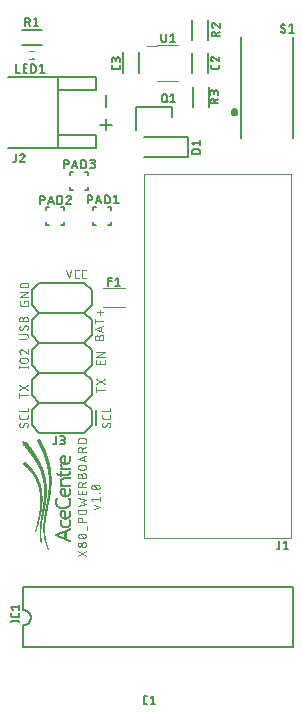
<source format=gto>
G04 EAGLE Gerber RS-274X export*
G75*
%MOMM*%
%FSLAX34Y34*%
%LPD*%
%INSilkscreen Top*%
%IPPOS*%
%AMOC8*
5,1,8,0,0,1.08239X$1,22.5*%
G01*
%ADD10C,0.101600*%
%ADD11R,0.010000X0.180000*%
%ADD12R,0.010000X0.140000*%
%ADD13R,0.010000X0.200000*%
%ADD14R,0.010000X0.150000*%
%ADD15R,0.010000X0.120000*%
%ADD16R,0.010000X0.100000*%
%ADD17R,0.010000X0.090000*%
%ADD18R,0.010000X0.270000*%
%ADD19R,0.010000X0.310000*%
%ADD20R,0.010000X0.280000*%
%ADD21R,0.010000X0.350000*%
%ADD22R,0.010000X0.380000*%
%ADD23R,0.010000X0.130000*%
%ADD24R,0.010000X0.220000*%
%ADD25R,0.010000X0.400000*%
%ADD26R,0.010000X0.420000*%
%ADD27R,0.010000X0.440000*%
%ADD28R,0.010000X0.410000*%
%ADD29R,0.010000X0.240000*%
%ADD30R,0.010000X0.460000*%
%ADD31R,0.010000X0.470000*%
%ADD32R,0.010000X0.490000*%
%ADD33R,0.010000X0.250000*%
%ADD34R,0.010000X0.510000*%
%ADD35R,0.010000X0.540000*%
%ADD36R,0.010000X0.500000*%
%ADD37R,0.010000X0.260000*%
%ADD38R,0.010000X0.520000*%
%ADD39R,0.010000X0.590000*%
%ADD40R,0.010000X0.530000*%
%ADD41R,0.010000X0.640000*%
%ADD42R,0.010000X0.660000*%
%ADD43R,0.010000X0.550000*%
%ADD44R,0.010000X0.680000*%
%ADD45R,0.010000X0.560000*%
%ADD46R,0.010000X0.570000*%
%ADD47R,0.010000X0.210000*%
%ADD48R,0.010000X0.690000*%
%ADD49R,0.010000X0.060000*%
%ADD50R,0.010000X0.230000*%
%ADD51R,0.010000X0.160000*%
%ADD52R,0.010000X0.110000*%
%ADD53R,0.010000X0.190000*%
%ADD54R,0.010000X0.050000*%
%ADD55R,0.010000X0.070000*%
%ADD56R,0.010000X0.020000*%
%ADD57R,0.010000X0.030000*%
%ADD58R,0.010000X0.170000*%
%ADD59R,0.010000X0.830000*%
%ADD60R,0.010000X0.810000*%
%ADD61R,0.010000X0.620000*%
%ADD62R,0.010000X0.610000*%
%ADD63R,0.010000X0.800000*%
%ADD64R,0.010000X0.790000*%
%ADD65R,0.010000X0.780000*%
%ADD66R,0.010000X0.670000*%
%ADD67R,0.010000X0.770000*%
%ADD68R,0.010000X0.700000*%
%ADD69R,0.010000X0.760000*%
%ADD70R,0.010000X0.710000*%
%ADD71R,0.010000X0.750000*%
%ADD72R,0.010000X0.720000*%
%ADD73R,0.010000X0.740000*%
%ADD74R,0.010000X0.730000*%
%ADD75R,0.010000X0.080000*%
%ADD76R,0.010000X0.450000*%
%ADD77R,0.010000X0.480000*%
%ADD78R,0.010000X0.390000*%
%ADD79R,0.010000X0.340000*%
%ADD80R,0.010000X0.330000*%
%ADD81R,0.010000X0.300000*%
%ADD82R,0.010000X0.290000*%
%ADD83R,0.010000X0.040000*%
%ADD84R,0.010000X0.910000*%
%ADD85R,0.010000X1.170000*%
%ADD86R,0.010000X1.380000*%
%ADD87R,0.010000X1.570000*%
%ADD88R,0.010000X1.730000*%
%ADD89R,0.010000X1.880000*%
%ADD90R,0.010000X2.020000*%
%ADD91R,0.010000X2.160000*%
%ADD92R,0.010000X2.290000*%
%ADD93R,0.010000X2.400000*%
%ADD94R,0.010000X2.520000*%
%ADD95R,0.010000X2.630000*%
%ADD96R,0.010000X2.730000*%
%ADD97R,0.010000X2.840000*%
%ADD98R,0.010000X2.950000*%
%ADD99R,0.010000X1.540000*%
%ADD100R,0.010000X1.130000*%
%ADD101R,0.010000X1.270000*%
%ADD102R,0.010000X1.020000*%
%ADD103R,0.010000X0.950000*%
%ADD104R,0.010000X1.100000*%
%ADD105R,0.010000X0.890000*%
%ADD106R,0.010000X1.040000*%
%ADD107R,0.010000X0.860000*%
%ADD108R,0.010000X1.000000*%
%ADD109R,0.010000X0.820000*%
%ADD110R,0.010000X0.970000*%
%ADD111R,0.010000X0.930000*%
%ADD112R,0.010000X0.900000*%
%ADD113R,0.010000X0.840000*%
%ADD114R,0.010000X0.650000*%
%ADD115R,0.010000X0.630000*%
%ADD116R,0.010000X0.600000*%
%ADD117R,0.010000X1.320000*%
%ADD118R,0.010000X1.480000*%
%ADD119R,0.010000X1.630000*%
%ADD120R,0.010000X1.760000*%
%ADD121R,0.010000X1.890000*%
%ADD122R,0.010000X2.140000*%
%ADD123R,0.010000X0.360000*%
%ADD124R,0.010000X2.240000*%
%ADD125R,0.010000X2.350000*%
%ADD126R,0.010000X2.440000*%
%ADD127R,0.010000X2.550000*%
%ADD128R,0.010000X1.830000*%
%ADD129R,0.010000X2.650000*%
%ADD130R,0.010000X1.710000*%
%ADD131R,0.010000X1.110000*%
%ADD132R,0.010000X1.220000*%
%ADD133R,0.010000X0.960000*%
%ADD134R,0.010000X1.070000*%
%ADD135R,0.010000X1.430000*%
%ADD136R,0.010000X0.990000*%
%ADD137R,0.010000X1.280000*%
%ADD138R,0.010000X0.940000*%
%ADD139R,0.010000X0.880000*%
%ADD140R,0.010000X0.580000*%
%ADD141R,0.010000X0.850000*%
%ADD142R,0.010000X1.060000*%
%ADD143R,0.010000X1.240000*%
%ADD144R,0.010000X1.390000*%
%ADD145R,0.010000X1.530000*%
%ADD146R,0.010000X1.660000*%
%ADD147R,0.010000X1.770000*%
%ADD148R,0.010000X2.000000*%
%ADD149R,0.010000X0.430000*%
%ADD150R,0.010000X2.100000*%
%ADD151R,0.010000X1.600000*%
%ADD152R,0.010000X2.200000*%
%ADD153R,0.010000X1.460000*%
%ADD154R,0.010000X1.150000*%
%ADD155R,0.010000X0.370000*%
%ADD156R,0.010000X0.320000*%
%ADD157C,0.120000*%
%ADD158C,0.127000*%
%ADD159C,0.100000*%
%ADD160C,0.200000*%
%ADD161C,0.300000*%
%ADD162R,0.250000X0.225000*%
%ADD163C,0.152400*%
%ADD164C,0.203200*%


D10*
X72985Y172458D02*
X77726Y174038D01*
X72985Y175619D01*
X72194Y178647D02*
X70614Y180622D01*
X77726Y180622D01*
X77726Y178647D02*
X77726Y182598D01*
X77726Y185545D02*
X77331Y185545D01*
X77331Y185940D01*
X77726Y185940D01*
X77726Y185545D01*
X74170Y188888D02*
X74022Y188890D01*
X73875Y188895D01*
X73727Y188905D01*
X73580Y188918D01*
X73433Y188934D01*
X73287Y188955D01*
X73142Y188979D01*
X72996Y189007D01*
X72852Y189038D01*
X72709Y189073D01*
X72566Y189112D01*
X72425Y189154D01*
X72284Y189200D01*
X72145Y189249D01*
X72007Y189302D01*
X71870Y189358D01*
X71735Y189418D01*
X71602Y189481D01*
X71602Y189480D02*
X71531Y189506D01*
X71462Y189536D01*
X71394Y189570D01*
X71328Y189607D01*
X71264Y189647D01*
X71202Y189691D01*
X71143Y189737D01*
X71086Y189787D01*
X71032Y189840D01*
X70980Y189895D01*
X70932Y189953D01*
X70886Y190013D01*
X70844Y190076D01*
X70805Y190141D01*
X70769Y190207D01*
X70737Y190276D01*
X70709Y190345D01*
X70684Y190417D01*
X70663Y190489D01*
X70645Y190563D01*
X70632Y190637D01*
X70622Y190712D01*
X70616Y190787D01*
X70614Y190863D01*
X70616Y190939D01*
X70622Y191014D01*
X70632Y191089D01*
X70645Y191163D01*
X70663Y191237D01*
X70684Y191309D01*
X70709Y191381D01*
X70737Y191450D01*
X70769Y191519D01*
X70805Y191585D01*
X70844Y191650D01*
X70886Y191713D01*
X70932Y191773D01*
X70980Y191831D01*
X71032Y191886D01*
X71086Y191939D01*
X71143Y191989D01*
X71202Y192035D01*
X71264Y192079D01*
X71328Y192119D01*
X71394Y192156D01*
X71462Y192190D01*
X71531Y192220D01*
X71602Y192246D01*
X71735Y192309D01*
X71870Y192369D01*
X72007Y192425D01*
X72145Y192478D01*
X72284Y192527D01*
X72425Y192573D01*
X72566Y192615D01*
X72709Y192654D01*
X72852Y192689D01*
X72996Y192720D01*
X73142Y192748D01*
X73287Y192772D01*
X73433Y192793D01*
X73580Y192809D01*
X73727Y192822D01*
X73875Y192832D01*
X74022Y192837D01*
X74170Y192839D01*
X74170Y188888D02*
X74318Y188890D01*
X74465Y188895D01*
X74613Y188905D01*
X74760Y188918D01*
X74907Y188934D01*
X75053Y188955D01*
X75198Y188979D01*
X75344Y189007D01*
X75488Y189038D01*
X75631Y189073D01*
X75774Y189112D01*
X75915Y189154D01*
X76056Y189200D01*
X76195Y189249D01*
X76333Y189302D01*
X76470Y189358D01*
X76605Y189418D01*
X76738Y189481D01*
X76738Y189480D02*
X76809Y189506D01*
X76878Y189536D01*
X76946Y189570D01*
X77012Y189607D01*
X77076Y189647D01*
X77138Y189691D01*
X77197Y189737D01*
X77254Y189787D01*
X77308Y189840D01*
X77360Y189895D01*
X77408Y189953D01*
X77454Y190013D01*
X77496Y190076D01*
X77535Y190141D01*
X77571Y190207D01*
X77603Y190276D01*
X77631Y190346D01*
X77656Y190417D01*
X77677Y190489D01*
X77695Y190563D01*
X77708Y190637D01*
X77718Y190712D01*
X77724Y190787D01*
X77726Y190863D01*
X76738Y192246D02*
X76605Y192309D01*
X76470Y192369D01*
X76333Y192425D01*
X76195Y192478D01*
X76056Y192527D01*
X75915Y192573D01*
X75774Y192615D01*
X75631Y192654D01*
X75488Y192689D01*
X75344Y192720D01*
X75198Y192748D01*
X75053Y192772D01*
X74907Y192793D01*
X74760Y192809D01*
X74613Y192822D01*
X74465Y192832D01*
X74318Y192837D01*
X74170Y192839D01*
X76738Y192246D02*
X76809Y192220D01*
X76878Y192190D01*
X76946Y192156D01*
X77012Y192119D01*
X77076Y192079D01*
X77138Y192035D01*
X77197Y191989D01*
X77254Y191939D01*
X77308Y191886D01*
X77360Y191831D01*
X77408Y191773D01*
X77454Y191713D01*
X77496Y191650D01*
X77535Y191585D01*
X77571Y191519D01*
X77603Y191450D01*
X77631Y191380D01*
X77656Y191309D01*
X77677Y191237D01*
X77695Y191163D01*
X77708Y191089D01*
X77718Y191014D01*
X77724Y190939D01*
X77726Y190863D01*
X76146Y189283D02*
X72194Y192444D01*
X59308Y137146D02*
X66420Y132404D01*
X66420Y137146D02*
X59308Y132404D01*
X64444Y140114D02*
X64357Y140116D01*
X64269Y140122D01*
X64182Y140131D01*
X64096Y140145D01*
X64010Y140162D01*
X63926Y140183D01*
X63842Y140208D01*
X63759Y140237D01*
X63678Y140269D01*
X63598Y140304D01*
X63520Y140343D01*
X63443Y140386D01*
X63369Y140432D01*
X63297Y140481D01*
X63227Y140533D01*
X63159Y140589D01*
X63094Y140647D01*
X63031Y140708D01*
X62972Y140772D01*
X62915Y140839D01*
X62861Y140907D01*
X62810Y140979D01*
X62763Y141052D01*
X62718Y141127D01*
X62677Y141205D01*
X62640Y141284D01*
X62606Y141364D01*
X62576Y141446D01*
X62549Y141529D01*
X62526Y141614D01*
X62507Y141699D01*
X62492Y141785D01*
X62480Y141872D01*
X62472Y141959D01*
X62468Y142046D01*
X62468Y142134D01*
X62472Y142221D01*
X62480Y142308D01*
X62492Y142395D01*
X62507Y142481D01*
X62526Y142566D01*
X62549Y142651D01*
X62576Y142734D01*
X62606Y142816D01*
X62640Y142896D01*
X62677Y142975D01*
X62718Y143053D01*
X62763Y143128D01*
X62810Y143201D01*
X62861Y143273D01*
X62915Y143341D01*
X62972Y143408D01*
X63031Y143472D01*
X63094Y143533D01*
X63159Y143591D01*
X63227Y143647D01*
X63297Y143699D01*
X63369Y143748D01*
X63443Y143794D01*
X63520Y143837D01*
X63598Y143876D01*
X63678Y143911D01*
X63759Y143943D01*
X63842Y143972D01*
X63926Y143997D01*
X64010Y144018D01*
X64096Y144035D01*
X64182Y144049D01*
X64269Y144058D01*
X64357Y144064D01*
X64444Y144066D01*
X64531Y144064D01*
X64619Y144058D01*
X64706Y144049D01*
X64792Y144035D01*
X64878Y144018D01*
X64962Y143997D01*
X65046Y143972D01*
X65129Y143943D01*
X65210Y143911D01*
X65290Y143876D01*
X65368Y143837D01*
X65445Y143794D01*
X65519Y143748D01*
X65591Y143699D01*
X65661Y143647D01*
X65729Y143591D01*
X65794Y143533D01*
X65857Y143472D01*
X65916Y143408D01*
X65973Y143341D01*
X66027Y143273D01*
X66078Y143201D01*
X66125Y143128D01*
X66170Y143053D01*
X66211Y142975D01*
X66248Y142896D01*
X66282Y142816D01*
X66312Y142734D01*
X66339Y142651D01*
X66362Y142566D01*
X66381Y142481D01*
X66396Y142395D01*
X66408Y142308D01*
X66416Y142221D01*
X66420Y142134D01*
X66420Y142046D01*
X66416Y141959D01*
X66408Y141872D01*
X66396Y141785D01*
X66381Y141699D01*
X66362Y141614D01*
X66339Y141529D01*
X66312Y141446D01*
X66282Y141364D01*
X66248Y141284D01*
X66211Y141205D01*
X66170Y141127D01*
X66125Y141052D01*
X66078Y140979D01*
X66027Y140907D01*
X65973Y140839D01*
X65916Y140772D01*
X65857Y140708D01*
X65794Y140647D01*
X65729Y140589D01*
X65661Y140533D01*
X65591Y140481D01*
X65519Y140432D01*
X65445Y140386D01*
X65368Y140343D01*
X65290Y140304D01*
X65210Y140269D01*
X65129Y140237D01*
X65046Y140208D01*
X64962Y140183D01*
X64878Y140162D01*
X64792Y140145D01*
X64706Y140131D01*
X64619Y140122D01*
X64531Y140116D01*
X64444Y140114D01*
X60888Y140510D02*
X60809Y140512D01*
X60731Y140518D01*
X60653Y140528D01*
X60575Y140541D01*
X60498Y140559D01*
X60422Y140580D01*
X60348Y140605D01*
X60274Y140634D01*
X60202Y140666D01*
X60132Y140702D01*
X60064Y140742D01*
X59998Y140785D01*
X59934Y140831D01*
X59872Y140880D01*
X59813Y140932D01*
X59757Y140987D01*
X59703Y141045D01*
X59653Y141105D01*
X59605Y141168D01*
X59561Y141233D01*
X59520Y141300D01*
X59482Y141369D01*
X59448Y141440D01*
X59417Y141513D01*
X59390Y141587D01*
X59367Y141662D01*
X59348Y141738D01*
X59332Y141816D01*
X59320Y141894D01*
X59312Y141972D01*
X59308Y142051D01*
X59308Y142129D01*
X59312Y142208D01*
X59320Y142286D01*
X59332Y142364D01*
X59348Y142442D01*
X59367Y142518D01*
X59390Y142593D01*
X59417Y142667D01*
X59448Y142740D01*
X59482Y142811D01*
X59520Y142880D01*
X59561Y142947D01*
X59605Y143012D01*
X59653Y143075D01*
X59703Y143135D01*
X59757Y143193D01*
X59813Y143248D01*
X59872Y143300D01*
X59934Y143349D01*
X59998Y143395D01*
X60064Y143438D01*
X60132Y143478D01*
X60202Y143514D01*
X60274Y143546D01*
X60348Y143575D01*
X60422Y143600D01*
X60498Y143621D01*
X60575Y143639D01*
X60653Y143652D01*
X60731Y143662D01*
X60809Y143668D01*
X60888Y143670D01*
X60967Y143668D01*
X61045Y143662D01*
X61123Y143652D01*
X61201Y143639D01*
X61278Y143621D01*
X61354Y143600D01*
X61428Y143575D01*
X61502Y143546D01*
X61574Y143514D01*
X61644Y143478D01*
X61712Y143438D01*
X61778Y143395D01*
X61842Y143349D01*
X61904Y143300D01*
X61963Y143248D01*
X62019Y143193D01*
X62073Y143135D01*
X62123Y143075D01*
X62171Y143012D01*
X62215Y142947D01*
X62256Y142880D01*
X62294Y142811D01*
X62328Y142740D01*
X62359Y142667D01*
X62386Y142593D01*
X62409Y142518D01*
X62428Y142442D01*
X62444Y142364D01*
X62456Y142286D01*
X62464Y142208D01*
X62468Y142129D01*
X62468Y142051D01*
X62464Y141972D01*
X62456Y141894D01*
X62444Y141816D01*
X62428Y141738D01*
X62409Y141662D01*
X62386Y141587D01*
X62359Y141513D01*
X62328Y141440D01*
X62294Y141369D01*
X62256Y141300D01*
X62215Y141233D01*
X62171Y141168D01*
X62123Y141105D01*
X62073Y141045D01*
X62019Y140987D01*
X61963Y140932D01*
X61904Y140880D01*
X61842Y140831D01*
X61778Y140785D01*
X61712Y140742D01*
X61644Y140702D01*
X61574Y140666D01*
X61502Y140634D01*
X61428Y140605D01*
X61354Y140580D01*
X61278Y140559D01*
X61201Y140541D01*
X61123Y140528D01*
X61045Y140518D01*
X60967Y140512D01*
X60888Y140510D01*
X62864Y147430D02*
X62716Y147432D01*
X62569Y147437D01*
X62421Y147447D01*
X62274Y147460D01*
X62127Y147476D01*
X61981Y147497D01*
X61836Y147521D01*
X61690Y147549D01*
X61546Y147580D01*
X61403Y147615D01*
X61260Y147654D01*
X61119Y147696D01*
X60978Y147742D01*
X60839Y147791D01*
X60701Y147844D01*
X60564Y147900D01*
X60429Y147960D01*
X60296Y148023D01*
X60225Y148049D01*
X60156Y148079D01*
X60088Y148113D01*
X60022Y148150D01*
X59958Y148190D01*
X59896Y148234D01*
X59837Y148280D01*
X59780Y148330D01*
X59726Y148383D01*
X59674Y148438D01*
X59626Y148496D01*
X59580Y148556D01*
X59538Y148619D01*
X59499Y148684D01*
X59463Y148750D01*
X59431Y148819D01*
X59403Y148888D01*
X59378Y148960D01*
X59357Y149032D01*
X59339Y149106D01*
X59326Y149180D01*
X59316Y149255D01*
X59310Y149330D01*
X59308Y149406D01*
X59310Y149482D01*
X59316Y149557D01*
X59326Y149632D01*
X59339Y149706D01*
X59357Y149780D01*
X59378Y149852D01*
X59403Y149924D01*
X59431Y149993D01*
X59463Y150062D01*
X59499Y150128D01*
X59538Y150193D01*
X59580Y150256D01*
X59626Y150316D01*
X59674Y150374D01*
X59726Y150429D01*
X59780Y150482D01*
X59837Y150532D01*
X59896Y150578D01*
X59958Y150622D01*
X60022Y150662D01*
X60088Y150699D01*
X60156Y150733D01*
X60225Y150763D01*
X60296Y150789D01*
X60296Y150788D02*
X60429Y150851D01*
X60564Y150911D01*
X60701Y150967D01*
X60839Y151020D01*
X60978Y151069D01*
X61119Y151115D01*
X61260Y151157D01*
X61403Y151196D01*
X61546Y151231D01*
X61690Y151262D01*
X61836Y151290D01*
X61981Y151314D01*
X62127Y151335D01*
X62274Y151351D01*
X62421Y151364D01*
X62569Y151374D01*
X62716Y151379D01*
X62864Y151381D01*
X62864Y147430D02*
X63012Y147432D01*
X63159Y147437D01*
X63307Y147447D01*
X63454Y147460D01*
X63601Y147476D01*
X63747Y147497D01*
X63892Y147521D01*
X64038Y147549D01*
X64182Y147580D01*
X64325Y147615D01*
X64468Y147654D01*
X64609Y147696D01*
X64750Y147742D01*
X64889Y147791D01*
X65027Y147844D01*
X65164Y147900D01*
X65299Y147960D01*
X65432Y148023D01*
X65503Y148049D01*
X65572Y148079D01*
X65640Y148113D01*
X65706Y148150D01*
X65770Y148190D01*
X65832Y148234D01*
X65891Y148280D01*
X65948Y148330D01*
X66002Y148383D01*
X66054Y148438D01*
X66102Y148496D01*
X66148Y148556D01*
X66190Y148619D01*
X66229Y148684D01*
X66265Y148750D01*
X66297Y148819D01*
X66325Y148889D01*
X66350Y148960D01*
X66371Y149032D01*
X66389Y149106D01*
X66402Y149180D01*
X66412Y149255D01*
X66418Y149330D01*
X66420Y149406D01*
X65432Y150788D02*
X65299Y150851D01*
X65164Y150911D01*
X65027Y150967D01*
X64889Y151020D01*
X64750Y151069D01*
X64609Y151115D01*
X64468Y151157D01*
X64325Y151196D01*
X64182Y151231D01*
X64038Y151262D01*
X63892Y151290D01*
X63747Y151314D01*
X63601Y151335D01*
X63454Y151351D01*
X63307Y151364D01*
X63159Y151374D01*
X63012Y151379D01*
X62864Y151381D01*
X65432Y150789D02*
X65503Y150763D01*
X65572Y150733D01*
X65640Y150699D01*
X65706Y150662D01*
X65770Y150622D01*
X65832Y150578D01*
X65891Y150532D01*
X65948Y150482D01*
X66002Y150429D01*
X66054Y150374D01*
X66102Y150316D01*
X66148Y150256D01*
X66190Y150193D01*
X66229Y150128D01*
X66265Y150062D01*
X66297Y149993D01*
X66325Y149923D01*
X66350Y149852D01*
X66371Y149780D01*
X66389Y149706D01*
X66402Y149632D01*
X66412Y149557D01*
X66418Y149482D01*
X66420Y149406D01*
X64840Y147825D02*
X60888Y150986D01*
X67210Y154409D02*
X67210Y157570D01*
X66420Y160980D02*
X59308Y160980D01*
X59308Y162956D01*
X59310Y163043D01*
X59316Y163131D01*
X59325Y163218D01*
X59339Y163304D01*
X59356Y163390D01*
X59377Y163474D01*
X59402Y163558D01*
X59431Y163641D01*
X59463Y163722D01*
X59498Y163802D01*
X59537Y163880D01*
X59580Y163957D01*
X59626Y164031D01*
X59675Y164103D01*
X59727Y164173D01*
X59783Y164241D01*
X59841Y164306D01*
X59902Y164369D01*
X59966Y164428D01*
X60033Y164485D01*
X60101Y164539D01*
X60173Y164590D01*
X60246Y164637D01*
X60321Y164682D01*
X60399Y164723D01*
X60478Y164760D01*
X60558Y164794D01*
X60640Y164824D01*
X60723Y164851D01*
X60808Y164874D01*
X60893Y164893D01*
X60979Y164908D01*
X61066Y164920D01*
X61153Y164928D01*
X61240Y164932D01*
X61328Y164932D01*
X61415Y164928D01*
X61502Y164920D01*
X61589Y164908D01*
X61675Y164893D01*
X61760Y164874D01*
X61845Y164851D01*
X61928Y164824D01*
X62010Y164794D01*
X62090Y164760D01*
X62169Y164723D01*
X62247Y164682D01*
X62322Y164637D01*
X62395Y164590D01*
X62467Y164539D01*
X62535Y164485D01*
X62602Y164428D01*
X62666Y164369D01*
X62727Y164306D01*
X62785Y164241D01*
X62841Y164173D01*
X62893Y164103D01*
X62942Y164031D01*
X62988Y163957D01*
X63031Y163880D01*
X63070Y163802D01*
X63105Y163722D01*
X63137Y163641D01*
X63166Y163558D01*
X63191Y163474D01*
X63212Y163390D01*
X63229Y163304D01*
X63243Y163218D01*
X63252Y163131D01*
X63258Y163043D01*
X63260Y162956D01*
X63259Y162956D02*
X63259Y160980D01*
X64444Y167913D02*
X61284Y167913D01*
X61284Y167912D02*
X61197Y167914D01*
X61109Y167920D01*
X61022Y167929D01*
X60936Y167943D01*
X60850Y167960D01*
X60766Y167981D01*
X60682Y168006D01*
X60599Y168035D01*
X60518Y168067D01*
X60438Y168102D01*
X60360Y168141D01*
X60283Y168184D01*
X60209Y168230D01*
X60137Y168279D01*
X60067Y168331D01*
X59999Y168387D01*
X59934Y168445D01*
X59871Y168506D01*
X59812Y168570D01*
X59755Y168637D01*
X59701Y168705D01*
X59650Y168777D01*
X59603Y168850D01*
X59558Y168925D01*
X59517Y169003D01*
X59480Y169082D01*
X59446Y169162D01*
X59416Y169244D01*
X59389Y169327D01*
X59366Y169412D01*
X59347Y169497D01*
X59332Y169583D01*
X59320Y169670D01*
X59312Y169757D01*
X59308Y169844D01*
X59308Y169932D01*
X59312Y170019D01*
X59320Y170106D01*
X59332Y170193D01*
X59347Y170279D01*
X59366Y170364D01*
X59389Y170449D01*
X59416Y170532D01*
X59446Y170614D01*
X59480Y170694D01*
X59517Y170773D01*
X59558Y170851D01*
X59603Y170926D01*
X59650Y170999D01*
X59701Y171071D01*
X59755Y171139D01*
X59812Y171206D01*
X59871Y171270D01*
X59934Y171331D01*
X59999Y171389D01*
X60067Y171445D01*
X60137Y171497D01*
X60209Y171546D01*
X60283Y171592D01*
X60360Y171635D01*
X60438Y171674D01*
X60518Y171709D01*
X60599Y171741D01*
X60682Y171770D01*
X60766Y171795D01*
X60850Y171816D01*
X60936Y171833D01*
X61022Y171847D01*
X61109Y171856D01*
X61197Y171862D01*
X61284Y171864D01*
X64444Y171864D01*
X64531Y171862D01*
X64619Y171856D01*
X64706Y171847D01*
X64792Y171833D01*
X64878Y171816D01*
X64962Y171795D01*
X65046Y171770D01*
X65129Y171741D01*
X65210Y171709D01*
X65290Y171674D01*
X65368Y171635D01*
X65445Y171592D01*
X65519Y171546D01*
X65591Y171497D01*
X65661Y171445D01*
X65729Y171389D01*
X65794Y171331D01*
X65857Y171270D01*
X65916Y171206D01*
X65973Y171139D01*
X66027Y171071D01*
X66078Y170999D01*
X66125Y170926D01*
X66170Y170851D01*
X66211Y170773D01*
X66248Y170694D01*
X66282Y170614D01*
X66312Y170532D01*
X66339Y170449D01*
X66362Y170364D01*
X66381Y170279D01*
X66396Y170193D01*
X66408Y170106D01*
X66416Y170019D01*
X66420Y169932D01*
X66420Y169844D01*
X66416Y169757D01*
X66408Y169670D01*
X66396Y169583D01*
X66381Y169497D01*
X66362Y169412D01*
X66339Y169327D01*
X66312Y169244D01*
X66282Y169162D01*
X66248Y169082D01*
X66211Y169003D01*
X66170Y168925D01*
X66125Y168850D01*
X66078Y168777D01*
X66027Y168705D01*
X65973Y168637D01*
X65916Y168570D01*
X65857Y168506D01*
X65794Y168445D01*
X65729Y168387D01*
X65661Y168331D01*
X65591Y168279D01*
X65519Y168230D01*
X65445Y168184D01*
X65368Y168141D01*
X65290Y168102D01*
X65210Y168067D01*
X65129Y168035D01*
X65046Y168006D01*
X64962Y167981D01*
X64878Y167960D01*
X64792Y167943D01*
X64706Y167929D01*
X64619Y167920D01*
X64531Y167914D01*
X64444Y167912D01*
X59308Y175018D02*
X66420Y176598D01*
X61679Y178179D01*
X66420Y179759D01*
X59308Y181340D01*
X66420Y184756D02*
X66420Y187917D01*
X66420Y184756D02*
X59308Y184756D01*
X59308Y187917D01*
X62469Y187127D02*
X62469Y184756D01*
X59308Y191138D02*
X66420Y191138D01*
X59308Y191138D02*
X59308Y193113D01*
X59310Y193200D01*
X59316Y193288D01*
X59325Y193375D01*
X59339Y193461D01*
X59356Y193547D01*
X59377Y193631D01*
X59402Y193715D01*
X59431Y193798D01*
X59463Y193879D01*
X59498Y193959D01*
X59537Y194037D01*
X59580Y194114D01*
X59626Y194188D01*
X59675Y194260D01*
X59727Y194330D01*
X59783Y194398D01*
X59841Y194463D01*
X59902Y194526D01*
X59966Y194585D01*
X60033Y194642D01*
X60101Y194696D01*
X60173Y194747D01*
X60246Y194794D01*
X60321Y194839D01*
X60399Y194880D01*
X60478Y194917D01*
X60558Y194951D01*
X60640Y194981D01*
X60723Y195008D01*
X60808Y195031D01*
X60893Y195050D01*
X60979Y195065D01*
X61066Y195077D01*
X61153Y195085D01*
X61240Y195089D01*
X61328Y195089D01*
X61415Y195085D01*
X61502Y195077D01*
X61589Y195065D01*
X61675Y195050D01*
X61760Y195031D01*
X61845Y195008D01*
X61928Y194981D01*
X62010Y194951D01*
X62090Y194917D01*
X62169Y194880D01*
X62247Y194839D01*
X62322Y194794D01*
X62395Y194747D01*
X62467Y194696D01*
X62535Y194642D01*
X62602Y194585D01*
X62666Y194526D01*
X62727Y194463D01*
X62785Y194398D01*
X62841Y194330D01*
X62893Y194260D01*
X62942Y194188D01*
X62988Y194114D01*
X63031Y194037D01*
X63070Y193959D01*
X63105Y193879D01*
X63137Y193798D01*
X63166Y193715D01*
X63191Y193631D01*
X63212Y193547D01*
X63229Y193461D01*
X63243Y193375D01*
X63252Y193288D01*
X63258Y193200D01*
X63260Y193113D01*
X63259Y193113D02*
X63259Y191138D01*
X63259Y193508D02*
X66420Y195089D01*
X62469Y198775D02*
X62469Y200751D01*
X62468Y200751D02*
X62470Y200838D01*
X62476Y200926D01*
X62485Y201013D01*
X62499Y201099D01*
X62516Y201185D01*
X62537Y201269D01*
X62562Y201353D01*
X62591Y201436D01*
X62623Y201517D01*
X62658Y201597D01*
X62697Y201675D01*
X62740Y201752D01*
X62786Y201826D01*
X62835Y201898D01*
X62887Y201968D01*
X62943Y202036D01*
X63001Y202101D01*
X63062Y202164D01*
X63126Y202223D01*
X63193Y202280D01*
X63261Y202334D01*
X63333Y202385D01*
X63406Y202432D01*
X63481Y202477D01*
X63559Y202518D01*
X63638Y202555D01*
X63718Y202589D01*
X63800Y202619D01*
X63883Y202646D01*
X63968Y202669D01*
X64053Y202688D01*
X64139Y202703D01*
X64226Y202715D01*
X64313Y202723D01*
X64400Y202727D01*
X64488Y202727D01*
X64575Y202723D01*
X64662Y202715D01*
X64749Y202703D01*
X64835Y202688D01*
X64920Y202669D01*
X65005Y202646D01*
X65088Y202619D01*
X65170Y202589D01*
X65250Y202555D01*
X65329Y202518D01*
X65407Y202477D01*
X65482Y202432D01*
X65555Y202385D01*
X65627Y202334D01*
X65695Y202280D01*
X65762Y202223D01*
X65826Y202164D01*
X65887Y202101D01*
X65945Y202036D01*
X66001Y201968D01*
X66053Y201898D01*
X66102Y201826D01*
X66148Y201752D01*
X66191Y201675D01*
X66230Y201597D01*
X66265Y201517D01*
X66297Y201436D01*
X66326Y201353D01*
X66351Y201269D01*
X66372Y201185D01*
X66389Y201099D01*
X66403Y201013D01*
X66412Y200926D01*
X66418Y200838D01*
X66420Y200751D01*
X66420Y198775D01*
X59308Y198775D01*
X59308Y200751D01*
X59310Y200830D01*
X59316Y200908D01*
X59326Y200986D01*
X59339Y201064D01*
X59357Y201141D01*
X59378Y201217D01*
X59403Y201291D01*
X59432Y201365D01*
X59464Y201437D01*
X59500Y201507D01*
X59540Y201575D01*
X59583Y201641D01*
X59629Y201705D01*
X59678Y201767D01*
X59730Y201826D01*
X59785Y201882D01*
X59843Y201936D01*
X59903Y201986D01*
X59966Y202034D01*
X60031Y202078D01*
X60098Y202119D01*
X60167Y202157D01*
X60238Y202191D01*
X60311Y202222D01*
X60385Y202249D01*
X60460Y202272D01*
X60536Y202291D01*
X60614Y202307D01*
X60692Y202319D01*
X60770Y202327D01*
X60849Y202331D01*
X60927Y202331D01*
X61006Y202327D01*
X61084Y202319D01*
X61162Y202307D01*
X61240Y202291D01*
X61316Y202272D01*
X61391Y202249D01*
X61465Y202222D01*
X61538Y202191D01*
X61609Y202157D01*
X61678Y202119D01*
X61745Y202078D01*
X61810Y202034D01*
X61873Y201986D01*
X61933Y201936D01*
X61991Y201882D01*
X62046Y201826D01*
X62098Y201767D01*
X62147Y201705D01*
X62193Y201641D01*
X62236Y201575D01*
X62276Y201507D01*
X62312Y201437D01*
X62344Y201365D01*
X62373Y201291D01*
X62398Y201217D01*
X62419Y201141D01*
X62437Y201064D01*
X62450Y200986D01*
X62460Y200908D01*
X62466Y200830D01*
X62468Y200751D01*
X61284Y205708D02*
X64444Y205708D01*
X61284Y205707D02*
X61197Y205709D01*
X61109Y205715D01*
X61022Y205724D01*
X60936Y205738D01*
X60850Y205755D01*
X60766Y205776D01*
X60682Y205801D01*
X60599Y205830D01*
X60518Y205862D01*
X60438Y205897D01*
X60360Y205936D01*
X60283Y205979D01*
X60209Y206025D01*
X60137Y206074D01*
X60067Y206126D01*
X59999Y206182D01*
X59934Y206240D01*
X59871Y206301D01*
X59812Y206365D01*
X59755Y206432D01*
X59701Y206500D01*
X59650Y206572D01*
X59603Y206645D01*
X59558Y206720D01*
X59517Y206798D01*
X59480Y206877D01*
X59446Y206957D01*
X59416Y207039D01*
X59389Y207122D01*
X59366Y207207D01*
X59347Y207292D01*
X59332Y207378D01*
X59320Y207465D01*
X59312Y207552D01*
X59308Y207639D01*
X59308Y207727D01*
X59312Y207814D01*
X59320Y207901D01*
X59332Y207988D01*
X59347Y208074D01*
X59366Y208159D01*
X59389Y208244D01*
X59416Y208327D01*
X59446Y208409D01*
X59480Y208489D01*
X59517Y208568D01*
X59558Y208646D01*
X59603Y208721D01*
X59650Y208794D01*
X59701Y208866D01*
X59755Y208934D01*
X59812Y209001D01*
X59871Y209065D01*
X59934Y209126D01*
X59999Y209184D01*
X60067Y209240D01*
X60137Y209292D01*
X60209Y209341D01*
X60283Y209387D01*
X60360Y209430D01*
X60438Y209469D01*
X60518Y209504D01*
X60599Y209536D01*
X60682Y209565D01*
X60766Y209590D01*
X60850Y209611D01*
X60936Y209628D01*
X61022Y209642D01*
X61109Y209651D01*
X61197Y209657D01*
X61284Y209659D01*
X64444Y209659D01*
X64531Y209657D01*
X64619Y209651D01*
X64706Y209642D01*
X64792Y209628D01*
X64878Y209611D01*
X64962Y209590D01*
X65046Y209565D01*
X65129Y209536D01*
X65210Y209504D01*
X65290Y209469D01*
X65368Y209430D01*
X65445Y209387D01*
X65519Y209341D01*
X65591Y209292D01*
X65661Y209240D01*
X65729Y209184D01*
X65794Y209126D01*
X65857Y209065D01*
X65916Y209001D01*
X65973Y208934D01*
X66027Y208866D01*
X66078Y208794D01*
X66125Y208721D01*
X66170Y208646D01*
X66211Y208568D01*
X66248Y208489D01*
X66282Y208409D01*
X66312Y208327D01*
X66339Y208244D01*
X66362Y208159D01*
X66381Y208074D01*
X66396Y207988D01*
X66408Y207901D01*
X66416Y207814D01*
X66420Y207727D01*
X66420Y207639D01*
X66416Y207552D01*
X66408Y207465D01*
X66396Y207378D01*
X66381Y207292D01*
X66362Y207207D01*
X66339Y207122D01*
X66312Y207039D01*
X66282Y206957D01*
X66248Y206877D01*
X66211Y206798D01*
X66170Y206720D01*
X66125Y206645D01*
X66078Y206572D01*
X66027Y206500D01*
X65973Y206432D01*
X65916Y206365D01*
X65857Y206301D01*
X65794Y206240D01*
X65729Y206182D01*
X65661Y206126D01*
X65591Y206074D01*
X65519Y206025D01*
X65445Y205979D01*
X65368Y205936D01*
X65290Y205897D01*
X65210Y205862D01*
X65129Y205830D01*
X65046Y205801D01*
X64962Y205776D01*
X64878Y205755D01*
X64792Y205738D01*
X64706Y205724D01*
X64619Y205715D01*
X64531Y205709D01*
X64444Y205707D01*
X66420Y212628D02*
X59308Y214998D01*
X66420Y217369D01*
X64642Y216776D02*
X64642Y213220D01*
X66420Y220642D02*
X59308Y220642D01*
X59308Y222618D01*
X59310Y222705D01*
X59316Y222793D01*
X59325Y222880D01*
X59339Y222966D01*
X59356Y223052D01*
X59377Y223136D01*
X59402Y223220D01*
X59431Y223303D01*
X59463Y223384D01*
X59498Y223464D01*
X59537Y223542D01*
X59580Y223619D01*
X59626Y223693D01*
X59675Y223765D01*
X59727Y223835D01*
X59783Y223903D01*
X59841Y223968D01*
X59902Y224031D01*
X59966Y224090D01*
X60033Y224147D01*
X60101Y224201D01*
X60173Y224252D01*
X60246Y224299D01*
X60321Y224344D01*
X60399Y224385D01*
X60478Y224422D01*
X60558Y224456D01*
X60640Y224486D01*
X60723Y224513D01*
X60808Y224536D01*
X60893Y224555D01*
X60979Y224570D01*
X61066Y224582D01*
X61153Y224590D01*
X61240Y224594D01*
X61328Y224594D01*
X61415Y224590D01*
X61502Y224582D01*
X61589Y224570D01*
X61675Y224555D01*
X61760Y224536D01*
X61845Y224513D01*
X61928Y224486D01*
X62010Y224456D01*
X62090Y224422D01*
X62169Y224385D01*
X62247Y224344D01*
X62322Y224299D01*
X62395Y224252D01*
X62467Y224201D01*
X62535Y224147D01*
X62602Y224090D01*
X62666Y224031D01*
X62727Y223968D01*
X62785Y223903D01*
X62841Y223835D01*
X62893Y223765D01*
X62942Y223693D01*
X62988Y223619D01*
X63031Y223542D01*
X63070Y223464D01*
X63105Y223384D01*
X63137Y223303D01*
X63166Y223220D01*
X63191Y223136D01*
X63212Y223052D01*
X63229Y222966D01*
X63243Y222880D01*
X63252Y222793D01*
X63258Y222705D01*
X63260Y222618D01*
X63259Y222618D02*
X63259Y220642D01*
X63259Y223013D02*
X66420Y224593D01*
X66420Y228141D02*
X59308Y228141D01*
X59308Y230116D01*
X59310Y230202D01*
X59316Y230288D01*
X59325Y230374D01*
X59338Y230459D01*
X59355Y230544D01*
X59375Y230627D01*
X59399Y230710D01*
X59427Y230792D01*
X59458Y230872D01*
X59493Y230951D01*
X59531Y231028D01*
X59573Y231104D01*
X59617Y231178D01*
X59665Y231249D01*
X59716Y231319D01*
X59770Y231386D01*
X59827Y231451D01*
X59887Y231513D01*
X59949Y231573D01*
X60014Y231630D01*
X60081Y231684D01*
X60151Y231735D01*
X60222Y231783D01*
X60296Y231827D01*
X60372Y231869D01*
X60449Y231907D01*
X60528Y231942D01*
X60608Y231973D01*
X60690Y232001D01*
X60773Y232025D01*
X60856Y232045D01*
X60941Y232062D01*
X61026Y232075D01*
X61112Y232084D01*
X61198Y232090D01*
X61284Y232092D01*
X64444Y232092D01*
X64530Y232090D01*
X64616Y232084D01*
X64702Y232075D01*
X64787Y232062D01*
X64872Y232045D01*
X64955Y232025D01*
X65038Y232001D01*
X65120Y231973D01*
X65200Y231942D01*
X65279Y231907D01*
X65356Y231869D01*
X65432Y231827D01*
X65506Y231783D01*
X65577Y231735D01*
X65647Y231684D01*
X65714Y231630D01*
X65779Y231573D01*
X65841Y231513D01*
X65901Y231451D01*
X65958Y231386D01*
X66012Y231319D01*
X66063Y231249D01*
X66111Y231178D01*
X66155Y231104D01*
X66197Y231028D01*
X66235Y230951D01*
X66270Y230872D01*
X66301Y230792D01*
X66329Y230710D01*
X66353Y230627D01*
X66373Y230544D01*
X66390Y230459D01*
X66403Y230374D01*
X66412Y230288D01*
X66418Y230202D01*
X66420Y230116D01*
X66420Y228141D01*
X16926Y243829D02*
X16924Y243907D01*
X16918Y243984D01*
X16909Y244061D01*
X16896Y244137D01*
X16879Y244213D01*
X16858Y244288D01*
X16834Y244361D01*
X16806Y244434D01*
X16774Y244505D01*
X16739Y244574D01*
X16701Y244641D01*
X16660Y244707D01*
X16615Y244770D01*
X16567Y244831D01*
X16517Y244890D01*
X16463Y244946D01*
X16407Y245000D01*
X16348Y245050D01*
X16287Y245098D01*
X16224Y245143D01*
X16158Y245184D01*
X16091Y245222D01*
X16022Y245257D01*
X15951Y245289D01*
X15878Y245317D01*
X15805Y245341D01*
X15730Y245362D01*
X15654Y245379D01*
X15578Y245392D01*
X15501Y245401D01*
X15424Y245407D01*
X15346Y245409D01*
X16926Y243829D02*
X16924Y243714D01*
X16918Y243600D01*
X16908Y243486D01*
X16895Y243372D01*
X16877Y243259D01*
X16855Y243146D01*
X16830Y243034D01*
X16801Y242924D01*
X16768Y242814D01*
X16731Y242705D01*
X16691Y242598D01*
X16647Y242492D01*
X16599Y242388D01*
X16548Y242285D01*
X16493Y242185D01*
X16435Y242086D01*
X16373Y241989D01*
X16309Y241895D01*
X16241Y241802D01*
X16169Y241712D01*
X16095Y241625D01*
X16018Y241540D01*
X15938Y241458D01*
X11394Y241656D02*
X11316Y241658D01*
X11239Y241664D01*
X11162Y241673D01*
X11086Y241686D01*
X11010Y241703D01*
X10935Y241724D01*
X10862Y241748D01*
X10789Y241776D01*
X10718Y241808D01*
X10649Y241843D01*
X10582Y241881D01*
X10516Y241922D01*
X10453Y241967D01*
X10392Y242015D01*
X10333Y242065D01*
X10277Y242119D01*
X10223Y242175D01*
X10173Y242234D01*
X10125Y242295D01*
X10080Y242358D01*
X10039Y242424D01*
X10001Y242491D01*
X9966Y242560D01*
X9934Y242631D01*
X9906Y242704D01*
X9882Y242777D01*
X9861Y242852D01*
X9844Y242928D01*
X9831Y243004D01*
X9822Y243081D01*
X9816Y243158D01*
X9814Y243236D01*
X9816Y243342D01*
X9822Y243448D01*
X9831Y243553D01*
X9844Y243658D01*
X9861Y243763D01*
X9882Y243867D01*
X9906Y243970D01*
X9934Y244072D01*
X9966Y244173D01*
X10001Y244273D01*
X10040Y244371D01*
X10083Y244469D01*
X10128Y244564D01*
X10177Y244658D01*
X10230Y244750D01*
X10286Y244840D01*
X10345Y244928D01*
X10407Y245014D01*
X12777Y242446D02*
X12735Y242379D01*
X12690Y242314D01*
X12641Y242251D01*
X12590Y242190D01*
X12535Y242133D01*
X12478Y242078D01*
X12418Y242025D01*
X12356Y241976D01*
X12291Y241930D01*
X12225Y241888D01*
X12156Y241848D01*
X12085Y241812D01*
X12012Y241780D01*
X11938Y241751D01*
X11863Y241726D01*
X11787Y241705D01*
X11709Y241687D01*
X11631Y241674D01*
X11552Y241664D01*
X11473Y241658D01*
X11394Y241656D01*
X13963Y244619D02*
X14005Y244686D01*
X14050Y244751D01*
X14099Y244814D01*
X14150Y244875D01*
X14205Y244932D01*
X14262Y244987D01*
X14322Y245040D01*
X14384Y245089D01*
X14449Y245135D01*
X14515Y245177D01*
X14584Y245217D01*
X14655Y245253D01*
X14728Y245285D01*
X14802Y245314D01*
X14877Y245339D01*
X14953Y245360D01*
X15031Y245378D01*
X15109Y245391D01*
X15188Y245401D01*
X15267Y245407D01*
X15346Y245409D01*
X13963Y244619D02*
X12777Y242446D01*
X16926Y250083D02*
X16926Y251663D01*
X16926Y250083D02*
X16924Y250005D01*
X16918Y249928D01*
X16909Y249851D01*
X16896Y249775D01*
X16879Y249699D01*
X16858Y249624D01*
X16834Y249551D01*
X16806Y249478D01*
X16774Y249407D01*
X16739Y249338D01*
X16701Y249271D01*
X16660Y249205D01*
X16615Y249142D01*
X16567Y249081D01*
X16517Y249022D01*
X16463Y248966D01*
X16407Y248912D01*
X16348Y248862D01*
X16287Y248814D01*
X16224Y248769D01*
X16158Y248728D01*
X16091Y248690D01*
X16022Y248655D01*
X15951Y248623D01*
X15878Y248595D01*
X15805Y248571D01*
X15730Y248550D01*
X15654Y248533D01*
X15578Y248520D01*
X15501Y248511D01*
X15424Y248505D01*
X15346Y248503D01*
X15346Y248502D02*
X11394Y248502D01*
X11316Y248504D01*
X11239Y248510D01*
X11162Y248519D01*
X11086Y248532D01*
X11010Y248549D01*
X10935Y248570D01*
X10861Y248594D01*
X10789Y248622D01*
X10718Y248654D01*
X10649Y248689D01*
X10581Y248727D01*
X10516Y248768D01*
X10452Y248813D01*
X10391Y248861D01*
X10332Y248912D01*
X10276Y248965D01*
X10223Y249021D01*
X10172Y249080D01*
X10124Y249141D01*
X10079Y249205D01*
X10038Y249270D01*
X10000Y249338D01*
X9965Y249407D01*
X9933Y249478D01*
X9905Y249550D01*
X9881Y249624D01*
X9860Y249699D01*
X9843Y249775D01*
X9830Y249851D01*
X9821Y249928D01*
X9815Y250005D01*
X9813Y250083D01*
X9814Y250083D02*
X9814Y251663D01*
X9814Y254888D02*
X16926Y254888D01*
X16926Y258049D01*
X16926Y268434D02*
X9814Y268434D01*
X9814Y270409D02*
X9814Y266458D01*
X16926Y272890D02*
X9814Y277632D01*
X9814Y272890D02*
X16926Y277632D01*
X16926Y292248D02*
X9814Y292248D01*
X16926Y291458D02*
X16926Y293038D01*
X9814Y293038D02*
X9814Y291458D01*
X11790Y296125D02*
X14950Y296125D01*
X11790Y296124D02*
X11703Y296126D01*
X11615Y296132D01*
X11528Y296141D01*
X11442Y296155D01*
X11356Y296172D01*
X11272Y296193D01*
X11188Y296218D01*
X11105Y296247D01*
X11024Y296279D01*
X10944Y296314D01*
X10866Y296353D01*
X10789Y296396D01*
X10715Y296442D01*
X10643Y296491D01*
X10573Y296543D01*
X10505Y296599D01*
X10440Y296657D01*
X10377Y296718D01*
X10318Y296782D01*
X10261Y296849D01*
X10207Y296917D01*
X10156Y296989D01*
X10109Y297062D01*
X10064Y297137D01*
X10023Y297215D01*
X9986Y297294D01*
X9952Y297374D01*
X9922Y297456D01*
X9895Y297539D01*
X9872Y297624D01*
X9853Y297709D01*
X9838Y297795D01*
X9826Y297882D01*
X9818Y297969D01*
X9814Y298056D01*
X9814Y298144D01*
X9818Y298231D01*
X9826Y298318D01*
X9838Y298405D01*
X9853Y298491D01*
X9872Y298576D01*
X9895Y298661D01*
X9922Y298744D01*
X9952Y298826D01*
X9986Y298906D01*
X10023Y298985D01*
X10064Y299063D01*
X10109Y299138D01*
X10156Y299211D01*
X10207Y299283D01*
X10261Y299351D01*
X10318Y299418D01*
X10377Y299482D01*
X10440Y299543D01*
X10505Y299601D01*
X10573Y299657D01*
X10643Y299709D01*
X10715Y299758D01*
X10789Y299804D01*
X10866Y299847D01*
X10944Y299886D01*
X11024Y299921D01*
X11105Y299953D01*
X11188Y299982D01*
X11272Y300007D01*
X11356Y300028D01*
X11442Y300045D01*
X11528Y300059D01*
X11615Y300068D01*
X11703Y300074D01*
X11790Y300076D01*
X14950Y300076D01*
X15037Y300074D01*
X15125Y300068D01*
X15212Y300059D01*
X15298Y300045D01*
X15384Y300028D01*
X15468Y300007D01*
X15552Y299982D01*
X15635Y299953D01*
X15716Y299921D01*
X15796Y299886D01*
X15874Y299847D01*
X15951Y299804D01*
X16025Y299758D01*
X16097Y299709D01*
X16167Y299657D01*
X16235Y299601D01*
X16300Y299543D01*
X16363Y299482D01*
X16422Y299418D01*
X16479Y299351D01*
X16533Y299283D01*
X16584Y299211D01*
X16631Y299138D01*
X16676Y299063D01*
X16717Y298985D01*
X16754Y298906D01*
X16788Y298826D01*
X16818Y298744D01*
X16845Y298661D01*
X16868Y298576D01*
X16887Y298491D01*
X16902Y298405D01*
X16914Y298318D01*
X16922Y298231D01*
X16926Y298144D01*
X16926Y298056D01*
X16922Y297969D01*
X16914Y297882D01*
X16902Y297795D01*
X16887Y297709D01*
X16868Y297624D01*
X16845Y297539D01*
X16818Y297456D01*
X16788Y297374D01*
X16754Y297294D01*
X16717Y297215D01*
X16676Y297137D01*
X16631Y297062D01*
X16584Y296989D01*
X16533Y296917D01*
X16479Y296849D01*
X16422Y296782D01*
X16363Y296718D01*
X16300Y296657D01*
X16235Y296599D01*
X16167Y296543D01*
X16097Y296491D01*
X16025Y296442D01*
X15951Y296396D01*
X15874Y296353D01*
X15796Y296314D01*
X15716Y296279D01*
X15635Y296247D01*
X15552Y296218D01*
X15468Y296193D01*
X15384Y296172D01*
X15298Y296155D01*
X15212Y296141D01*
X15125Y296132D01*
X15037Y296126D01*
X14950Y296124D01*
X9814Y305613D02*
X9816Y305695D01*
X9822Y305777D01*
X9831Y305859D01*
X9844Y305940D01*
X9861Y306020D01*
X9882Y306100D01*
X9906Y306178D01*
X9934Y306255D01*
X9965Y306331D01*
X10000Y306406D01*
X10039Y306478D01*
X10080Y306549D01*
X10125Y306618D01*
X10173Y306684D01*
X10224Y306749D01*
X10278Y306811D01*
X10335Y306870D01*
X10394Y306927D01*
X10456Y306981D01*
X10521Y307032D01*
X10587Y307080D01*
X10656Y307125D01*
X10727Y307166D01*
X10799Y307205D01*
X10874Y307240D01*
X10950Y307271D01*
X11027Y307299D01*
X11105Y307323D01*
X11185Y307344D01*
X11265Y307361D01*
X11346Y307374D01*
X11428Y307383D01*
X11510Y307389D01*
X11592Y307391D01*
X9814Y305613D02*
X9816Y305520D01*
X9822Y305428D01*
X9831Y305336D01*
X9844Y305244D01*
X9861Y305153D01*
X9881Y305063D01*
X9905Y304973D01*
X9933Y304885D01*
X9965Y304797D01*
X9999Y304712D01*
X10038Y304627D01*
X10079Y304545D01*
X10124Y304464D01*
X10173Y304384D01*
X10224Y304307D01*
X10278Y304232D01*
X10336Y304160D01*
X10396Y304089D01*
X10460Y304022D01*
X10525Y303957D01*
X10594Y303894D01*
X10665Y303835D01*
X10738Y303778D01*
X10814Y303724D01*
X10891Y303674D01*
X10971Y303626D01*
X11053Y303582D01*
X11136Y303542D01*
X11221Y303504D01*
X11307Y303470D01*
X11394Y303440D01*
X12975Y306798D02*
X12914Y306859D01*
X12851Y306917D01*
X12785Y306972D01*
X12717Y307025D01*
X12646Y307074D01*
X12574Y307119D01*
X12499Y307162D01*
X12423Y307201D01*
X12344Y307237D01*
X12265Y307269D01*
X12184Y307297D01*
X12101Y307322D01*
X12018Y307343D01*
X11934Y307360D01*
X11849Y307374D01*
X11764Y307383D01*
X11678Y307389D01*
X11592Y307391D01*
X12975Y306799D02*
X16926Y303440D01*
X16926Y307391D01*
X14950Y316458D02*
X9814Y316458D01*
X14950Y316458D02*
X15037Y316460D01*
X15125Y316466D01*
X15212Y316475D01*
X15298Y316489D01*
X15384Y316506D01*
X15468Y316527D01*
X15552Y316552D01*
X15635Y316581D01*
X15716Y316613D01*
X15796Y316648D01*
X15874Y316687D01*
X15951Y316730D01*
X16025Y316776D01*
X16097Y316825D01*
X16167Y316877D01*
X16235Y316933D01*
X16300Y316991D01*
X16363Y317052D01*
X16422Y317116D01*
X16479Y317183D01*
X16533Y317251D01*
X16584Y317323D01*
X16631Y317396D01*
X16676Y317471D01*
X16717Y317549D01*
X16754Y317628D01*
X16788Y317708D01*
X16818Y317790D01*
X16845Y317873D01*
X16868Y317958D01*
X16887Y318043D01*
X16902Y318129D01*
X16914Y318216D01*
X16922Y318303D01*
X16926Y318390D01*
X16926Y318478D01*
X16922Y318565D01*
X16914Y318652D01*
X16902Y318739D01*
X16887Y318825D01*
X16868Y318910D01*
X16845Y318995D01*
X16818Y319078D01*
X16788Y319160D01*
X16754Y319240D01*
X16717Y319319D01*
X16676Y319397D01*
X16631Y319472D01*
X16584Y319545D01*
X16533Y319617D01*
X16479Y319685D01*
X16422Y319752D01*
X16363Y319816D01*
X16300Y319877D01*
X16235Y319935D01*
X16167Y319991D01*
X16097Y320043D01*
X16025Y320092D01*
X15951Y320138D01*
X15874Y320181D01*
X15796Y320220D01*
X15716Y320255D01*
X15635Y320287D01*
X15552Y320316D01*
X15468Y320341D01*
X15384Y320362D01*
X15298Y320379D01*
X15212Y320393D01*
X15125Y320402D01*
X15037Y320408D01*
X14950Y320410D01*
X14950Y320409D02*
X9814Y320409D01*
X16926Y326144D02*
X16924Y326222D01*
X16918Y326299D01*
X16909Y326376D01*
X16896Y326452D01*
X16879Y326528D01*
X16858Y326603D01*
X16834Y326676D01*
X16806Y326749D01*
X16774Y326820D01*
X16739Y326889D01*
X16701Y326956D01*
X16660Y327022D01*
X16615Y327085D01*
X16567Y327146D01*
X16517Y327205D01*
X16463Y327261D01*
X16407Y327315D01*
X16348Y327365D01*
X16287Y327413D01*
X16224Y327458D01*
X16158Y327499D01*
X16091Y327537D01*
X16022Y327572D01*
X15951Y327604D01*
X15878Y327632D01*
X15805Y327656D01*
X15730Y327677D01*
X15654Y327694D01*
X15578Y327707D01*
X15501Y327716D01*
X15424Y327722D01*
X15346Y327724D01*
X16926Y326144D02*
X16924Y326029D01*
X16918Y325915D01*
X16908Y325801D01*
X16895Y325687D01*
X16877Y325574D01*
X16855Y325461D01*
X16830Y325349D01*
X16801Y325239D01*
X16768Y325129D01*
X16731Y325020D01*
X16691Y324913D01*
X16647Y324807D01*
X16599Y324703D01*
X16548Y324600D01*
X16493Y324500D01*
X16435Y324401D01*
X16373Y324304D01*
X16309Y324210D01*
X16241Y324117D01*
X16169Y324027D01*
X16095Y323940D01*
X16018Y323855D01*
X15938Y323773D01*
X11394Y323971D02*
X11316Y323973D01*
X11239Y323979D01*
X11162Y323988D01*
X11086Y324001D01*
X11010Y324018D01*
X10935Y324039D01*
X10862Y324063D01*
X10789Y324091D01*
X10718Y324123D01*
X10649Y324158D01*
X10582Y324196D01*
X10516Y324237D01*
X10453Y324282D01*
X10392Y324330D01*
X10333Y324380D01*
X10277Y324434D01*
X10223Y324490D01*
X10173Y324549D01*
X10125Y324610D01*
X10080Y324673D01*
X10039Y324739D01*
X10001Y324806D01*
X9966Y324875D01*
X9934Y324946D01*
X9906Y325019D01*
X9882Y325092D01*
X9861Y325167D01*
X9844Y325243D01*
X9831Y325319D01*
X9822Y325396D01*
X9816Y325473D01*
X9814Y325551D01*
X9816Y325657D01*
X9822Y325763D01*
X9831Y325868D01*
X9844Y325973D01*
X9861Y326078D01*
X9882Y326182D01*
X9906Y326285D01*
X9934Y326387D01*
X9966Y326488D01*
X10001Y326588D01*
X10040Y326686D01*
X10083Y326784D01*
X10128Y326879D01*
X10177Y326973D01*
X10230Y327065D01*
X10286Y327155D01*
X10345Y327243D01*
X10407Y327329D01*
X12777Y324761D02*
X12735Y324694D01*
X12690Y324629D01*
X12641Y324566D01*
X12590Y324505D01*
X12535Y324448D01*
X12478Y324393D01*
X12418Y324340D01*
X12356Y324291D01*
X12291Y324245D01*
X12225Y324203D01*
X12156Y324163D01*
X12085Y324127D01*
X12012Y324095D01*
X11938Y324066D01*
X11863Y324041D01*
X11787Y324020D01*
X11709Y324002D01*
X11631Y323989D01*
X11552Y323979D01*
X11473Y323973D01*
X11394Y323971D01*
X13963Y326934D02*
X14005Y327001D01*
X14050Y327066D01*
X14099Y327129D01*
X14150Y327190D01*
X14205Y327247D01*
X14262Y327302D01*
X14322Y327355D01*
X14384Y327404D01*
X14449Y327450D01*
X14515Y327492D01*
X14584Y327532D01*
X14655Y327568D01*
X14728Y327600D01*
X14802Y327629D01*
X14877Y327654D01*
X14953Y327675D01*
X15031Y327693D01*
X15109Y327706D01*
X15188Y327716D01*
X15267Y327722D01*
X15346Y327724D01*
X13963Y326934D02*
X12777Y324761D01*
X12975Y331227D02*
X12975Y333203D01*
X12974Y333203D02*
X12976Y333290D01*
X12982Y333378D01*
X12991Y333465D01*
X13005Y333551D01*
X13022Y333637D01*
X13043Y333721D01*
X13068Y333805D01*
X13097Y333888D01*
X13129Y333969D01*
X13164Y334049D01*
X13203Y334127D01*
X13246Y334204D01*
X13292Y334278D01*
X13341Y334350D01*
X13393Y334420D01*
X13449Y334488D01*
X13507Y334553D01*
X13568Y334616D01*
X13632Y334675D01*
X13699Y334732D01*
X13767Y334786D01*
X13839Y334837D01*
X13912Y334884D01*
X13987Y334929D01*
X14065Y334970D01*
X14144Y335007D01*
X14224Y335041D01*
X14306Y335071D01*
X14389Y335098D01*
X14474Y335121D01*
X14559Y335140D01*
X14645Y335155D01*
X14732Y335167D01*
X14819Y335175D01*
X14906Y335179D01*
X14994Y335179D01*
X15081Y335175D01*
X15168Y335167D01*
X15255Y335155D01*
X15341Y335140D01*
X15426Y335121D01*
X15511Y335098D01*
X15594Y335071D01*
X15676Y335041D01*
X15756Y335007D01*
X15835Y334970D01*
X15913Y334929D01*
X15988Y334884D01*
X16061Y334837D01*
X16133Y334786D01*
X16201Y334732D01*
X16268Y334675D01*
X16332Y334616D01*
X16393Y334553D01*
X16451Y334488D01*
X16507Y334420D01*
X16559Y334350D01*
X16608Y334278D01*
X16654Y334204D01*
X16697Y334127D01*
X16736Y334049D01*
X16771Y333969D01*
X16803Y333888D01*
X16832Y333805D01*
X16857Y333721D01*
X16878Y333637D01*
X16895Y333551D01*
X16909Y333465D01*
X16918Y333378D01*
X16924Y333290D01*
X16926Y333203D01*
X16926Y331227D01*
X9814Y331227D01*
X9814Y333203D01*
X9816Y333282D01*
X9822Y333360D01*
X9832Y333438D01*
X9845Y333516D01*
X9863Y333593D01*
X9884Y333669D01*
X9909Y333743D01*
X9938Y333817D01*
X9970Y333889D01*
X10006Y333959D01*
X10046Y334027D01*
X10089Y334093D01*
X10135Y334157D01*
X10184Y334219D01*
X10236Y334278D01*
X10291Y334334D01*
X10349Y334388D01*
X10409Y334438D01*
X10472Y334486D01*
X10537Y334530D01*
X10604Y334571D01*
X10673Y334609D01*
X10744Y334643D01*
X10817Y334674D01*
X10891Y334701D01*
X10966Y334724D01*
X11042Y334743D01*
X11120Y334759D01*
X11198Y334771D01*
X11276Y334779D01*
X11355Y334783D01*
X11433Y334783D01*
X11512Y334779D01*
X11590Y334771D01*
X11668Y334759D01*
X11746Y334743D01*
X11822Y334724D01*
X11897Y334701D01*
X11971Y334674D01*
X12044Y334643D01*
X12115Y334609D01*
X12184Y334571D01*
X12251Y334530D01*
X12316Y334486D01*
X12379Y334438D01*
X12439Y334388D01*
X12497Y334334D01*
X12552Y334278D01*
X12604Y334219D01*
X12653Y334157D01*
X12699Y334093D01*
X12742Y334027D01*
X12782Y333959D01*
X12818Y333889D01*
X12850Y333817D01*
X12879Y333743D01*
X12904Y333669D01*
X12925Y333593D01*
X12943Y333516D01*
X12956Y333438D01*
X12966Y333360D01*
X12972Y333282D01*
X12974Y333203D01*
X13575Y347124D02*
X13575Y348309D01*
X17526Y348309D01*
X17526Y345938D01*
X17524Y345860D01*
X17518Y345783D01*
X17509Y345706D01*
X17496Y345630D01*
X17479Y345554D01*
X17458Y345479D01*
X17434Y345406D01*
X17406Y345333D01*
X17374Y345262D01*
X17339Y345193D01*
X17301Y345126D01*
X17260Y345060D01*
X17215Y344997D01*
X17167Y344936D01*
X17117Y344877D01*
X17063Y344821D01*
X17007Y344767D01*
X16948Y344717D01*
X16887Y344669D01*
X16824Y344624D01*
X16758Y344583D01*
X16691Y344545D01*
X16622Y344510D01*
X16551Y344478D01*
X16478Y344450D01*
X16405Y344426D01*
X16330Y344405D01*
X16254Y344388D01*
X16178Y344375D01*
X16101Y344366D01*
X16024Y344360D01*
X15946Y344358D01*
X11994Y344358D01*
X11916Y344360D01*
X11839Y344366D01*
X11762Y344375D01*
X11686Y344388D01*
X11610Y344405D01*
X11535Y344426D01*
X11461Y344450D01*
X11389Y344478D01*
X11318Y344510D01*
X11249Y344545D01*
X11181Y344583D01*
X11116Y344624D01*
X11052Y344669D01*
X10991Y344717D01*
X10932Y344768D01*
X10876Y344821D01*
X10823Y344877D01*
X10772Y344936D01*
X10724Y344997D01*
X10679Y345061D01*
X10638Y345126D01*
X10600Y345194D01*
X10565Y345263D01*
X10533Y345334D01*
X10505Y345406D01*
X10481Y345480D01*
X10460Y345555D01*
X10443Y345631D01*
X10430Y345707D01*
X10421Y345784D01*
X10415Y345861D01*
X10413Y345939D01*
X10414Y345938D02*
X10414Y348309D01*
X10414Y352161D02*
X17526Y352161D01*
X17526Y356112D02*
X10414Y352161D01*
X10414Y356112D02*
X17526Y356112D01*
X17526Y359964D02*
X10414Y359964D01*
X10414Y361939D01*
X10416Y362025D01*
X10422Y362111D01*
X10431Y362197D01*
X10444Y362282D01*
X10461Y362367D01*
X10481Y362450D01*
X10505Y362533D01*
X10533Y362615D01*
X10564Y362695D01*
X10599Y362774D01*
X10637Y362851D01*
X10679Y362927D01*
X10723Y363001D01*
X10771Y363072D01*
X10822Y363142D01*
X10876Y363209D01*
X10933Y363274D01*
X10993Y363336D01*
X11055Y363396D01*
X11120Y363453D01*
X11187Y363507D01*
X11257Y363558D01*
X11328Y363606D01*
X11402Y363650D01*
X11478Y363692D01*
X11555Y363730D01*
X11634Y363765D01*
X11714Y363796D01*
X11796Y363824D01*
X11879Y363848D01*
X11962Y363868D01*
X12047Y363885D01*
X12132Y363898D01*
X12218Y363907D01*
X12304Y363913D01*
X12390Y363915D01*
X15550Y363915D01*
X15636Y363913D01*
X15722Y363907D01*
X15808Y363898D01*
X15893Y363885D01*
X15978Y363868D01*
X16061Y363848D01*
X16144Y363824D01*
X16226Y363796D01*
X16306Y363765D01*
X16385Y363730D01*
X16462Y363692D01*
X16538Y363650D01*
X16612Y363606D01*
X16683Y363558D01*
X16753Y363507D01*
X16820Y363453D01*
X16885Y363396D01*
X16947Y363336D01*
X17007Y363274D01*
X17064Y363209D01*
X17118Y363142D01*
X17169Y363072D01*
X17217Y363001D01*
X17261Y362927D01*
X17303Y362851D01*
X17341Y362774D01*
X17376Y362695D01*
X17407Y362615D01*
X17435Y362533D01*
X17459Y362450D01*
X17479Y362367D01*
X17496Y362282D01*
X17509Y362197D01*
X17518Y362111D01*
X17524Y362025D01*
X17526Y361939D01*
X17526Y359964D01*
X51473Y367714D02*
X49102Y374826D01*
X53843Y374826D02*
X51473Y367714D01*
X58366Y367714D02*
X59946Y367714D01*
X58366Y367714D02*
X58288Y367716D01*
X58211Y367722D01*
X58134Y367731D01*
X58058Y367744D01*
X57982Y367761D01*
X57907Y367782D01*
X57834Y367806D01*
X57761Y367834D01*
X57690Y367866D01*
X57621Y367901D01*
X57554Y367939D01*
X57488Y367980D01*
X57425Y368025D01*
X57364Y368073D01*
X57305Y368123D01*
X57249Y368177D01*
X57195Y368233D01*
X57145Y368292D01*
X57097Y368353D01*
X57052Y368416D01*
X57011Y368482D01*
X56973Y368549D01*
X56938Y368618D01*
X56906Y368689D01*
X56878Y368762D01*
X56854Y368835D01*
X56833Y368910D01*
X56816Y368986D01*
X56803Y369062D01*
X56794Y369139D01*
X56788Y369216D01*
X56786Y369294D01*
X56785Y369294D02*
X56785Y373246D01*
X56786Y373246D02*
X56788Y373324D01*
X56794Y373401D01*
X56803Y373478D01*
X56816Y373554D01*
X56833Y373630D01*
X56854Y373705D01*
X56878Y373778D01*
X56906Y373851D01*
X56938Y373922D01*
X56973Y373991D01*
X57011Y374058D01*
X57052Y374124D01*
X57097Y374187D01*
X57145Y374248D01*
X57195Y374307D01*
X57249Y374363D01*
X57305Y374417D01*
X57364Y374467D01*
X57425Y374515D01*
X57488Y374560D01*
X57554Y374601D01*
X57621Y374639D01*
X57690Y374674D01*
X57761Y374706D01*
X57834Y374734D01*
X57907Y374758D01*
X57982Y374779D01*
X58058Y374796D01*
X58134Y374809D01*
X58211Y374818D01*
X58288Y374824D01*
X58366Y374826D01*
X59946Y374826D01*
X64462Y367714D02*
X66042Y367714D01*
X64462Y367714D02*
X64384Y367716D01*
X64307Y367722D01*
X64230Y367731D01*
X64154Y367744D01*
X64078Y367761D01*
X64003Y367782D01*
X63930Y367806D01*
X63857Y367834D01*
X63786Y367866D01*
X63717Y367901D01*
X63650Y367939D01*
X63584Y367980D01*
X63521Y368025D01*
X63460Y368073D01*
X63401Y368123D01*
X63345Y368177D01*
X63291Y368233D01*
X63241Y368292D01*
X63193Y368353D01*
X63148Y368416D01*
X63107Y368482D01*
X63069Y368549D01*
X63034Y368618D01*
X63002Y368689D01*
X62974Y368762D01*
X62950Y368835D01*
X62929Y368910D01*
X62912Y368986D01*
X62899Y369062D01*
X62890Y369139D01*
X62884Y369216D01*
X62882Y369294D01*
X62881Y369294D02*
X62881Y373246D01*
X62882Y373246D02*
X62884Y373324D01*
X62890Y373401D01*
X62899Y373478D01*
X62912Y373554D01*
X62929Y373630D01*
X62950Y373705D01*
X62974Y373778D01*
X63002Y373851D01*
X63034Y373922D01*
X63069Y373991D01*
X63107Y374058D01*
X63148Y374124D01*
X63193Y374187D01*
X63241Y374248D01*
X63291Y374307D01*
X63345Y374363D01*
X63401Y374417D01*
X63460Y374467D01*
X63521Y374515D01*
X63584Y374560D01*
X63650Y374601D01*
X63717Y374639D01*
X63786Y374674D01*
X63857Y374706D01*
X63930Y374734D01*
X64003Y374758D01*
X64078Y374779D01*
X64154Y374796D01*
X64230Y374809D01*
X64307Y374818D01*
X64384Y374824D01*
X64462Y374826D01*
X66042Y374826D01*
X74814Y273434D02*
X81926Y273434D01*
X74814Y271458D02*
X74814Y275409D01*
X74814Y282632D02*
X81926Y277890D01*
X81926Y282632D02*
X74814Y277890D01*
X85346Y245409D02*
X85424Y245407D01*
X85501Y245401D01*
X85578Y245392D01*
X85654Y245379D01*
X85730Y245362D01*
X85805Y245341D01*
X85878Y245317D01*
X85951Y245289D01*
X86022Y245257D01*
X86091Y245222D01*
X86158Y245184D01*
X86224Y245143D01*
X86287Y245098D01*
X86348Y245050D01*
X86407Y245000D01*
X86463Y244946D01*
X86517Y244890D01*
X86567Y244831D01*
X86615Y244770D01*
X86660Y244707D01*
X86701Y244641D01*
X86739Y244574D01*
X86774Y244505D01*
X86806Y244434D01*
X86834Y244361D01*
X86858Y244288D01*
X86879Y244213D01*
X86896Y244137D01*
X86909Y244061D01*
X86918Y243984D01*
X86924Y243907D01*
X86926Y243829D01*
X86924Y243714D01*
X86918Y243600D01*
X86908Y243486D01*
X86895Y243372D01*
X86877Y243259D01*
X86855Y243146D01*
X86830Y243034D01*
X86801Y242924D01*
X86768Y242814D01*
X86731Y242705D01*
X86691Y242598D01*
X86647Y242492D01*
X86599Y242388D01*
X86548Y242285D01*
X86493Y242185D01*
X86435Y242086D01*
X86373Y241989D01*
X86309Y241895D01*
X86241Y241802D01*
X86169Y241712D01*
X86095Y241625D01*
X86018Y241540D01*
X85938Y241458D01*
X81394Y241656D02*
X81316Y241658D01*
X81239Y241664D01*
X81162Y241673D01*
X81086Y241686D01*
X81010Y241703D01*
X80935Y241724D01*
X80862Y241748D01*
X80789Y241776D01*
X80718Y241808D01*
X80649Y241843D01*
X80582Y241881D01*
X80516Y241922D01*
X80453Y241967D01*
X80392Y242015D01*
X80333Y242065D01*
X80277Y242119D01*
X80223Y242175D01*
X80173Y242234D01*
X80125Y242295D01*
X80080Y242358D01*
X80039Y242424D01*
X80001Y242491D01*
X79966Y242560D01*
X79934Y242631D01*
X79906Y242704D01*
X79882Y242777D01*
X79861Y242852D01*
X79844Y242928D01*
X79831Y243004D01*
X79822Y243081D01*
X79816Y243158D01*
X79814Y243236D01*
X79816Y243342D01*
X79822Y243448D01*
X79831Y243553D01*
X79844Y243658D01*
X79861Y243763D01*
X79882Y243867D01*
X79906Y243970D01*
X79934Y244072D01*
X79966Y244173D01*
X80001Y244273D01*
X80040Y244371D01*
X80083Y244469D01*
X80128Y244564D01*
X80177Y244658D01*
X80230Y244750D01*
X80286Y244840D01*
X80345Y244928D01*
X80407Y245014D01*
X82777Y242446D02*
X82735Y242379D01*
X82690Y242314D01*
X82641Y242251D01*
X82590Y242190D01*
X82535Y242133D01*
X82478Y242078D01*
X82418Y242025D01*
X82356Y241976D01*
X82291Y241930D01*
X82225Y241888D01*
X82156Y241848D01*
X82085Y241812D01*
X82012Y241780D01*
X81938Y241751D01*
X81863Y241726D01*
X81787Y241705D01*
X81709Y241687D01*
X81631Y241674D01*
X81552Y241664D01*
X81473Y241658D01*
X81394Y241656D01*
X83963Y244619D02*
X84005Y244686D01*
X84050Y244751D01*
X84099Y244814D01*
X84150Y244875D01*
X84205Y244932D01*
X84262Y244987D01*
X84322Y245040D01*
X84384Y245089D01*
X84449Y245135D01*
X84515Y245177D01*
X84584Y245217D01*
X84655Y245253D01*
X84728Y245285D01*
X84802Y245314D01*
X84877Y245339D01*
X84953Y245360D01*
X85031Y245378D01*
X85109Y245391D01*
X85188Y245401D01*
X85267Y245407D01*
X85346Y245409D01*
X83963Y244619D02*
X82777Y242446D01*
X86926Y250083D02*
X86926Y251663D01*
X86926Y250083D02*
X86924Y250005D01*
X86918Y249928D01*
X86909Y249851D01*
X86896Y249775D01*
X86879Y249699D01*
X86858Y249624D01*
X86834Y249551D01*
X86806Y249478D01*
X86774Y249407D01*
X86739Y249338D01*
X86701Y249271D01*
X86660Y249205D01*
X86615Y249142D01*
X86567Y249081D01*
X86517Y249022D01*
X86463Y248966D01*
X86407Y248912D01*
X86348Y248862D01*
X86287Y248814D01*
X86224Y248769D01*
X86158Y248728D01*
X86091Y248690D01*
X86022Y248655D01*
X85951Y248623D01*
X85878Y248595D01*
X85805Y248571D01*
X85730Y248550D01*
X85654Y248533D01*
X85578Y248520D01*
X85501Y248511D01*
X85424Y248505D01*
X85346Y248503D01*
X85346Y248502D02*
X81394Y248502D01*
X81316Y248504D01*
X81239Y248510D01*
X81162Y248519D01*
X81086Y248532D01*
X81010Y248549D01*
X80935Y248570D01*
X80861Y248594D01*
X80789Y248622D01*
X80718Y248654D01*
X80649Y248689D01*
X80581Y248727D01*
X80516Y248768D01*
X80452Y248813D01*
X80391Y248861D01*
X80332Y248912D01*
X80276Y248965D01*
X80223Y249021D01*
X80172Y249080D01*
X80124Y249141D01*
X80079Y249205D01*
X80038Y249270D01*
X80000Y249338D01*
X79965Y249407D01*
X79933Y249478D01*
X79905Y249550D01*
X79881Y249624D01*
X79860Y249699D01*
X79843Y249775D01*
X79830Y249851D01*
X79821Y249928D01*
X79815Y250005D01*
X79813Y250083D01*
X79814Y250083D02*
X79814Y251663D01*
X79814Y254888D02*
X86926Y254888D01*
X86926Y258049D01*
X81926Y294958D02*
X81926Y298119D01*
X81926Y294958D02*
X74814Y294958D01*
X74814Y298119D01*
X77975Y297329D02*
X77975Y294958D01*
X74814Y301279D02*
X81926Y301279D01*
X81926Y305230D02*
X74814Y301279D01*
X74814Y305230D02*
X81926Y305230D01*
X77075Y315658D02*
X77075Y317634D01*
X77074Y317634D02*
X77076Y317721D01*
X77082Y317809D01*
X77091Y317896D01*
X77105Y317982D01*
X77122Y318068D01*
X77143Y318152D01*
X77168Y318236D01*
X77197Y318319D01*
X77229Y318400D01*
X77264Y318480D01*
X77303Y318558D01*
X77346Y318635D01*
X77392Y318709D01*
X77441Y318781D01*
X77493Y318851D01*
X77549Y318919D01*
X77607Y318984D01*
X77668Y319047D01*
X77732Y319106D01*
X77799Y319163D01*
X77867Y319217D01*
X77939Y319268D01*
X78012Y319315D01*
X78087Y319360D01*
X78165Y319401D01*
X78244Y319438D01*
X78324Y319472D01*
X78406Y319502D01*
X78489Y319529D01*
X78574Y319552D01*
X78659Y319571D01*
X78745Y319586D01*
X78832Y319598D01*
X78919Y319606D01*
X79006Y319610D01*
X79094Y319610D01*
X79181Y319606D01*
X79268Y319598D01*
X79355Y319586D01*
X79441Y319571D01*
X79526Y319552D01*
X79611Y319529D01*
X79694Y319502D01*
X79776Y319472D01*
X79856Y319438D01*
X79935Y319401D01*
X80013Y319360D01*
X80088Y319315D01*
X80161Y319268D01*
X80233Y319217D01*
X80301Y319163D01*
X80368Y319106D01*
X80432Y319047D01*
X80493Y318984D01*
X80551Y318919D01*
X80607Y318851D01*
X80659Y318781D01*
X80708Y318709D01*
X80754Y318635D01*
X80797Y318558D01*
X80836Y318480D01*
X80871Y318400D01*
X80903Y318319D01*
X80932Y318236D01*
X80957Y318152D01*
X80978Y318068D01*
X80995Y317982D01*
X81009Y317896D01*
X81018Y317809D01*
X81024Y317721D01*
X81026Y317634D01*
X81026Y315658D01*
X73914Y315658D01*
X73914Y317634D01*
X73916Y317713D01*
X73922Y317791D01*
X73932Y317869D01*
X73945Y317947D01*
X73963Y318024D01*
X73984Y318100D01*
X74009Y318174D01*
X74038Y318248D01*
X74070Y318320D01*
X74106Y318390D01*
X74146Y318458D01*
X74189Y318524D01*
X74235Y318588D01*
X74284Y318650D01*
X74336Y318709D01*
X74391Y318765D01*
X74449Y318819D01*
X74509Y318869D01*
X74572Y318917D01*
X74637Y318961D01*
X74704Y319002D01*
X74773Y319040D01*
X74844Y319074D01*
X74917Y319105D01*
X74991Y319132D01*
X75066Y319155D01*
X75142Y319174D01*
X75220Y319190D01*
X75298Y319202D01*
X75376Y319210D01*
X75455Y319214D01*
X75533Y319214D01*
X75612Y319210D01*
X75690Y319202D01*
X75768Y319190D01*
X75846Y319174D01*
X75922Y319155D01*
X75997Y319132D01*
X76071Y319105D01*
X76144Y319074D01*
X76215Y319040D01*
X76284Y319002D01*
X76351Y318961D01*
X76416Y318917D01*
X76479Y318869D01*
X76539Y318819D01*
X76597Y318765D01*
X76652Y318709D01*
X76704Y318650D01*
X76753Y318588D01*
X76799Y318524D01*
X76842Y318458D01*
X76882Y318390D01*
X76918Y318320D01*
X76950Y318248D01*
X76979Y318174D01*
X77004Y318100D01*
X77025Y318024D01*
X77043Y317947D01*
X77056Y317869D01*
X77066Y317791D01*
X77072Y317713D01*
X77074Y317634D01*
X81026Y322195D02*
X73914Y324566D01*
X81026Y326937D01*
X79248Y326344D02*
X79248Y322788D01*
X81026Y331394D02*
X73914Y331394D01*
X73914Y333369D02*
X73914Y329418D01*
X78260Y336338D02*
X78260Y341079D01*
X75890Y338709D02*
X80631Y338709D01*
D11*
X53850Y160360D03*
D12*
X53850Y167860D03*
D13*
X53850Y178060D03*
D14*
X53850Y186610D03*
D15*
X53850Y202960D03*
D14*
X53850Y214210D03*
D16*
X53750Y145060D03*
D17*
X53750Y155210D03*
D18*
X53750Y160410D03*
X53750Y167910D03*
D19*
X53750Y178010D03*
D20*
X53750Y186660D03*
D11*
X53750Y202960D03*
D20*
X53750Y214260D03*
D15*
X53650Y145060D03*
X53650Y155160D03*
D21*
X53650Y160410D03*
X53650Y167910D03*
D22*
X53650Y178060D03*
D21*
X53650Y186710D03*
D15*
X53650Y191860D03*
D23*
X53650Y198210D03*
D24*
X53650Y202960D03*
D15*
X53650Y206060D03*
D21*
X53650Y214310D03*
D23*
X53550Y145110D03*
D15*
X53550Y155160D03*
D25*
X53550Y160460D03*
D26*
X53550Y167960D03*
D27*
X53550Y178060D03*
D28*
X53550Y186710D03*
D15*
X53550Y191860D03*
D23*
X53550Y198210D03*
D29*
X53550Y202860D03*
D15*
X53550Y206060D03*
D28*
X53550Y214310D03*
D23*
X53450Y145110D03*
X53450Y155110D03*
D30*
X53450Y160560D03*
D31*
X53450Y168010D03*
D32*
X53450Y178110D03*
D31*
X53450Y186810D03*
D15*
X53450Y191860D03*
D23*
X53450Y198210D03*
D33*
X53450Y202810D03*
D15*
X53450Y206060D03*
D31*
X53450Y214410D03*
D23*
X53350Y145210D03*
X53350Y155110D03*
D32*
X53350Y160510D03*
D34*
X53350Y168010D03*
D35*
X53350Y178160D03*
D36*
X53350Y186760D03*
D15*
X53350Y191860D03*
D23*
X53350Y198210D03*
D37*
X53350Y202760D03*
D15*
X53350Y206060D03*
D36*
X53350Y214360D03*
D23*
X53250Y145210D03*
X53250Y155010D03*
D34*
X53250Y160410D03*
D38*
X53250Y167960D03*
D39*
X53250Y178210D03*
D40*
X53250Y186710D03*
D15*
X53250Y191860D03*
D23*
X53250Y198210D03*
D37*
X53250Y202660D03*
D15*
X53250Y206060D03*
D38*
X53250Y214260D03*
D23*
X53150Y145210D03*
X53150Y155010D03*
D38*
X53150Y160360D03*
D35*
X53150Y167860D03*
D41*
X53150Y178260D03*
D40*
X53150Y186610D03*
D15*
X53150Y191860D03*
D23*
X53150Y198210D03*
D18*
X53150Y202610D03*
D15*
X53150Y206060D03*
D40*
X53150Y214210D03*
D23*
X53050Y145310D03*
D15*
X53050Y154960D03*
D38*
X53050Y160260D03*
D35*
X53050Y167760D03*
D42*
X53050Y178260D03*
D35*
X53050Y186560D03*
D15*
X53050Y191860D03*
D23*
X53050Y198210D03*
D18*
X53050Y202510D03*
D15*
X53050Y206060D03*
D43*
X53050Y214110D03*
D23*
X52950Y145310D03*
X52950Y154910D03*
D35*
X52950Y160160D03*
D43*
X52950Y167710D03*
D44*
X52950Y178160D03*
D45*
X52950Y186460D03*
D15*
X52950Y191860D03*
D23*
X52950Y198210D03*
D18*
X52950Y202510D03*
D15*
X52950Y206060D03*
D45*
X52950Y214060D03*
D23*
X52850Y145410D03*
X52850Y154910D03*
D43*
X52850Y160110D03*
D45*
X52850Y167660D03*
D44*
X52850Y178060D03*
D46*
X52850Y186410D03*
D15*
X52850Y191860D03*
D23*
X52850Y198210D03*
D18*
X52850Y202410D03*
D15*
X52850Y206060D03*
D45*
X52850Y213960D03*
D23*
X52750Y145410D03*
X52750Y154810D03*
D20*
X52750Y158660D03*
D47*
X52750Y161710D03*
D46*
X52750Y167610D03*
D48*
X52750Y178010D03*
D46*
X52750Y186310D03*
D15*
X52750Y191860D03*
D23*
X52750Y198210D03*
D11*
X52750Y201960D03*
D49*
X52750Y203460D03*
D15*
X52750Y206060D03*
D46*
X52750Y213910D03*
D15*
X52650Y145460D03*
D23*
X52650Y154810D03*
D50*
X52650Y158310D03*
D12*
X52650Y162060D03*
D29*
X52650Y165860D03*
D14*
X52650Y169610D03*
D18*
X52650Y175810D03*
D29*
X52650Y180160D03*
X52650Y184560D03*
D51*
X52650Y188360D03*
D15*
X52650Y191860D03*
D23*
X52650Y198210D03*
D51*
X52650Y201760D03*
D15*
X52650Y206060D03*
D29*
X52650Y212160D03*
D51*
X52650Y215960D03*
D23*
X52550Y145510D03*
D15*
X52550Y154760D03*
D13*
X52550Y158160D03*
D16*
X52550Y162260D03*
D47*
X52550Y165610D03*
D52*
X52550Y169810D03*
D33*
X52550Y175510D03*
D53*
X52550Y180410D03*
D47*
X52550Y184410D03*
D52*
X52550Y188610D03*
D15*
X52550Y191860D03*
D23*
X52550Y198210D03*
D14*
X52550Y201710D03*
D15*
X52550Y206060D03*
D47*
X52550Y211910D03*
D52*
X52550Y216210D03*
D23*
X52450Y145510D03*
X52450Y154710D03*
D53*
X52450Y158010D03*
D54*
X52450Y162410D03*
D53*
X52450Y165410D03*
D55*
X52450Y170010D03*
D50*
X52450Y175310D03*
D14*
X52450Y180610D03*
D53*
X52450Y184210D03*
D55*
X52450Y188710D03*
D15*
X52450Y191860D03*
D23*
X52450Y198210D03*
D12*
X52450Y201660D03*
D15*
X52450Y206060D03*
D53*
X52450Y211810D03*
D55*
X52450Y216310D03*
D23*
X52350Y145610D03*
X52350Y154710D03*
D11*
X52350Y157860D03*
D56*
X52350Y162560D03*
D11*
X52350Y165260D03*
D57*
X52350Y170110D03*
D47*
X52350Y175110D03*
D52*
X52350Y180710D03*
D11*
X52350Y184060D03*
D57*
X52350Y188910D03*
D15*
X52350Y191860D03*
D23*
X52350Y198210D03*
D12*
X52350Y201560D03*
D15*
X52350Y206060D03*
D11*
X52350Y211660D03*
D57*
X52350Y216510D03*
D23*
X52250Y145610D03*
X52250Y154610D03*
D58*
X52250Y157710D03*
X52250Y165210D03*
D53*
X52250Y175010D03*
D17*
X52250Y180810D03*
D58*
X52250Y183910D03*
D15*
X52250Y191860D03*
D23*
X52250Y198210D03*
X52250Y201510D03*
D15*
X52250Y206060D03*
D58*
X52250Y211510D03*
D15*
X52150Y145660D03*
D23*
X52150Y154610D03*
D51*
X52150Y157660D03*
X52150Y165060D03*
D53*
X52150Y174910D03*
D49*
X52150Y180960D03*
D51*
X52150Y183860D03*
D15*
X52150Y191860D03*
D23*
X52150Y198210D03*
X52150Y201510D03*
D15*
X52150Y206060D03*
D51*
X52150Y211460D03*
D23*
X52050Y145710D03*
D15*
X52050Y154560D03*
D51*
X52050Y157560D03*
D14*
X52050Y165010D03*
D11*
X52050Y174760D03*
D56*
X52050Y181060D03*
D51*
X52050Y183760D03*
D15*
X52050Y191860D03*
D23*
X52050Y198210D03*
X52050Y201510D03*
D15*
X52050Y206060D03*
D51*
X52050Y211360D03*
D23*
X51950Y145710D03*
X51950Y154510D03*
D14*
X51950Y157510D03*
X51950Y164910D03*
D11*
X51950Y174660D03*
D14*
X51950Y183710D03*
D15*
X51950Y191860D03*
D23*
X51950Y198210D03*
D15*
X51950Y201460D03*
X51950Y206060D03*
D12*
X51950Y211260D03*
D23*
X51850Y145810D03*
D15*
X51850Y154460D03*
D14*
X51850Y157410D03*
D12*
X51850Y164860D03*
D11*
X51850Y174560D03*
D14*
X51850Y183610D03*
D15*
X51850Y191860D03*
D23*
X51850Y198210D03*
D15*
X51850Y201460D03*
X51850Y206060D03*
D12*
X51850Y211160D03*
D23*
X51750Y145810D03*
X51750Y154410D03*
D12*
X51750Y157360D03*
X51750Y164760D03*
D51*
X51750Y174460D03*
D12*
X51750Y183560D03*
D15*
X51750Y191860D03*
D23*
X51750Y198210D03*
X51750Y201410D03*
D15*
X51750Y206060D03*
D12*
X51750Y211160D03*
D23*
X51650Y145910D03*
X51650Y154410D03*
D14*
X51650Y157310D03*
D23*
X51650Y164710D03*
D51*
X51650Y174360D03*
D12*
X51650Y183460D03*
D15*
X51650Y191860D03*
D23*
X51650Y198210D03*
X51650Y201410D03*
D15*
X51650Y206060D03*
D12*
X51650Y211060D03*
D23*
X51550Y145910D03*
D15*
X51550Y154360D03*
D12*
X51550Y157260D03*
X51550Y164660D03*
D14*
X51550Y174310D03*
D23*
X51550Y183410D03*
D15*
X51550Y191860D03*
D23*
X51550Y198210D03*
X51550Y201410D03*
D15*
X51550Y206060D03*
D23*
X51550Y211010D03*
X51450Y145910D03*
X51450Y154310D03*
D12*
X51450Y157160D03*
D23*
X51450Y164610D03*
D51*
X51450Y174260D03*
D12*
X51450Y183360D03*
D15*
X51450Y191860D03*
D23*
X51450Y198210D03*
X51450Y201410D03*
D15*
X51450Y206060D03*
D23*
X51450Y210910D03*
X51350Y146010D03*
D15*
X51350Y154260D03*
D12*
X51350Y157160D03*
D23*
X51350Y164510D03*
D51*
X51350Y174160D03*
D23*
X51350Y183310D03*
D15*
X51350Y191860D03*
D23*
X51350Y198210D03*
X51350Y201410D03*
D15*
X51350Y206060D03*
D23*
X51350Y210910D03*
X51250Y146010D03*
X51250Y154210D03*
X51250Y157110D03*
X51250Y164510D03*
D14*
X51250Y174110D03*
D15*
X51250Y183260D03*
X51250Y191860D03*
D23*
X51250Y198210D03*
X51250Y201410D03*
D15*
X51250Y206060D03*
X51250Y210860D03*
D23*
X51150Y146110D03*
X51150Y154210D03*
D12*
X51150Y157060D03*
D15*
X51150Y164460D03*
D14*
X51150Y174010D03*
D23*
X51150Y183210D03*
D15*
X51150Y191860D03*
D23*
X51150Y198210D03*
X51150Y201410D03*
D15*
X51150Y206060D03*
D23*
X51150Y210810D03*
X51050Y146110D03*
D15*
X51050Y154160D03*
D23*
X51050Y157010D03*
X51050Y164410D03*
D14*
X51050Y174010D03*
D23*
X51050Y183210D03*
D15*
X51050Y191860D03*
D23*
X51050Y198210D03*
X51050Y201410D03*
D15*
X51050Y206060D03*
X51050Y210760D03*
X50950Y146160D03*
D23*
X50950Y154110D03*
X50950Y157010D03*
X50950Y164410D03*
D14*
X50950Y173910D03*
D15*
X50950Y183160D03*
X50950Y191860D03*
D23*
X50950Y198210D03*
X50950Y201410D03*
D15*
X50950Y206060D03*
X50950Y210760D03*
D23*
X50850Y146210D03*
D15*
X50850Y154060D03*
D23*
X50850Y157010D03*
D15*
X50850Y164360D03*
D12*
X50850Y173860D03*
D15*
X50850Y183160D03*
X50850Y191860D03*
D23*
X50850Y198210D03*
X50850Y201410D03*
D15*
X50850Y206060D03*
D23*
X50850Y210710D03*
X50750Y146210D03*
X50750Y154010D03*
X50750Y156910D03*
D15*
X50750Y164360D03*
D14*
X50750Y173810D03*
D23*
X50750Y183110D03*
D15*
X50750Y191860D03*
D23*
X50750Y198210D03*
X50750Y201410D03*
D15*
X50750Y206060D03*
X50750Y210660D03*
D23*
X50650Y146310D03*
X50650Y154010D03*
X50650Y156910D03*
D15*
X50650Y164360D03*
D12*
X50650Y173760D03*
D15*
X50650Y183060D03*
X50650Y191860D03*
D23*
X50650Y198210D03*
X50650Y201410D03*
D15*
X50650Y206060D03*
X50650Y210660D03*
D23*
X50550Y146310D03*
D15*
X50550Y153960D03*
D23*
X50550Y156910D03*
D15*
X50550Y164260D03*
D12*
X50550Y173760D03*
D15*
X50550Y183060D03*
X50550Y191860D03*
D23*
X50550Y198210D03*
X50550Y201410D03*
D15*
X50550Y206060D03*
X50550Y210660D03*
X50450Y146360D03*
D23*
X50450Y153910D03*
D15*
X50450Y156860D03*
X50450Y164260D03*
D12*
X50450Y173660D03*
D15*
X50450Y183060D03*
X50450Y191860D03*
D23*
X50450Y198210D03*
X50450Y201410D03*
D15*
X50450Y206060D03*
X50450Y210660D03*
D23*
X50350Y146410D03*
D15*
X50350Y153860D03*
X50350Y156860D03*
X50350Y164260D03*
D12*
X50350Y173660D03*
D15*
X50350Y183060D03*
X50350Y191860D03*
D23*
X50350Y198210D03*
X50350Y201410D03*
D15*
X50350Y206060D03*
D52*
X50350Y210610D03*
D23*
X50250Y146410D03*
X50250Y153810D03*
X50250Y156810D03*
D15*
X50250Y164260D03*
D23*
X50250Y173610D03*
D52*
X50250Y183010D03*
D15*
X50250Y191860D03*
D23*
X50250Y198210D03*
X50250Y201410D03*
D15*
X50250Y206060D03*
X50250Y210560D03*
D23*
X50150Y146510D03*
X50150Y153810D03*
X50150Y156810D03*
D15*
X50150Y164260D03*
D12*
X50150Y173560D03*
D15*
X50150Y182960D03*
X50150Y191860D03*
D23*
X50150Y198210D03*
X50150Y201410D03*
D15*
X50150Y206060D03*
X50150Y210560D03*
D23*
X50050Y146510D03*
D15*
X50050Y153760D03*
D23*
X50050Y156810D03*
D52*
X50050Y164210D03*
D12*
X50050Y173560D03*
D15*
X50050Y182960D03*
X50050Y191860D03*
D23*
X50050Y198210D03*
X50050Y201410D03*
D15*
X50050Y206060D03*
X50050Y210560D03*
X49950Y146560D03*
D23*
X49950Y153710D03*
X49950Y156810D03*
D52*
X49950Y164210D03*
D23*
X49950Y173510D03*
D15*
X49950Y182960D03*
X49950Y191860D03*
D23*
X49950Y198210D03*
X49950Y201410D03*
D15*
X49950Y206060D03*
X49950Y210560D03*
D59*
X49850Y150110D03*
D15*
X49850Y156760D03*
X49850Y164160D03*
D12*
X49850Y173460D03*
D15*
X49850Y182960D03*
X49850Y191860D03*
D23*
X49850Y198210D03*
X49850Y201410D03*
D15*
X49850Y206060D03*
X49850Y210560D03*
D59*
X49750Y150110D03*
D15*
X49750Y156760D03*
X49750Y164160D03*
D12*
X49750Y173460D03*
D15*
X49750Y182960D03*
X49750Y191860D03*
D23*
X49750Y198210D03*
X49750Y201410D03*
D15*
X49750Y206060D03*
X49750Y210560D03*
D60*
X49650Y150110D03*
D15*
X49650Y156760D03*
D46*
X49650Y166410D03*
D23*
X49650Y173410D03*
D45*
X49650Y185160D03*
D15*
X49650Y191860D03*
D23*
X49650Y198210D03*
X49650Y201410D03*
D15*
X49650Y206060D03*
D45*
X49650Y212760D03*
D60*
X49550Y150110D03*
D15*
X49550Y156760D03*
D61*
X49550Y166660D03*
D23*
X49550Y173410D03*
D62*
X49550Y185410D03*
D15*
X49550Y191860D03*
D23*
X49550Y198210D03*
X49550Y201410D03*
X49550Y206110D03*
D62*
X49550Y213010D03*
D63*
X49450Y150160D03*
D15*
X49450Y156760D03*
D41*
X49450Y166760D03*
D12*
X49450Y173360D03*
D41*
X49450Y185560D03*
D15*
X49450Y191860D03*
D23*
X49450Y198210D03*
X49450Y201410D03*
X49450Y206110D03*
D41*
X49450Y213160D03*
D64*
X49350Y150110D03*
D15*
X49350Y156760D03*
D42*
X49350Y166860D03*
D23*
X49350Y173310D03*
D42*
X49350Y185660D03*
D15*
X49350Y191860D03*
D23*
X49350Y198210D03*
X49350Y201410D03*
X49350Y206110D03*
D42*
X49350Y213260D03*
D65*
X49250Y150160D03*
D15*
X49250Y156760D03*
D44*
X49250Y166960D03*
D23*
X49250Y173310D03*
D66*
X49250Y185710D03*
D15*
X49250Y191860D03*
D23*
X49250Y198210D03*
X49250Y201410D03*
X49250Y206110D03*
D66*
X49250Y213310D03*
D67*
X49150Y150110D03*
D15*
X49150Y156760D03*
D48*
X49150Y167010D03*
D23*
X49150Y173310D03*
D48*
X49150Y185810D03*
D15*
X49150Y191860D03*
D23*
X49150Y198210D03*
X49150Y201410D03*
X49150Y206110D03*
D48*
X49150Y213410D03*
D67*
X49050Y150110D03*
D15*
X49050Y156760D03*
D68*
X49050Y167060D03*
D23*
X49050Y173310D03*
D68*
X49050Y185860D03*
D15*
X49050Y191860D03*
D23*
X49050Y198210D03*
X49050Y201410D03*
X49050Y206110D03*
D68*
X49050Y213460D03*
D69*
X48950Y150160D03*
D15*
X48950Y156760D03*
D70*
X48950Y167110D03*
D12*
X48950Y173260D03*
D70*
X48950Y185910D03*
D15*
X48950Y191860D03*
D23*
X48950Y198210D03*
X48950Y201410D03*
X48950Y206110D03*
D68*
X48950Y213460D03*
D71*
X48850Y150110D03*
D15*
X48850Y156760D03*
D72*
X48850Y167160D03*
D23*
X48850Y173210D03*
D70*
X48850Y185910D03*
D23*
X48850Y191910D03*
X48850Y198210D03*
X48850Y201410D03*
D12*
X48850Y206160D03*
D70*
X48850Y213510D03*
D73*
X48750Y150160D03*
D15*
X48750Y156760D03*
D72*
X48750Y167160D03*
D23*
X48750Y173210D03*
D72*
X48750Y185960D03*
D23*
X48750Y191910D03*
X48750Y198210D03*
X48750Y201410D03*
D12*
X48750Y206160D03*
D72*
X48750Y213560D03*
D23*
X48650Y147110D03*
D15*
X48650Y153160D03*
X48650Y156760D03*
D74*
X48650Y167210D03*
D23*
X48650Y173210D03*
D74*
X48650Y186010D03*
D23*
X48650Y191910D03*
X48650Y198210D03*
X48650Y201410D03*
D12*
X48650Y206160D03*
D72*
X48650Y213560D03*
D23*
X48550Y147110D03*
X48550Y153110D03*
X48550Y156810D03*
D15*
X48550Y164160D03*
D11*
X48550Y169960D03*
D23*
X48550Y173210D03*
D15*
X48550Y182960D03*
D11*
X48550Y188760D03*
D23*
X48550Y191910D03*
X48550Y198210D03*
X48550Y201410D03*
D12*
X48550Y206160D03*
D15*
X48550Y210560D03*
D11*
X48550Y216360D03*
D15*
X48450Y147160D03*
D23*
X48450Y153110D03*
X48450Y156810D03*
D52*
X48450Y164210D03*
D51*
X48450Y170160D03*
D23*
X48450Y173210D03*
D15*
X48450Y182960D03*
D14*
X48450Y188910D03*
D23*
X48450Y191910D03*
X48450Y198210D03*
X48450Y201410D03*
D12*
X48450Y206160D03*
D15*
X48450Y210560D03*
D14*
X48450Y216510D03*
D23*
X48350Y147210D03*
D15*
X48350Y153060D03*
D23*
X48350Y156810D03*
D52*
X48350Y164210D03*
D12*
X48350Y170260D03*
D23*
X48350Y173210D03*
D15*
X48350Y182960D03*
D12*
X48350Y189060D03*
D23*
X48350Y191910D03*
X48350Y198210D03*
X48350Y201410D03*
D14*
X48350Y206210D03*
D15*
X48350Y210560D03*
D14*
X48350Y216610D03*
D15*
X48250Y147260D03*
D23*
X48250Y153010D03*
X48250Y156810D03*
D15*
X48250Y164260D03*
D23*
X48250Y170310D03*
X48250Y173210D03*
D15*
X48250Y182960D03*
D23*
X48250Y189110D03*
X48250Y191910D03*
X48250Y198210D03*
X48250Y201410D03*
D14*
X48250Y206210D03*
D15*
X48250Y210560D03*
D23*
X48250Y216710D03*
X48150Y147310D03*
D15*
X48150Y152960D03*
D23*
X48150Y156810D03*
D15*
X48150Y164260D03*
D23*
X48150Y170410D03*
X48150Y173210D03*
D52*
X48150Y183010D03*
D15*
X48150Y189160D03*
D12*
X48150Y191960D03*
D23*
X48150Y198210D03*
X48150Y201410D03*
D14*
X48150Y206210D03*
D15*
X48150Y210560D03*
X48150Y216760D03*
D23*
X48050Y147310D03*
D15*
X48050Y152960D03*
X48050Y156860D03*
X48050Y164260D03*
X48050Y170460D03*
D12*
X48050Y173160D03*
D15*
X48050Y183060D03*
X48050Y189260D03*
D12*
X48050Y191960D03*
D23*
X48050Y198210D03*
X48050Y201410D03*
D51*
X48050Y206260D03*
D52*
X48050Y210610D03*
D15*
X48050Y216760D03*
X47950Y147360D03*
D23*
X47950Y152910D03*
X47950Y156910D03*
D15*
X47950Y164260D03*
X47950Y170460D03*
D23*
X47950Y173110D03*
D15*
X47950Y183060D03*
X47950Y189260D03*
D12*
X47950Y191960D03*
D23*
X47950Y198210D03*
X47950Y201410D03*
D51*
X47950Y206260D03*
D15*
X47950Y210660D03*
X47950Y216860D03*
D23*
X47850Y147410D03*
D15*
X47850Y152860D03*
D23*
X47850Y156910D03*
D52*
X47850Y164310D03*
X47850Y170510D03*
D23*
X47850Y173110D03*
D15*
X47850Y183060D03*
D52*
X47850Y189310D03*
D12*
X47850Y191960D03*
D23*
X47850Y198210D03*
X47850Y201410D03*
D51*
X47850Y206260D03*
D15*
X47850Y210660D03*
X47850Y216860D03*
X47750Y147460D03*
D23*
X47750Y152810D03*
X47750Y156910D03*
D15*
X47750Y164360D03*
D52*
X47750Y170510D03*
D23*
X47750Y173110D03*
D15*
X47750Y183060D03*
D52*
X47750Y189310D03*
D14*
X47750Y192010D03*
D15*
X47750Y198160D03*
D23*
X47750Y201410D03*
D58*
X47750Y206310D03*
D15*
X47750Y210660D03*
D52*
X47750Y216910D03*
D15*
X47650Y147460D03*
X47650Y152760D03*
D23*
X47650Y156910D03*
D15*
X47650Y164360D03*
D52*
X47650Y170510D03*
D23*
X47650Y173110D03*
D15*
X47650Y183160D03*
D52*
X47650Y189310D03*
D14*
X47650Y192010D03*
D15*
X47650Y198160D03*
D23*
X47650Y201410D03*
D58*
X47650Y206310D03*
D15*
X47650Y210660D03*
D52*
X47650Y216910D03*
D15*
X47550Y147560D03*
X47550Y152760D03*
D23*
X47550Y157010D03*
D15*
X47550Y164360D03*
D16*
X47550Y170560D03*
D23*
X47550Y173110D03*
D15*
X47550Y183160D03*
D52*
X47550Y189310D03*
D14*
X47550Y192010D03*
D23*
X47550Y198110D03*
X47550Y201410D03*
D11*
X47550Y206360D03*
D15*
X47550Y210760D03*
D52*
X47550Y216910D03*
D15*
X47450Y147560D03*
X47450Y152660D03*
D23*
X47450Y157010D03*
D15*
X47450Y164460D03*
D16*
X47450Y170560D03*
D23*
X47450Y173110D03*
D15*
X47450Y183160D03*
D52*
X47450Y189310D03*
D51*
X47450Y192060D03*
D23*
X47450Y198110D03*
X47450Y201410D03*
D11*
X47450Y206360D03*
D15*
X47450Y210760D03*
D52*
X47450Y216910D03*
D23*
X47350Y147610D03*
D15*
X47350Y152660D03*
D12*
X47350Y157060D03*
D15*
X47350Y164460D03*
D52*
X47350Y170610D03*
D23*
X47350Y173110D03*
X47350Y183210D03*
D52*
X47350Y189310D03*
D51*
X47350Y192060D03*
D23*
X47350Y198110D03*
X47350Y201410D03*
D11*
X47350Y206360D03*
D15*
X47350Y210760D03*
D52*
X47350Y216910D03*
D15*
X47250Y147660D03*
X47250Y152660D03*
D23*
X47250Y157110D03*
D15*
X47250Y164460D03*
D16*
X47250Y170560D03*
D23*
X47250Y173110D03*
D15*
X47250Y183260D03*
D52*
X47250Y189310D03*
D58*
X47250Y192110D03*
D23*
X47250Y198110D03*
X47250Y201410D03*
D53*
X47250Y206410D03*
D15*
X47250Y210860D03*
D52*
X47250Y216910D03*
D15*
X47150Y147660D03*
X47150Y152560D03*
D12*
X47150Y157160D03*
D15*
X47150Y164560D03*
D16*
X47150Y170560D03*
D23*
X47150Y173110D03*
D15*
X47150Y183260D03*
D52*
X47150Y189310D03*
D58*
X47150Y192110D03*
D12*
X47150Y198060D03*
D23*
X47150Y201410D03*
D13*
X47150Y206460D03*
D15*
X47150Y210860D03*
D52*
X47150Y216910D03*
D15*
X47050Y147760D03*
X47050Y152560D03*
D12*
X47050Y157160D03*
D15*
X47050Y164560D03*
D16*
X47050Y170560D03*
D23*
X47050Y173110D03*
D15*
X47050Y183360D03*
D52*
X47050Y189310D03*
D11*
X47050Y192160D03*
D23*
X47050Y198010D03*
X47050Y201410D03*
D13*
X47050Y206460D03*
D23*
X47050Y210910D03*
D52*
X47050Y216910D03*
D15*
X46950Y147760D03*
X46950Y152460D03*
D12*
X46950Y157260D03*
D23*
X46950Y164610D03*
D52*
X46950Y170510D03*
D23*
X46950Y173110D03*
X46950Y183410D03*
D52*
X46950Y189310D03*
D11*
X46950Y192160D03*
D23*
X46950Y198010D03*
X46950Y201410D03*
D47*
X46950Y206510D03*
D15*
X46950Y210960D03*
D52*
X46950Y216910D03*
D23*
X46850Y147810D03*
D15*
X46850Y152460D03*
D12*
X46850Y157260D03*
D23*
X46850Y164710D03*
D52*
X46850Y170510D03*
D23*
X46850Y173110D03*
X46850Y183410D03*
D52*
X46850Y189310D03*
D53*
X46850Y192210D03*
D12*
X46850Y197960D03*
D23*
X46850Y201410D03*
D24*
X46850Y206560D03*
D23*
X46850Y211010D03*
D52*
X46850Y216910D03*
D15*
X46750Y147860D03*
X46750Y152460D03*
D12*
X46750Y157360D03*
D23*
X46750Y164710D03*
D52*
X46750Y170510D03*
D23*
X46750Y173110D03*
X46750Y183510D03*
D15*
X46750Y189260D03*
D13*
X46750Y192260D03*
D12*
X46750Y197960D03*
D23*
X46750Y201410D03*
D24*
X46750Y206560D03*
D23*
X46750Y211110D03*
D15*
X46750Y216860D03*
X46650Y147860D03*
X46650Y152360D03*
D14*
X46650Y157410D03*
D23*
X46650Y164810D03*
D15*
X46650Y170460D03*
D23*
X46650Y173110D03*
D12*
X46650Y183560D03*
D52*
X46650Y189210D03*
D47*
X46650Y192310D03*
D12*
X46650Y197860D03*
D23*
X46650Y201410D03*
D50*
X46650Y206610D03*
D23*
X46650Y211110D03*
D52*
X46650Y216810D03*
D15*
X46550Y147960D03*
X46550Y152360D03*
D14*
X46550Y157510D03*
D12*
X46550Y164860D03*
D15*
X46550Y170460D03*
D12*
X46550Y173160D03*
D23*
X46550Y183610D03*
D15*
X46550Y189160D03*
D47*
X46550Y192310D03*
D14*
X46550Y197810D03*
D23*
X46550Y201410D03*
D29*
X46550Y206660D03*
D23*
X46550Y211210D03*
D15*
X46550Y216760D03*
X46450Y147960D03*
D52*
X46450Y152310D03*
D51*
X46450Y157560D03*
D12*
X46450Y164960D03*
D15*
X46450Y170360D03*
D23*
X46450Y173210D03*
D12*
X46450Y183660D03*
D15*
X46450Y189160D03*
D24*
X46450Y192360D03*
D14*
X46450Y197810D03*
D23*
X46450Y201410D03*
D52*
X46450Y206010D03*
D23*
X46450Y207310D03*
D12*
X46450Y211260D03*
D23*
X46450Y216710D03*
D15*
X46350Y147960D03*
X46350Y152260D03*
D51*
X46350Y157660D03*
D14*
X46350Y165010D03*
D23*
X46350Y170310D03*
X46350Y173210D03*
D12*
X46350Y183760D03*
D23*
X46350Y189110D03*
D29*
X46350Y192460D03*
D14*
X46350Y197710D03*
D23*
X46350Y201410D03*
D52*
X46350Y206010D03*
D23*
X46350Y207410D03*
D12*
X46350Y211360D03*
D15*
X46350Y216660D03*
X46250Y148060D03*
X46250Y152260D03*
D58*
X46250Y157710D03*
D14*
X46250Y165110D03*
D23*
X46250Y170210D03*
X46250Y173210D03*
D14*
X46250Y183910D03*
D23*
X46250Y189010D03*
D33*
X46250Y192510D03*
D51*
X46250Y197660D03*
D23*
X46250Y201410D03*
D16*
X46250Y205960D03*
D14*
X46250Y207510D03*
X46250Y211410D03*
D23*
X46250Y216610D03*
D15*
X46150Y148060D03*
X46150Y152160D03*
D11*
X46150Y157860D03*
D14*
X46150Y165210D03*
D12*
X46150Y170160D03*
D23*
X46150Y173210D03*
D51*
X46150Y183960D03*
D12*
X46150Y188960D03*
D52*
X46150Y191810D03*
D12*
X46150Y193160D03*
D51*
X46150Y197560D03*
D23*
X46150Y201410D03*
D16*
X46150Y205960D03*
D14*
X46150Y207610D03*
D51*
X46150Y211560D03*
D12*
X46150Y216560D03*
D15*
X46050Y148160D03*
X46050Y152160D03*
D53*
X46050Y158010D03*
D54*
X46050Y162310D03*
D58*
X46050Y165310D03*
D14*
X46050Y170110D03*
D23*
X46050Y173210D03*
D51*
X46050Y184060D03*
D14*
X46050Y188810D03*
D16*
X46050Y191760D03*
D14*
X46050Y193310D03*
D11*
X46050Y197460D03*
D23*
X46050Y201410D03*
D16*
X46050Y205960D03*
D51*
X46050Y207760D03*
X46050Y211660D03*
D14*
X46050Y216410D03*
D15*
X45950Y148160D03*
D52*
X45950Y152110D03*
D47*
X45950Y158110D03*
D75*
X45950Y162160D03*
D11*
X45950Y165460D03*
D51*
X45950Y169960D03*
D23*
X45950Y173210D03*
D58*
X45950Y184210D03*
D51*
X45950Y188760D03*
D16*
X45950Y191760D03*
D58*
X45950Y193410D03*
D53*
X45950Y197310D03*
D23*
X45950Y201410D03*
D16*
X45950Y205960D03*
D58*
X45950Y207910D03*
X45950Y211810D03*
D51*
X45950Y216260D03*
D52*
X45850Y148210D03*
D15*
X45850Y152060D03*
D50*
X45850Y158310D03*
D23*
X45850Y162010D03*
D53*
X45850Y165610D03*
D58*
X45850Y169810D03*
D23*
X45850Y173210D03*
D11*
X45850Y184360D03*
X45850Y188560D03*
D16*
X45850Y191760D03*
D53*
X45850Y193610D03*
D13*
X45850Y197160D03*
D27*
X45850Y202060D03*
D16*
X45850Y205960D03*
D13*
X45850Y208060D03*
D53*
X45850Y211910D03*
D11*
X45850Y216160D03*
D15*
X45750Y148260D03*
D52*
X45750Y152010D03*
D18*
X45750Y158610D03*
D11*
X45750Y161760D03*
D47*
X45750Y165810D03*
D13*
X45750Y169660D03*
D23*
X45750Y173210D03*
D13*
X45750Y184560D03*
D53*
X45750Y188410D03*
D16*
X45750Y191760D03*
D50*
X45750Y193910D03*
D29*
X45750Y196960D03*
D76*
X45750Y202010D03*
D16*
X45750Y205960D03*
D29*
X45750Y208360D03*
D47*
X45750Y212110D03*
D13*
X45750Y215960D03*
D15*
X45650Y148260D03*
X45650Y151960D03*
D40*
X45650Y160010D03*
D37*
X45650Y166160D03*
D33*
X45650Y169310D03*
D12*
X45650Y173260D03*
D37*
X45650Y184860D03*
D29*
X45650Y188060D03*
D16*
X45650Y191760D03*
D38*
X45650Y195460D03*
D76*
X45650Y202010D03*
D16*
X45650Y205960D03*
D18*
X45650Y208610D03*
D37*
X45650Y212460D03*
D29*
X45650Y215660D03*
D52*
X45550Y148310D03*
D15*
X45550Y151960D03*
D40*
X45550Y160110D03*
D43*
X45550Y167710D03*
D23*
X45550Y173310D03*
D43*
X45550Y186510D03*
D16*
X45550Y191760D03*
D36*
X45550Y195460D03*
D76*
X45550Y202010D03*
D16*
X45550Y205960D03*
D37*
X45550Y208660D03*
D43*
X45550Y214010D03*
D15*
X45450Y148360D03*
D52*
X45450Y151910D03*
D38*
X45450Y160160D03*
D40*
X45450Y167710D03*
D23*
X45450Y173310D03*
D40*
X45450Y186510D03*
D16*
X45450Y191760D03*
D77*
X45450Y195460D03*
D76*
X45450Y202010D03*
D16*
X45450Y205960D03*
D33*
X45450Y208710D03*
D40*
X45450Y214110D03*
D52*
X45350Y148410D03*
D15*
X45350Y151860D03*
D36*
X45350Y160260D03*
D34*
X45350Y167710D03*
D23*
X45350Y173310D03*
D34*
X45350Y186510D03*
D16*
X45350Y191760D03*
D30*
X45350Y195460D03*
D76*
X45350Y202010D03*
D16*
X45350Y205960D03*
D29*
X45350Y208760D03*
D36*
X45350Y214060D03*
D15*
X45250Y148460D03*
D52*
X45250Y151810D03*
D36*
X45250Y160360D03*
D77*
X45250Y167760D03*
D23*
X45250Y173310D03*
D77*
X45250Y186460D03*
D17*
X45250Y191710D03*
D27*
X45250Y195460D03*
D76*
X45250Y202010D03*
D16*
X45250Y205960D03*
D24*
X45250Y208860D03*
D77*
X45250Y214060D03*
D15*
X45150Y148460D03*
D52*
X45150Y151810D03*
D77*
X45150Y160460D03*
D76*
X45150Y167710D03*
D12*
X45150Y173360D03*
D76*
X45150Y186510D03*
D17*
X45150Y191710D03*
D25*
X45150Y195460D03*
D76*
X45150Y202010D03*
D17*
X45150Y205910D03*
D47*
X45150Y208910D03*
D76*
X45150Y214110D03*
D52*
X45050Y148510D03*
D15*
X45050Y151760D03*
D76*
X45050Y160510D03*
D26*
X45050Y167760D03*
D23*
X45050Y173410D03*
D26*
X45050Y186460D03*
D17*
X45050Y191710D03*
D22*
X45050Y195460D03*
D76*
X45050Y202010D03*
D17*
X45050Y205910D03*
D53*
X45050Y209010D03*
D26*
X45050Y214060D03*
D15*
X44950Y148560D03*
D52*
X44950Y151710D03*
D25*
X44950Y160460D03*
D22*
X44950Y167760D03*
D23*
X44950Y173410D03*
D78*
X44950Y186510D03*
D17*
X44950Y191710D03*
D79*
X44950Y195460D03*
D76*
X44950Y202010D03*
D17*
X44950Y205910D03*
D11*
X44950Y209060D03*
D22*
X44950Y214060D03*
D52*
X44850Y148610D03*
D15*
X44850Y151660D03*
D21*
X44850Y160410D03*
D79*
X44850Y167760D03*
D12*
X44850Y173460D03*
D80*
X44850Y186510D03*
D17*
X44850Y191710D03*
D81*
X44850Y195460D03*
D76*
X44850Y202010D03*
D17*
X44850Y205910D03*
D14*
X44850Y209210D03*
D79*
X44850Y214060D03*
D52*
X44750Y148610D03*
X44750Y151610D03*
D20*
X44750Y160360D03*
X44750Y167760D03*
D12*
X44750Y173460D03*
D82*
X44750Y186510D03*
D29*
X44750Y195460D03*
D23*
X44750Y201410D03*
X44750Y209310D03*
D82*
X44750Y214110D03*
D15*
X44650Y148660D03*
D52*
X44650Y151610D03*
D11*
X44650Y160360D03*
D24*
X44650Y167760D03*
D23*
X44650Y173510D03*
D47*
X44650Y186510D03*
D51*
X44650Y195460D03*
D23*
X44650Y201410D03*
D17*
X44650Y209510D03*
D47*
X44650Y214110D03*
D52*
X44550Y148710D03*
D15*
X44550Y151560D03*
D55*
X44550Y167810D03*
D12*
X44550Y173560D03*
D55*
X44550Y186510D03*
D23*
X44550Y201410D03*
D55*
X44550Y214110D03*
D52*
X44450Y148710D03*
X44450Y151510D03*
D12*
X44450Y173560D03*
D23*
X44450Y201410D03*
D52*
X44350Y148810D03*
X44350Y151510D03*
D12*
X44350Y173560D03*
D23*
X44350Y201410D03*
D52*
X44250Y148810D03*
X44250Y151410D03*
D12*
X44250Y173660D03*
D23*
X44250Y201410D03*
D52*
X44150Y148910D03*
X44150Y151410D03*
D12*
X44150Y173660D03*
D23*
X44150Y201410D03*
D52*
X44050Y148910D03*
D15*
X44050Y151360D03*
D12*
X44050Y173760D03*
D23*
X44050Y201410D03*
D52*
X43950Y148910D03*
X43950Y151310D03*
D12*
X43950Y173760D03*
D23*
X43950Y201410D03*
D52*
X43850Y149010D03*
X43850Y151310D03*
D14*
X43850Y173810D03*
D23*
X43850Y201410D03*
D52*
X43750Y149010D03*
X43750Y151210D03*
D12*
X43750Y173860D03*
D23*
X43750Y201410D03*
D16*
X43650Y149060D03*
D52*
X43650Y151210D03*
D14*
X43650Y173910D03*
D23*
X43650Y201410D03*
D52*
X43550Y149110D03*
X43550Y151210D03*
D14*
X43550Y174010D03*
D23*
X43550Y201410D03*
D52*
X43450Y149110D03*
X43450Y151110D03*
D14*
X43450Y174010D03*
D23*
X43450Y201410D03*
D16*
X43350Y149160D03*
D52*
X43350Y151110D03*
D14*
X43350Y174110D03*
D23*
X43350Y201410D03*
D52*
X43250Y149210D03*
X43250Y151010D03*
D51*
X43250Y174160D03*
D23*
X43250Y201410D03*
D16*
X43150Y149260D03*
D52*
X43150Y151010D03*
D14*
X43150Y174210D03*
D23*
X43150Y201410D03*
D52*
X43050Y149310D03*
X43050Y151010D03*
D51*
X43050Y174260D03*
D23*
X43050Y201410D03*
D52*
X42950Y149310D03*
X42950Y150910D03*
D51*
X42950Y174360D03*
D23*
X42950Y201410D03*
D16*
X42850Y149360D03*
D52*
X42850Y150910D03*
D51*
X42850Y174460D03*
D23*
X42850Y201410D03*
D52*
X42750Y149410D03*
D16*
X42750Y150860D03*
D58*
X42750Y174510D03*
D23*
X42750Y201410D03*
D52*
X42650Y149410D03*
X42650Y150810D03*
D11*
X42650Y174660D03*
D23*
X42650Y201410D03*
D16*
X42550Y149460D03*
X42550Y150760D03*
D11*
X42550Y174760D03*
D23*
X42550Y201410D03*
D52*
X42450Y149510D03*
D16*
X42450Y150760D03*
D53*
X42450Y174910D03*
D83*
X42450Y180960D03*
D15*
X42450Y201460D03*
D24*
X42350Y150160D03*
D13*
X42350Y174960D03*
D75*
X42350Y180860D03*
D15*
X42350Y201460D03*
D47*
X42250Y150110D03*
X42250Y175110D03*
D16*
X42250Y180760D03*
D17*
X42250Y201610D03*
D47*
X42150Y150110D03*
D24*
X42150Y175260D03*
D12*
X42150Y180660D03*
D49*
X42150Y201760D03*
D53*
X42050Y150110D03*
D29*
X42050Y175460D03*
D58*
X42050Y180510D03*
D56*
X42050Y201860D03*
D53*
X41950Y150110D03*
D18*
X41950Y175710D03*
D24*
X41950Y180260D03*
D11*
X41850Y150160D03*
D68*
X41850Y177960D03*
D58*
X41750Y150110D03*
D44*
X41750Y178060D03*
D58*
X41650Y150110D03*
D66*
X41650Y178110D03*
D14*
X41550Y150110D03*
D42*
X41550Y178160D03*
D14*
X41450Y150110D03*
D41*
X41450Y178260D03*
D23*
X41350Y150110D03*
D62*
X41350Y178210D03*
D23*
X41250Y150110D03*
D45*
X41250Y178160D03*
D23*
X41150Y150110D03*
D34*
X41150Y178110D03*
D52*
X41050Y150110D03*
D30*
X41050Y178060D03*
D52*
X40950Y150110D03*
D25*
X40950Y178060D03*
D17*
X40850Y150110D03*
D79*
X40850Y178060D03*
D17*
X40750Y150110D03*
D29*
X40750Y178060D03*
D55*
X40650Y150110D03*
D35*
X37150Y196360D03*
D84*
X37050Y196310D03*
D85*
X36950Y196310D03*
D86*
X36850Y196260D03*
D87*
X36750Y196210D03*
D88*
X36650Y196210D03*
D89*
X36550Y196160D03*
D90*
X36450Y196060D03*
D91*
X36350Y196060D03*
D92*
X36250Y196010D03*
D93*
X36150Y195960D03*
D94*
X36050Y195860D03*
D95*
X35950Y195810D03*
D96*
X35850Y195810D03*
D97*
X35750Y195760D03*
D98*
X35650Y195710D03*
D86*
X35550Y187360D03*
D99*
X35550Y203160D03*
D100*
X35450Y185510D03*
D101*
X35450Y204910D03*
D102*
X35350Y184460D03*
D85*
X35350Y205810D03*
D103*
X35250Y183610D03*
D104*
X35250Y206560D03*
D105*
X35150Y182810D03*
D106*
X35150Y207260D03*
D54*
X35050Y138010D03*
D107*
X35050Y182060D03*
D108*
X35050Y207860D03*
D55*
X34950Y138110D03*
D109*
X34950Y181360D03*
D110*
X34950Y208410D03*
D16*
X34850Y138260D03*
D64*
X34850Y180710D03*
D111*
X34850Y208910D03*
D15*
X34750Y138360D03*
D67*
X34750Y180110D03*
D112*
X34750Y209460D03*
D23*
X34650Y138610D03*
D71*
X34650Y179510D03*
D105*
X34650Y209910D03*
D23*
X34550Y138810D03*
D72*
X34550Y178960D03*
D107*
X34550Y210360D03*
D12*
X34450Y139060D03*
D68*
X34450Y178360D03*
D113*
X34450Y210760D03*
D12*
X34350Y139260D03*
D48*
X34350Y177810D03*
D59*
X34350Y211210D03*
D12*
X34250Y139560D03*
D44*
X34250Y177260D03*
D60*
X34250Y211610D03*
D14*
X34150Y139810D03*
D42*
X34150Y176660D03*
D64*
X34150Y212010D03*
D14*
X34050Y140110D03*
D114*
X34050Y176110D03*
D65*
X34050Y212360D03*
D14*
X33950Y140310D03*
D114*
X33950Y175610D03*
D69*
X33950Y212760D03*
D14*
X33850Y140610D03*
D41*
X33850Y175060D03*
D71*
X33850Y213110D03*
D51*
X33750Y140860D03*
D115*
X33750Y174510D03*
D73*
X33750Y213460D03*
D51*
X33650Y141160D03*
D115*
X33650Y174010D03*
D74*
X33650Y213810D03*
D11*
X33550Y141460D03*
D61*
X33550Y173460D03*
D72*
X33550Y214160D03*
D11*
X33450Y141760D03*
D61*
X33450Y172960D03*
D70*
X33450Y214510D03*
D11*
X33350Y142060D03*
D62*
X33350Y172410D03*
D68*
X33350Y214860D03*
D53*
X33250Y142410D03*
D62*
X33250Y171910D03*
D68*
X33250Y215160D03*
D13*
X33150Y142660D03*
D116*
X33150Y171360D03*
D48*
X33150Y215510D03*
D47*
X33050Y143010D03*
D62*
X33050Y170810D03*
X33050Y188010D03*
D44*
X33050Y215760D03*
D24*
X32950Y143360D03*
D116*
X32950Y170260D03*
D84*
X32950Y188010D03*
D66*
X32950Y216110D03*
D24*
X32850Y143760D03*
D62*
X32850Y169710D03*
D100*
X32850Y187910D03*
D66*
X32850Y216410D03*
D50*
X32750Y144110D03*
D62*
X32750Y169110D03*
D117*
X32750Y187860D03*
D42*
X32750Y216660D03*
D29*
X32650Y144460D03*
D61*
X32650Y168560D03*
D118*
X32650Y187760D03*
D42*
X32650Y216960D03*
D37*
X32550Y144860D03*
D61*
X32550Y167960D03*
D119*
X32550Y187710D03*
D42*
X32550Y217260D03*
D18*
X32450Y145310D03*
D115*
X32450Y167410D03*
D120*
X32450Y187660D03*
D41*
X32450Y217560D03*
D82*
X32350Y145710D03*
D41*
X32350Y166760D03*
D121*
X32350Y187610D03*
D41*
X32350Y217860D03*
D81*
X32250Y146160D03*
D114*
X32250Y166110D03*
D90*
X32250Y187560D03*
D115*
X32250Y218110D03*
D80*
X32150Y146710D03*
D66*
X32150Y165410D03*
D122*
X32150Y187460D03*
D115*
X32150Y218410D03*
D123*
X32050Y147260D03*
D48*
X32050Y164710D03*
D124*
X32050Y187360D03*
D61*
X32050Y218660D03*
D78*
X31950Y147810D03*
D72*
X31950Y163960D03*
D125*
X31950Y187310D03*
D115*
X31950Y218910D03*
D27*
X31850Y148560D03*
D65*
X31850Y163060D03*
D126*
X31850Y187260D03*
D61*
X31850Y219160D03*
D38*
X31750Y149460D03*
D107*
X31750Y162060D03*
D127*
X31750Y187210D03*
D61*
X31750Y219460D03*
D128*
X31650Y156510D03*
D129*
X31650Y187110D03*
D62*
X31650Y219710D03*
D130*
X31550Y156410D03*
D131*
X31550Y178910D03*
D132*
X31550Y194660D03*
D116*
X31550Y219960D03*
D87*
X31450Y156310D03*
D133*
X31450Y177660D03*
D134*
X31450Y195710D03*
D62*
X31450Y220210D03*
D135*
X31350Y156210D03*
D105*
X31350Y176710D03*
D136*
X31350Y196510D03*
D116*
X31350Y220460D03*
D137*
X31250Y156160D03*
D113*
X31250Y175960D03*
D138*
X31250Y197160D03*
D39*
X31250Y220710D03*
D104*
X31150Y156060D03*
D64*
X31150Y175210D03*
D105*
X31150Y197710D03*
D116*
X31150Y220960D03*
D139*
X31050Y155960D03*
D71*
X31050Y174510D03*
D107*
X31050Y198260D03*
D39*
X31050Y221210D03*
D62*
X30950Y155910D03*
D72*
X30950Y173860D03*
D109*
X30950Y198760D03*
D39*
X30950Y221410D03*
D68*
X30850Y173260D03*
D64*
X30850Y199210D03*
D140*
X30850Y221660D03*
D44*
X30750Y172660D03*
D67*
X30750Y199610D03*
D140*
X30750Y221860D03*
D42*
X30650Y172060D03*
D71*
X30650Y200010D03*
D140*
X30650Y222160D03*
D41*
X30550Y171460D03*
D74*
X30550Y200410D03*
D140*
X30550Y222360D03*
D41*
X30450Y170860D03*
D70*
X30450Y200810D03*
D46*
X30450Y222610D03*
D61*
X30350Y170260D03*
D68*
X30350Y201160D03*
D46*
X30350Y222810D03*
D62*
X30250Y169710D03*
D44*
X30250Y201560D03*
D46*
X30250Y223010D03*
D116*
X30150Y169160D03*
D66*
X30150Y201910D03*
D45*
X30150Y223260D03*
D39*
X30050Y168610D03*
D42*
X30050Y202260D03*
D46*
X30050Y223510D03*
D140*
X29950Y168060D03*
D114*
X29950Y202510D03*
D46*
X29950Y223710D03*
D140*
X29850Y167460D03*
D41*
X29850Y202860D03*
D45*
X29850Y223960D03*
D140*
X29750Y166960D03*
D115*
X29750Y203210D03*
D45*
X29750Y224160D03*
D46*
X29650Y166410D03*
D61*
X29650Y203460D03*
D45*
X29650Y224360D03*
D46*
X29550Y165810D03*
D62*
X29550Y203810D03*
D45*
X29550Y224560D03*
D46*
X29450Y165210D03*
D43*
X29450Y180810D03*
D116*
X29450Y204060D03*
D43*
X29450Y224810D03*
D46*
X29350Y164610D03*
D141*
X29350Y180810D03*
D116*
X29350Y204360D03*
D43*
X29350Y225010D03*
D46*
X29250Y164010D03*
D142*
X29250Y180760D03*
D39*
X29250Y204610D03*
D43*
X29250Y225210D03*
D140*
X29150Y163460D03*
D143*
X29150Y180660D03*
D39*
X29150Y204910D03*
D43*
X29150Y225410D03*
D49*
X29050Y143760D03*
D39*
X29050Y162810D03*
D144*
X29050Y180610D03*
D140*
X29050Y205160D03*
D43*
X29050Y225610D03*
D23*
X28950Y144010D03*
D39*
X28950Y162110D03*
D145*
X28950Y180510D03*
D140*
X28950Y205460D03*
D43*
X28950Y225810D03*
D53*
X28850Y144310D03*
D116*
X28850Y161460D03*
D146*
X28850Y180460D03*
D46*
X28850Y205710D03*
D43*
X28850Y226010D03*
D29*
X28750Y144660D03*
D115*
X28750Y160710D03*
D147*
X28750Y180410D03*
D45*
X28750Y205960D03*
D35*
X28750Y226260D03*
D81*
X28650Y145160D03*
D42*
X28650Y159960D03*
D121*
X28650Y180310D03*
D43*
X28650Y206210D03*
D35*
X28650Y226460D03*
D21*
X28550Y145910D03*
D68*
X28550Y159060D03*
D148*
X28550Y180260D03*
D45*
X28550Y206460D03*
D35*
X28550Y226660D03*
D149*
X28450Y146810D03*
D67*
X28450Y158010D03*
D150*
X28450Y180260D03*
D43*
X28450Y206710D03*
D40*
X28450Y226810D03*
D151*
X28350Y153160D03*
D152*
X28350Y180160D03*
D35*
X28350Y206960D03*
D40*
X28350Y227010D03*
D153*
X28250Y153060D03*
D141*
X28250Y172910D03*
D102*
X28250Y186460D03*
D35*
X28250Y207160D03*
D40*
X28250Y227210D03*
D117*
X28150Y152960D03*
D72*
X28150Y171760D03*
D112*
X28150Y187460D03*
D40*
X28150Y207410D03*
X28150Y227410D03*
D154*
X28050Y152910D03*
D114*
X28050Y170910D03*
D109*
X28050Y188160D03*
D35*
X28050Y207660D03*
D40*
X28050Y227610D03*
D133*
X27950Y152760D03*
D39*
X27950Y170110D03*
D67*
X27950Y188810D03*
D40*
X27950Y207910D03*
X27950Y227810D03*
D74*
X27850Y152710D03*
D45*
X27850Y169460D03*
D74*
X27850Y189310D03*
D40*
X27850Y208110D03*
D38*
X27850Y227960D03*
D155*
X27750Y152610D03*
D34*
X27750Y168810D03*
D68*
X27750Y189860D03*
D38*
X27750Y208360D03*
D34*
X27750Y228110D03*
D32*
X27650Y168210D03*
D66*
X27650Y190310D03*
D38*
X27650Y208560D03*
D36*
X27650Y228260D03*
D30*
X27550Y167660D03*
D114*
X27550Y190710D03*
D38*
X27550Y208760D03*
D32*
X27550Y228410D03*
D27*
X27450Y167160D03*
D115*
X27450Y191110D03*
D34*
X27450Y209010D03*
D31*
X27450Y228510D03*
D26*
X27350Y166560D03*
D62*
X27350Y191510D03*
D34*
X27350Y209210D03*
D30*
X27350Y228660D03*
D25*
X27250Y166060D03*
D39*
X27250Y191910D03*
D34*
X27250Y209410D03*
D27*
X27250Y228760D03*
D22*
X27150Y165560D03*
D46*
X27150Y192210D03*
D34*
X27150Y209610D03*
D149*
X27150Y228810D03*
D155*
X27050Y165110D03*
D45*
X27050Y192560D03*
D36*
X27050Y209860D03*
D28*
X27050Y228910D03*
D123*
X26950Y164660D03*
D43*
X26950Y192910D03*
D36*
X26950Y210060D03*
D78*
X26950Y229010D03*
D79*
X26850Y164160D03*
D40*
X26850Y193210D03*
D36*
X26850Y210260D03*
D155*
X26850Y229110D03*
D80*
X26750Y163710D03*
D40*
X26750Y193510D03*
D36*
X26750Y210460D03*
D21*
X26750Y229210D03*
D156*
X26650Y163260D03*
D34*
X26650Y193810D03*
D36*
X26650Y210660D03*
D80*
X26650Y229310D03*
D19*
X26550Y162810D03*
D34*
X26550Y194110D03*
D32*
X26550Y210810D03*
D19*
X26550Y229410D03*
D81*
X26450Y162360D03*
D36*
X26450Y194360D03*
D32*
X26450Y211010D03*
D82*
X26450Y229410D03*
D81*
X26350Y161960D03*
D36*
X26350Y194660D03*
D32*
X26350Y211210D03*
D18*
X26350Y229510D03*
D20*
X26250Y161560D03*
D32*
X26250Y194910D03*
X26250Y211410D03*
D33*
X26250Y229610D03*
D20*
X26150Y161160D03*
D77*
X26150Y195160D03*
D32*
X26150Y211610D03*
D24*
X26150Y229660D03*
D18*
X26050Y160710D03*
D31*
X26050Y195410D03*
D32*
X26050Y211810D03*
D53*
X26050Y229710D03*
D18*
X25950Y160310D03*
D31*
X25950Y195710D03*
D77*
X25950Y211960D03*
D58*
X25950Y229710D03*
D33*
X25850Y159910D03*
D31*
X25850Y195910D03*
D77*
X25850Y212160D03*
D12*
X25850Y229760D03*
D33*
X25750Y159510D03*
D30*
X25750Y196160D03*
D77*
X25750Y212360D03*
D16*
X25750Y229760D03*
D33*
X25650Y159110D03*
D76*
X25650Y196410D03*
D77*
X25650Y212560D03*
D50*
X25550Y158710D03*
D76*
X25550Y196610D03*
D31*
X25550Y212710D03*
D50*
X25450Y158310D03*
D27*
X25450Y196860D03*
D31*
X25450Y212910D03*
D50*
X25350Y157910D03*
D27*
X25350Y197060D03*
D31*
X25350Y213110D03*
D24*
X25250Y157560D03*
D27*
X25250Y197260D03*
D77*
X25250Y213260D03*
D24*
X25150Y157160D03*
D149*
X25150Y197510D03*
D31*
X25150Y213410D03*
D24*
X25050Y156760D03*
D149*
X25050Y197710D03*
D31*
X25050Y213610D03*
D47*
X24950Y156410D03*
D149*
X24950Y197910D03*
D31*
X24950Y213810D03*
D47*
X24850Y156010D03*
D26*
X24850Y198060D03*
D30*
X24850Y213960D03*
D47*
X24750Y155610D03*
D28*
X24750Y198310D03*
D30*
X24750Y214160D03*
D13*
X24650Y155260D03*
D28*
X24650Y198510D03*
D31*
X24650Y214310D03*
D13*
X24550Y154860D03*
D28*
X24550Y198710D03*
D30*
X24550Y214460D03*
D11*
X24450Y154460D03*
D28*
X24450Y198910D03*
D30*
X24450Y214660D03*
D14*
X24350Y154210D03*
D25*
X24350Y199060D03*
D30*
X24350Y214760D03*
D15*
X24250Y153960D03*
D25*
X24250Y199260D03*
D30*
X24250Y214960D03*
D55*
X24150Y153810D03*
D25*
X24150Y199460D03*
D30*
X24150Y215160D03*
D57*
X24050Y153610D03*
D25*
X24050Y199660D03*
D76*
X24050Y215310D03*
D78*
X23950Y199810D03*
D30*
X23950Y215460D03*
D78*
X23850Y200010D03*
D76*
X23850Y215610D03*
D78*
X23750Y200110D03*
D76*
X23750Y215810D03*
D78*
X23650Y200310D03*
D30*
X23650Y215960D03*
D78*
X23550Y200510D03*
D76*
X23550Y216110D03*
D22*
X23450Y200660D03*
D30*
X23450Y216260D03*
D78*
X23350Y200810D03*
D76*
X23350Y216410D03*
D22*
X23250Y200960D03*
D76*
X23250Y216610D03*
D22*
X23150Y201160D03*
D76*
X23150Y216710D03*
D155*
X23050Y201310D03*
D76*
X23050Y216910D03*
D22*
X22950Y201460D03*
D76*
X22950Y217010D03*
D155*
X22850Y201610D03*
D76*
X22850Y217210D03*
D155*
X22750Y201810D03*
D27*
X22750Y217360D03*
D155*
X22650Y201910D03*
D76*
X22650Y217510D03*
D155*
X22550Y202110D03*
D27*
X22550Y217660D03*
D155*
X22450Y202210D03*
D76*
X22450Y217810D03*
D155*
X22350Y202410D03*
D27*
X22350Y217960D03*
D155*
X22250Y202510D03*
D76*
X22250Y218110D03*
D123*
X22150Y202660D03*
D27*
X22150Y218260D03*
D155*
X22050Y202810D03*
D27*
X22050Y218360D03*
D123*
X21950Y202960D03*
D27*
X21950Y218560D03*
D155*
X21850Y203110D03*
D27*
X21850Y218660D03*
D123*
X21750Y203260D03*
D27*
X21750Y218860D03*
D123*
X21650Y203360D03*
D27*
X21650Y218960D03*
D21*
X21550Y203510D03*
D27*
X21550Y219160D03*
D123*
X21450Y203660D03*
D27*
X21450Y219260D03*
D123*
X21350Y203760D03*
D149*
X21350Y219410D03*
D21*
X21250Y203910D03*
D27*
X21250Y219560D03*
D123*
X21150Y204060D03*
D27*
X21150Y219660D03*
D21*
X21050Y204210D03*
D27*
X21050Y219860D03*
D21*
X20950Y204310D03*
D27*
X20950Y219960D03*
D21*
X20850Y204410D03*
D149*
X20850Y220110D03*
D21*
X20750Y204610D03*
D27*
X20750Y220260D03*
D21*
X20650Y204710D03*
D27*
X20650Y220360D03*
D21*
X20550Y204810D03*
D149*
X20550Y220510D03*
D21*
X20450Y204910D03*
D27*
X20450Y220660D03*
D21*
X20350Y205110D03*
D149*
X20350Y220810D03*
D21*
X20250Y205210D03*
D149*
X20250Y220910D03*
D21*
X20150Y205310D03*
D27*
X20150Y221060D03*
D79*
X20050Y205460D03*
D149*
X20050Y221210D03*
D79*
X19950Y205560D03*
D149*
X19950Y221310D03*
D21*
X19850Y205710D03*
D27*
X19850Y221460D03*
D21*
X19750Y205810D03*
D149*
X19750Y221610D03*
D21*
X19650Y205910D03*
D149*
X19650Y221710D03*
D79*
X19550Y206060D03*
D27*
X19550Y221860D03*
D79*
X19450Y206160D03*
D149*
X19450Y222010D03*
D79*
X19350Y206260D03*
D149*
X19350Y222110D03*
D79*
X19250Y206360D03*
D27*
X19250Y222260D03*
D79*
X19150Y206460D03*
D149*
X19150Y222410D03*
D79*
X19050Y206660D03*
D149*
X19050Y222510D03*
D79*
X18950Y206760D03*
D149*
X18950Y222610D03*
D79*
X18850Y206860D03*
D149*
X18850Y222810D03*
D79*
X18750Y206960D03*
D149*
X18750Y222910D03*
D79*
X18650Y207060D03*
D149*
X18650Y223010D03*
D79*
X18550Y207160D03*
D27*
X18550Y223160D03*
D79*
X18450Y207260D03*
D149*
X18450Y223310D03*
D79*
X18350Y207360D03*
D149*
X18350Y223410D03*
D79*
X18250Y207460D03*
D149*
X18250Y223510D03*
D80*
X18150Y207610D03*
D149*
X18150Y223710D03*
D80*
X18050Y207710D03*
D149*
X18050Y223810D03*
D80*
X17950Y207810D03*
D149*
X17950Y223910D03*
D80*
X17850Y207910D03*
D149*
X17850Y224010D03*
D80*
X17750Y208010D03*
D26*
X17750Y224160D03*
D80*
X17650Y208110D03*
D149*
X17650Y224310D03*
D80*
X17550Y208210D03*
D149*
X17550Y224410D03*
D80*
X17450Y208310D03*
D149*
X17450Y224510D03*
D80*
X17350Y208410D03*
D26*
X17350Y224660D03*
D80*
X17250Y208510D03*
D149*
X17250Y224810D03*
D80*
X17150Y208610D03*
D149*
X17150Y224910D03*
D80*
X17050Y208710D03*
D149*
X17050Y225010D03*
D80*
X16950Y208810D03*
D149*
X16950Y225110D03*
D80*
X16850Y208910D03*
D26*
X16850Y225260D03*
D80*
X16750Y209010D03*
D149*
X16750Y225410D03*
D80*
X16650Y209110D03*
D149*
X16650Y225510D03*
D80*
X16550Y209210D03*
D149*
X16550Y225610D03*
D80*
X16450Y209310D03*
D149*
X16450Y225710D03*
D80*
X16350Y209410D03*
D26*
X16350Y225860D03*
D80*
X16250Y209510D03*
D149*
X16250Y226010D03*
D80*
X16150Y209610D03*
D149*
X16150Y226110D03*
D80*
X16050Y209710D03*
D149*
X16050Y226210D03*
D80*
X15950Y209810D03*
D149*
X15950Y226310D03*
D80*
X15850Y209910D03*
D26*
X15850Y226460D03*
D156*
X15750Y209960D03*
D26*
X15750Y226560D03*
D156*
X15650Y210060D03*
D149*
X15650Y226710D03*
D156*
X15550Y210060D03*
D149*
X15550Y226810D03*
D156*
X15450Y210160D03*
D26*
X15450Y226860D03*
D19*
X15350Y210210D03*
D26*
X15350Y226960D03*
D81*
X15250Y210260D03*
D28*
X15250Y227110D03*
D82*
X15150Y210310D03*
D25*
X15150Y227160D03*
D20*
X15050Y210360D03*
D78*
X15050Y227210D03*
D18*
X14950Y210410D03*
D78*
X14950Y227310D03*
D37*
X14850Y210460D03*
D22*
X14850Y227360D03*
D33*
X14750Y210510D03*
D155*
X14750Y227410D03*
D29*
X14650Y210560D03*
D123*
X14650Y227460D03*
D50*
X14550Y210510D03*
D79*
X14550Y227560D03*
D24*
X14450Y210560D03*
D80*
X14450Y227610D03*
D13*
X14350Y210560D03*
D156*
X14350Y227660D03*
D11*
X14250Y210560D03*
D19*
X14250Y227710D03*
D51*
X14150Y210560D03*
D82*
X14150Y227710D03*
D12*
X14050Y210560D03*
D20*
X14050Y227760D03*
D16*
X13950Y210560D03*
D37*
X13950Y227760D03*
D33*
X13850Y227810D03*
D50*
X13750Y227810D03*
D13*
X13650Y227860D03*
D11*
X13550Y227860D03*
D51*
X13450Y227860D03*
D15*
X13350Y227860D03*
D75*
X13250Y227860D03*
D157*
X80920Y343174D02*
X98920Y343174D01*
X98920Y359566D02*
X80920Y359566D01*
D158*
X85118Y361261D02*
X85118Y368119D01*
X88166Y368119D01*
X88166Y365071D02*
X85118Y365071D01*
X91192Y366595D02*
X93097Y368119D01*
X93097Y361261D01*
X91192Y361261D02*
X95002Y361261D01*
D159*
X115000Y455800D02*
X115000Y147800D01*
X115000Y455800D02*
X240000Y455800D01*
X240000Y147800D01*
X115000Y147800D01*
D158*
X229995Y145169D02*
X229995Y139835D01*
X229993Y139758D01*
X229987Y139681D01*
X229977Y139604D01*
X229964Y139528D01*
X229946Y139453D01*
X229925Y139379D01*
X229900Y139306D01*
X229871Y139234D01*
X229839Y139164D01*
X229804Y139095D01*
X229764Y139029D01*
X229722Y138964D01*
X229676Y138902D01*
X229627Y138842D01*
X229576Y138785D01*
X229521Y138730D01*
X229464Y138679D01*
X229404Y138630D01*
X229342Y138584D01*
X229277Y138542D01*
X229211Y138502D01*
X229142Y138467D01*
X229072Y138435D01*
X229000Y138406D01*
X228927Y138381D01*
X228853Y138360D01*
X228778Y138342D01*
X228702Y138329D01*
X228625Y138319D01*
X228548Y138313D01*
X228471Y138311D01*
X227709Y138311D01*
X233701Y143645D02*
X235606Y145169D01*
X235606Y138311D01*
X233701Y138311D02*
X237511Y138311D01*
D157*
X144000Y565500D02*
X126000Y565500D01*
X126000Y534500D02*
X144000Y534500D01*
X126000Y564350D02*
X117600Y564350D01*
D158*
X130115Y569676D02*
X130115Y574629D01*
X130115Y569676D02*
X130117Y569591D01*
X130123Y569505D01*
X130132Y569420D01*
X130146Y569336D01*
X130163Y569252D01*
X130184Y569169D01*
X130208Y569087D01*
X130236Y569007D01*
X130268Y568927D01*
X130304Y568849D01*
X130342Y568773D01*
X130385Y568699D01*
X130430Y568627D01*
X130479Y568556D01*
X130531Y568488D01*
X130585Y568423D01*
X130643Y568360D01*
X130704Y568299D01*
X130767Y568241D01*
X130832Y568187D01*
X130900Y568135D01*
X130971Y568086D01*
X131043Y568041D01*
X131117Y567998D01*
X131193Y567960D01*
X131271Y567924D01*
X131351Y567892D01*
X131431Y567864D01*
X131513Y567840D01*
X131596Y567819D01*
X131680Y567802D01*
X131764Y567788D01*
X131849Y567779D01*
X131935Y567773D01*
X132020Y567771D01*
X132105Y567773D01*
X132191Y567779D01*
X132276Y567788D01*
X132360Y567802D01*
X132444Y567819D01*
X132527Y567840D01*
X132609Y567864D01*
X132689Y567892D01*
X132769Y567924D01*
X132847Y567960D01*
X132923Y567998D01*
X132997Y568041D01*
X133069Y568086D01*
X133140Y568135D01*
X133208Y568187D01*
X133273Y568241D01*
X133336Y568299D01*
X133397Y568360D01*
X133455Y568423D01*
X133509Y568488D01*
X133561Y568556D01*
X133610Y568627D01*
X133655Y568699D01*
X133698Y568773D01*
X133736Y568849D01*
X133772Y568927D01*
X133804Y569007D01*
X133832Y569087D01*
X133856Y569169D01*
X133877Y569252D01*
X133894Y569336D01*
X133908Y569420D01*
X133917Y569505D01*
X133923Y569591D01*
X133925Y569676D01*
X133925Y574629D01*
X137675Y573105D02*
X139580Y574629D01*
X139580Y567771D01*
X137675Y567771D02*
X141485Y567771D01*
X155809Y558650D02*
X155809Y541150D01*
X169791Y541150D02*
X169791Y558650D01*
X178712Y548117D02*
X178712Y546593D01*
X178710Y546516D01*
X178704Y546439D01*
X178694Y546362D01*
X178681Y546286D01*
X178663Y546211D01*
X178642Y546137D01*
X178617Y546064D01*
X178588Y545992D01*
X178556Y545922D01*
X178521Y545853D01*
X178481Y545787D01*
X178439Y545722D01*
X178393Y545660D01*
X178344Y545600D01*
X178293Y545543D01*
X178238Y545488D01*
X178181Y545437D01*
X178121Y545388D01*
X178059Y545342D01*
X177994Y545300D01*
X177928Y545260D01*
X177859Y545225D01*
X177789Y545193D01*
X177717Y545164D01*
X177644Y545139D01*
X177570Y545118D01*
X177495Y545100D01*
X177419Y545087D01*
X177342Y545077D01*
X177265Y545071D01*
X177188Y545069D01*
X173378Y545069D01*
X173301Y545071D01*
X173224Y545077D01*
X173147Y545087D01*
X173071Y545100D01*
X172996Y545118D01*
X172922Y545139D01*
X172849Y545164D01*
X172777Y545193D01*
X172707Y545225D01*
X172638Y545260D01*
X172572Y545300D01*
X172507Y545342D01*
X172445Y545388D01*
X172385Y545437D01*
X172328Y545488D01*
X172273Y545543D01*
X172222Y545600D01*
X172173Y545660D01*
X172127Y545722D01*
X172085Y545787D01*
X172045Y545853D01*
X172010Y545922D01*
X171978Y545992D01*
X171949Y546064D01*
X171924Y546137D01*
X171903Y546211D01*
X171885Y546286D01*
X171872Y546362D01*
X171862Y546439D01*
X171856Y546516D01*
X171854Y546593D01*
X171854Y548117D01*
X171854Y553292D02*
X171856Y553374D01*
X171862Y553455D01*
X171871Y553536D01*
X171885Y553617D01*
X171902Y553696D01*
X171923Y553775D01*
X171948Y553853D01*
X171977Y553929D01*
X172009Y554004D01*
X172045Y554078D01*
X172084Y554150D01*
X172126Y554219D01*
X172172Y554287D01*
X172221Y554352D01*
X172273Y554415D01*
X172328Y554475D01*
X172386Y554533D01*
X172446Y554588D01*
X172509Y554640D01*
X172574Y554689D01*
X172642Y554735D01*
X172712Y554777D01*
X172783Y554816D01*
X172857Y554852D01*
X172932Y554884D01*
X173008Y554913D01*
X173086Y554938D01*
X173165Y554959D01*
X173244Y554976D01*
X173325Y554990D01*
X173406Y554999D01*
X173487Y555005D01*
X173569Y555007D01*
X171854Y553292D02*
X171856Y553200D01*
X171862Y553108D01*
X171871Y553016D01*
X171885Y552924D01*
X171902Y552834D01*
X171923Y552744D01*
X171948Y552655D01*
X171977Y552567D01*
X172009Y552480D01*
X172045Y552395D01*
X172084Y552312D01*
X172127Y552230D01*
X172173Y552150D01*
X172223Y552072D01*
X172275Y551996D01*
X172331Y551923D01*
X172390Y551852D01*
X172452Y551783D01*
X172517Y551717D01*
X172584Y551654D01*
X172654Y551594D01*
X172726Y551536D01*
X172801Y551482D01*
X172878Y551431D01*
X172957Y551383D01*
X173038Y551339D01*
X173121Y551298D01*
X173205Y551260D01*
X173291Y551226D01*
X173378Y551196D01*
X174903Y554435D02*
X174844Y554494D01*
X174783Y554550D01*
X174720Y554603D01*
X174654Y554654D01*
X174586Y554701D01*
X174516Y554745D01*
X174444Y554786D01*
X174370Y554824D01*
X174295Y554858D01*
X174218Y554889D01*
X174140Y554916D01*
X174060Y554940D01*
X173980Y554961D01*
X173899Y554977D01*
X173817Y554990D01*
X173735Y555000D01*
X173652Y555005D01*
X173569Y555007D01*
X174902Y554435D02*
X178712Y551197D01*
X178712Y555007D01*
X97409Y559250D02*
X97409Y541750D01*
X111391Y541750D02*
X111391Y559250D01*
X95012Y547817D02*
X95012Y546293D01*
X95010Y546216D01*
X95004Y546139D01*
X94994Y546062D01*
X94981Y545986D01*
X94963Y545911D01*
X94942Y545837D01*
X94917Y545764D01*
X94888Y545692D01*
X94856Y545622D01*
X94821Y545553D01*
X94781Y545487D01*
X94739Y545422D01*
X94693Y545360D01*
X94644Y545300D01*
X94593Y545243D01*
X94538Y545188D01*
X94481Y545137D01*
X94421Y545088D01*
X94359Y545042D01*
X94294Y545000D01*
X94228Y544960D01*
X94159Y544925D01*
X94089Y544893D01*
X94017Y544864D01*
X93944Y544839D01*
X93870Y544818D01*
X93795Y544800D01*
X93719Y544787D01*
X93642Y544777D01*
X93565Y544771D01*
X93488Y544769D01*
X89678Y544769D01*
X89601Y544771D01*
X89524Y544777D01*
X89447Y544787D01*
X89371Y544800D01*
X89296Y544818D01*
X89222Y544839D01*
X89149Y544864D01*
X89077Y544893D01*
X89007Y544925D01*
X88938Y544960D01*
X88872Y545000D01*
X88807Y545042D01*
X88745Y545088D01*
X88685Y545137D01*
X88628Y545188D01*
X88573Y545243D01*
X88522Y545300D01*
X88473Y545360D01*
X88427Y545422D01*
X88385Y545487D01*
X88345Y545553D01*
X88310Y545622D01*
X88278Y545692D01*
X88249Y545764D01*
X88224Y545837D01*
X88203Y545911D01*
X88185Y545986D01*
X88172Y546062D01*
X88162Y546139D01*
X88156Y546216D01*
X88154Y546293D01*
X88154Y547817D01*
X95012Y550897D02*
X95012Y552802D01*
X95010Y552887D01*
X95004Y552973D01*
X94995Y553058D01*
X94981Y553142D01*
X94964Y553226D01*
X94943Y553309D01*
X94919Y553391D01*
X94891Y553471D01*
X94859Y553551D01*
X94823Y553629D01*
X94785Y553705D01*
X94742Y553779D01*
X94697Y553851D01*
X94648Y553922D01*
X94596Y553990D01*
X94542Y554055D01*
X94484Y554118D01*
X94423Y554179D01*
X94360Y554237D01*
X94295Y554291D01*
X94227Y554343D01*
X94156Y554392D01*
X94084Y554437D01*
X94010Y554480D01*
X93934Y554518D01*
X93856Y554554D01*
X93776Y554586D01*
X93696Y554614D01*
X93614Y554638D01*
X93531Y554659D01*
X93447Y554676D01*
X93363Y554690D01*
X93278Y554699D01*
X93192Y554705D01*
X93107Y554707D01*
X93022Y554705D01*
X92936Y554699D01*
X92851Y554690D01*
X92767Y554676D01*
X92683Y554659D01*
X92600Y554638D01*
X92518Y554614D01*
X92438Y554586D01*
X92358Y554554D01*
X92280Y554518D01*
X92204Y554480D01*
X92130Y554437D01*
X92058Y554392D01*
X91987Y554343D01*
X91919Y554291D01*
X91854Y554237D01*
X91791Y554179D01*
X91730Y554118D01*
X91672Y554055D01*
X91618Y553990D01*
X91566Y553922D01*
X91517Y553851D01*
X91472Y553779D01*
X91429Y553705D01*
X91391Y553629D01*
X91355Y553551D01*
X91323Y553471D01*
X91295Y553391D01*
X91271Y553309D01*
X91250Y553226D01*
X91233Y553142D01*
X91219Y553058D01*
X91210Y552973D01*
X91204Y552887D01*
X91202Y552802D01*
X88154Y553183D02*
X88154Y550897D01*
X88154Y553183D02*
X88156Y553260D01*
X88162Y553337D01*
X88172Y553414D01*
X88185Y553490D01*
X88203Y553565D01*
X88224Y553639D01*
X88249Y553712D01*
X88278Y553784D01*
X88310Y553854D01*
X88345Y553923D01*
X88385Y553989D01*
X88427Y554054D01*
X88473Y554116D01*
X88522Y554176D01*
X88573Y554233D01*
X88628Y554288D01*
X88685Y554339D01*
X88745Y554388D01*
X88807Y554434D01*
X88872Y554476D01*
X88938Y554516D01*
X89007Y554551D01*
X89077Y554583D01*
X89149Y554612D01*
X89222Y554637D01*
X89296Y554658D01*
X89371Y554676D01*
X89447Y554689D01*
X89524Y554699D01*
X89601Y554705D01*
X89678Y554707D01*
X89755Y554705D01*
X89832Y554699D01*
X89909Y554689D01*
X89985Y554676D01*
X90060Y554658D01*
X90134Y554637D01*
X90207Y554612D01*
X90279Y554583D01*
X90349Y554551D01*
X90418Y554516D01*
X90484Y554476D01*
X90549Y554434D01*
X90611Y554388D01*
X90671Y554339D01*
X90728Y554288D01*
X90783Y554233D01*
X90834Y554176D01*
X90883Y554116D01*
X90929Y554054D01*
X90971Y553989D01*
X91011Y553923D01*
X91046Y553854D01*
X91078Y553784D01*
X91107Y553712D01*
X91132Y553639D01*
X91153Y553565D01*
X91171Y553490D01*
X91184Y553414D01*
X91194Y553337D01*
X91200Y553260D01*
X91202Y553183D01*
X91202Y551659D01*
D160*
X115200Y470550D02*
X152830Y470550D01*
X152830Y487050D02*
X115200Y487050D01*
X152830Y487050D02*
X152830Y470550D01*
D158*
X155851Y473015D02*
X162709Y473015D01*
X155851Y473015D02*
X155851Y474920D01*
X155853Y475005D01*
X155859Y475091D01*
X155868Y475176D01*
X155882Y475260D01*
X155899Y475344D01*
X155920Y475427D01*
X155944Y475509D01*
X155972Y475589D01*
X156004Y475669D01*
X156040Y475747D01*
X156078Y475823D01*
X156121Y475897D01*
X156166Y475969D01*
X156215Y476040D01*
X156267Y476108D01*
X156321Y476173D01*
X156379Y476236D01*
X156440Y476297D01*
X156503Y476355D01*
X156568Y476409D01*
X156636Y476461D01*
X156707Y476510D01*
X156779Y476555D01*
X156853Y476598D01*
X156929Y476636D01*
X157007Y476672D01*
X157087Y476704D01*
X157167Y476732D01*
X157249Y476756D01*
X157332Y476777D01*
X157416Y476794D01*
X157500Y476808D01*
X157585Y476817D01*
X157671Y476823D01*
X157756Y476825D01*
X160804Y476825D01*
X160889Y476823D01*
X160975Y476817D01*
X161060Y476808D01*
X161144Y476794D01*
X161228Y476777D01*
X161311Y476756D01*
X161393Y476732D01*
X161473Y476704D01*
X161553Y476672D01*
X161631Y476636D01*
X161707Y476598D01*
X161781Y476555D01*
X161853Y476510D01*
X161924Y476461D01*
X161992Y476409D01*
X162057Y476355D01*
X162120Y476297D01*
X162181Y476236D01*
X162239Y476173D01*
X162293Y476108D01*
X162345Y476040D01*
X162394Y475969D01*
X162439Y475897D01*
X162482Y475823D01*
X162520Y475747D01*
X162556Y475669D01*
X162588Y475589D01*
X162616Y475509D01*
X162640Y475427D01*
X162661Y475344D01*
X162678Y475260D01*
X162692Y475176D01*
X162701Y475091D01*
X162707Y475005D01*
X162709Y474920D01*
X162709Y473015D01*
X157375Y480575D02*
X155851Y482480D01*
X162709Y482480D01*
X162709Y480575D02*
X162709Y484385D01*
D160*
X108900Y492780D02*
X108900Y513000D01*
X138900Y513000D01*
X138900Y504210D01*
D158*
X130731Y518576D02*
X130731Y521624D01*
X130733Y521709D01*
X130739Y521795D01*
X130748Y521880D01*
X130762Y521964D01*
X130779Y522048D01*
X130800Y522131D01*
X130824Y522213D01*
X130852Y522293D01*
X130884Y522373D01*
X130920Y522451D01*
X130958Y522527D01*
X131001Y522601D01*
X131046Y522673D01*
X131095Y522744D01*
X131147Y522812D01*
X131201Y522877D01*
X131259Y522940D01*
X131320Y523001D01*
X131383Y523059D01*
X131448Y523113D01*
X131516Y523165D01*
X131587Y523214D01*
X131659Y523259D01*
X131733Y523302D01*
X131809Y523340D01*
X131887Y523376D01*
X131967Y523408D01*
X132047Y523436D01*
X132129Y523460D01*
X132212Y523481D01*
X132296Y523498D01*
X132380Y523512D01*
X132465Y523521D01*
X132551Y523527D01*
X132636Y523529D01*
X132721Y523527D01*
X132807Y523521D01*
X132892Y523512D01*
X132976Y523498D01*
X133060Y523481D01*
X133143Y523460D01*
X133225Y523436D01*
X133305Y523408D01*
X133385Y523376D01*
X133463Y523340D01*
X133539Y523302D01*
X133613Y523259D01*
X133685Y523214D01*
X133756Y523165D01*
X133824Y523113D01*
X133889Y523059D01*
X133952Y523001D01*
X134013Y522940D01*
X134071Y522877D01*
X134125Y522812D01*
X134177Y522744D01*
X134226Y522673D01*
X134271Y522601D01*
X134314Y522527D01*
X134352Y522451D01*
X134388Y522373D01*
X134420Y522293D01*
X134448Y522213D01*
X134472Y522131D01*
X134493Y522048D01*
X134510Y521964D01*
X134524Y521880D01*
X134533Y521795D01*
X134539Y521709D01*
X134541Y521624D01*
X134541Y518576D01*
X134539Y518491D01*
X134533Y518405D01*
X134524Y518320D01*
X134510Y518236D01*
X134493Y518152D01*
X134472Y518069D01*
X134448Y517987D01*
X134420Y517907D01*
X134388Y517827D01*
X134352Y517749D01*
X134314Y517673D01*
X134271Y517599D01*
X134226Y517527D01*
X134177Y517456D01*
X134125Y517388D01*
X134071Y517323D01*
X134013Y517260D01*
X133952Y517199D01*
X133889Y517141D01*
X133824Y517087D01*
X133756Y517035D01*
X133685Y516986D01*
X133613Y516941D01*
X133539Y516898D01*
X133463Y516860D01*
X133385Y516824D01*
X133305Y516792D01*
X133225Y516764D01*
X133143Y516740D01*
X133060Y516719D01*
X132976Y516702D01*
X132892Y516688D01*
X132807Y516679D01*
X132721Y516673D01*
X132636Y516671D01*
X132551Y516673D01*
X132465Y516679D01*
X132380Y516688D01*
X132296Y516702D01*
X132212Y516719D01*
X132129Y516740D01*
X132047Y516764D01*
X131967Y516792D01*
X131887Y516824D01*
X131809Y516860D01*
X131733Y516898D01*
X131659Y516941D01*
X131587Y516986D01*
X131516Y517035D01*
X131448Y517087D01*
X131383Y517141D01*
X131320Y517199D01*
X131259Y517260D01*
X131201Y517323D01*
X131147Y517388D01*
X131095Y517456D01*
X131046Y517527D01*
X131001Y517599D01*
X130958Y517673D01*
X130920Y517749D01*
X130884Y517827D01*
X130852Y517907D01*
X130824Y517987D01*
X130800Y518069D01*
X130779Y518152D01*
X130762Y518236D01*
X130748Y518320D01*
X130739Y518405D01*
X130733Y518491D01*
X130731Y518576D01*
X133779Y518195D02*
X135303Y516671D01*
X137659Y522005D02*
X139564Y523529D01*
X139564Y516671D01*
X137659Y516671D02*
X141469Y516671D01*
X156561Y512700D02*
X156561Y529700D01*
X170039Y529700D02*
X170039Y512700D01*
X171228Y515872D02*
X178086Y515872D01*
X171228Y515872D02*
X171228Y517777D01*
X171230Y517862D01*
X171236Y517948D01*
X171245Y518033D01*
X171259Y518117D01*
X171276Y518201D01*
X171297Y518284D01*
X171321Y518366D01*
X171349Y518446D01*
X171381Y518526D01*
X171417Y518604D01*
X171455Y518680D01*
X171498Y518754D01*
X171543Y518826D01*
X171592Y518897D01*
X171644Y518965D01*
X171698Y519030D01*
X171756Y519093D01*
X171817Y519154D01*
X171880Y519212D01*
X171945Y519266D01*
X172013Y519318D01*
X172084Y519367D01*
X172156Y519412D01*
X172230Y519455D01*
X172306Y519493D01*
X172384Y519529D01*
X172464Y519561D01*
X172544Y519589D01*
X172626Y519613D01*
X172709Y519634D01*
X172793Y519651D01*
X172877Y519665D01*
X172962Y519674D01*
X173048Y519680D01*
X173133Y519682D01*
X173218Y519680D01*
X173304Y519674D01*
X173389Y519665D01*
X173473Y519651D01*
X173557Y519634D01*
X173640Y519613D01*
X173722Y519589D01*
X173802Y519561D01*
X173882Y519529D01*
X173960Y519493D01*
X174036Y519455D01*
X174110Y519412D01*
X174182Y519367D01*
X174253Y519318D01*
X174321Y519266D01*
X174386Y519212D01*
X174449Y519154D01*
X174510Y519093D01*
X174568Y519030D01*
X174622Y518965D01*
X174674Y518897D01*
X174723Y518826D01*
X174768Y518754D01*
X174811Y518680D01*
X174849Y518604D01*
X174885Y518526D01*
X174917Y518446D01*
X174945Y518366D01*
X174969Y518284D01*
X174990Y518201D01*
X175007Y518117D01*
X175021Y518033D01*
X175030Y517948D01*
X175036Y517862D01*
X175038Y517777D01*
X175038Y515872D01*
X175038Y518158D02*
X178086Y519682D01*
X178086Y523118D02*
X178086Y525023D01*
X178084Y525108D01*
X178078Y525194D01*
X178069Y525279D01*
X178055Y525363D01*
X178038Y525447D01*
X178017Y525530D01*
X177993Y525612D01*
X177965Y525692D01*
X177933Y525772D01*
X177897Y525850D01*
X177859Y525926D01*
X177816Y526000D01*
X177771Y526072D01*
X177722Y526143D01*
X177670Y526211D01*
X177616Y526276D01*
X177558Y526339D01*
X177497Y526400D01*
X177434Y526458D01*
X177369Y526512D01*
X177301Y526564D01*
X177230Y526613D01*
X177158Y526658D01*
X177084Y526701D01*
X177008Y526739D01*
X176930Y526775D01*
X176850Y526807D01*
X176770Y526835D01*
X176688Y526859D01*
X176605Y526880D01*
X176521Y526897D01*
X176437Y526911D01*
X176352Y526920D01*
X176266Y526926D01*
X176181Y526928D01*
X176096Y526926D01*
X176010Y526920D01*
X175925Y526911D01*
X175841Y526897D01*
X175757Y526880D01*
X175674Y526859D01*
X175592Y526835D01*
X175512Y526807D01*
X175432Y526775D01*
X175354Y526739D01*
X175278Y526701D01*
X175204Y526658D01*
X175132Y526613D01*
X175061Y526564D01*
X174993Y526512D01*
X174928Y526458D01*
X174865Y526400D01*
X174804Y526339D01*
X174746Y526276D01*
X174692Y526211D01*
X174640Y526143D01*
X174591Y526072D01*
X174546Y526000D01*
X174503Y525926D01*
X174465Y525850D01*
X174429Y525772D01*
X174397Y525692D01*
X174369Y525612D01*
X174345Y525530D01*
X174324Y525447D01*
X174307Y525363D01*
X174293Y525279D01*
X174284Y525194D01*
X174278Y525108D01*
X174276Y525023D01*
X171228Y525404D02*
X171228Y523118D01*
X171228Y525404D02*
X171230Y525481D01*
X171236Y525558D01*
X171246Y525635D01*
X171259Y525711D01*
X171277Y525786D01*
X171298Y525860D01*
X171323Y525933D01*
X171352Y526005D01*
X171384Y526075D01*
X171419Y526144D01*
X171459Y526210D01*
X171501Y526275D01*
X171547Y526337D01*
X171596Y526397D01*
X171647Y526454D01*
X171702Y526509D01*
X171759Y526560D01*
X171819Y526609D01*
X171881Y526655D01*
X171946Y526697D01*
X172012Y526737D01*
X172081Y526772D01*
X172151Y526804D01*
X172223Y526833D01*
X172296Y526858D01*
X172370Y526879D01*
X172445Y526897D01*
X172521Y526910D01*
X172598Y526920D01*
X172675Y526926D01*
X172752Y526928D01*
X172829Y526926D01*
X172906Y526920D01*
X172983Y526910D01*
X173059Y526897D01*
X173134Y526879D01*
X173208Y526858D01*
X173281Y526833D01*
X173353Y526804D01*
X173423Y526772D01*
X173492Y526737D01*
X173558Y526697D01*
X173623Y526655D01*
X173685Y526609D01*
X173745Y526560D01*
X173802Y526509D01*
X173857Y526454D01*
X173908Y526397D01*
X173957Y526337D01*
X174003Y526275D01*
X174045Y526210D01*
X174085Y526144D01*
X174120Y526075D01*
X174152Y526005D01*
X174181Y525933D01*
X174206Y525860D01*
X174227Y525786D01*
X174245Y525711D01*
X174258Y525635D01*
X174268Y525558D01*
X174274Y525481D01*
X174276Y525404D01*
X174276Y523880D01*
X156061Y569000D02*
X156061Y586000D01*
X169539Y586000D02*
X169539Y569000D01*
X172528Y572572D02*
X179386Y572572D01*
X172528Y572572D02*
X172528Y574477D01*
X172530Y574562D01*
X172536Y574648D01*
X172545Y574733D01*
X172559Y574817D01*
X172576Y574901D01*
X172597Y574984D01*
X172621Y575066D01*
X172649Y575146D01*
X172681Y575226D01*
X172717Y575304D01*
X172755Y575380D01*
X172798Y575454D01*
X172843Y575526D01*
X172892Y575597D01*
X172944Y575665D01*
X172998Y575730D01*
X173056Y575793D01*
X173117Y575854D01*
X173180Y575912D01*
X173245Y575966D01*
X173313Y576018D01*
X173384Y576067D01*
X173456Y576112D01*
X173530Y576155D01*
X173606Y576193D01*
X173684Y576229D01*
X173764Y576261D01*
X173844Y576289D01*
X173926Y576313D01*
X174009Y576334D01*
X174093Y576351D01*
X174177Y576365D01*
X174262Y576374D01*
X174348Y576380D01*
X174433Y576382D01*
X174518Y576380D01*
X174604Y576374D01*
X174689Y576365D01*
X174773Y576351D01*
X174857Y576334D01*
X174940Y576313D01*
X175022Y576289D01*
X175102Y576261D01*
X175182Y576229D01*
X175260Y576193D01*
X175336Y576155D01*
X175410Y576112D01*
X175482Y576067D01*
X175553Y576018D01*
X175621Y575966D01*
X175686Y575912D01*
X175749Y575854D01*
X175810Y575793D01*
X175868Y575730D01*
X175922Y575665D01*
X175974Y575597D01*
X176023Y575526D01*
X176068Y575454D01*
X176111Y575380D01*
X176149Y575304D01*
X176185Y575226D01*
X176217Y575146D01*
X176245Y575066D01*
X176269Y574984D01*
X176290Y574901D01*
X176307Y574817D01*
X176321Y574733D01*
X176330Y574648D01*
X176336Y574562D01*
X176338Y574477D01*
X176338Y572572D01*
X176338Y574858D02*
X179386Y576382D01*
X172528Y581913D02*
X172530Y581995D01*
X172536Y582076D01*
X172545Y582157D01*
X172559Y582238D01*
X172576Y582317D01*
X172597Y582396D01*
X172622Y582474D01*
X172651Y582550D01*
X172683Y582625D01*
X172719Y582699D01*
X172758Y582771D01*
X172800Y582840D01*
X172846Y582908D01*
X172895Y582973D01*
X172947Y583036D01*
X173002Y583096D01*
X173060Y583154D01*
X173120Y583209D01*
X173183Y583261D01*
X173248Y583310D01*
X173316Y583356D01*
X173386Y583398D01*
X173457Y583437D01*
X173531Y583473D01*
X173606Y583505D01*
X173682Y583534D01*
X173760Y583559D01*
X173839Y583580D01*
X173918Y583597D01*
X173999Y583611D01*
X174080Y583620D01*
X174161Y583626D01*
X174243Y583628D01*
X172528Y581913D02*
X172530Y581821D01*
X172536Y581729D01*
X172545Y581637D01*
X172559Y581545D01*
X172576Y581455D01*
X172597Y581365D01*
X172622Y581276D01*
X172651Y581188D01*
X172683Y581101D01*
X172719Y581016D01*
X172758Y580933D01*
X172801Y580851D01*
X172847Y580771D01*
X172897Y580693D01*
X172949Y580617D01*
X173005Y580544D01*
X173064Y580473D01*
X173126Y580404D01*
X173191Y580338D01*
X173258Y580275D01*
X173328Y580215D01*
X173400Y580157D01*
X173475Y580103D01*
X173552Y580052D01*
X173631Y580004D01*
X173712Y579960D01*
X173795Y579919D01*
X173879Y579881D01*
X173965Y579847D01*
X174052Y579817D01*
X175577Y583056D02*
X175518Y583115D01*
X175457Y583171D01*
X175394Y583224D01*
X175328Y583275D01*
X175260Y583322D01*
X175190Y583366D01*
X175118Y583407D01*
X175044Y583445D01*
X174969Y583479D01*
X174892Y583510D01*
X174814Y583537D01*
X174734Y583561D01*
X174654Y583582D01*
X174573Y583598D01*
X174491Y583611D01*
X174409Y583621D01*
X174326Y583626D01*
X174243Y583628D01*
X175576Y583056D02*
X179386Y579818D01*
X179386Y583628D01*
D160*
X197700Y572000D02*
X197700Y486000D01*
X241700Y486000D02*
X241700Y572000D01*
D161*
X190390Y508250D02*
X190392Y508327D01*
X190398Y508404D01*
X190408Y508481D01*
X190422Y508557D01*
X190439Y508632D01*
X190461Y508706D01*
X190486Y508779D01*
X190516Y508851D01*
X190548Y508921D01*
X190585Y508989D01*
X190624Y509055D01*
X190667Y509119D01*
X190714Y509181D01*
X190763Y509240D01*
X190816Y509297D01*
X190871Y509351D01*
X190929Y509402D01*
X190990Y509450D01*
X191053Y509495D01*
X191118Y509536D01*
X191185Y509574D01*
X191254Y509609D01*
X191325Y509639D01*
X191397Y509667D01*
X191471Y509690D01*
X191545Y509710D01*
X191621Y509726D01*
X191697Y509738D01*
X191774Y509746D01*
X191851Y509750D01*
X191929Y509750D01*
X192006Y509746D01*
X192083Y509738D01*
X192159Y509726D01*
X192235Y509710D01*
X192309Y509690D01*
X192383Y509667D01*
X192455Y509639D01*
X192526Y509609D01*
X192595Y509574D01*
X192662Y509536D01*
X192727Y509495D01*
X192790Y509450D01*
X192851Y509402D01*
X192909Y509351D01*
X192964Y509297D01*
X193017Y509240D01*
X193066Y509181D01*
X193113Y509119D01*
X193156Y509055D01*
X193195Y508989D01*
X193232Y508921D01*
X193264Y508851D01*
X193294Y508779D01*
X193319Y508706D01*
X193341Y508632D01*
X193358Y508557D01*
X193372Y508481D01*
X193382Y508404D01*
X193388Y508327D01*
X193390Y508250D01*
X193388Y508173D01*
X193382Y508096D01*
X193372Y508019D01*
X193358Y507943D01*
X193341Y507868D01*
X193319Y507794D01*
X193294Y507721D01*
X193264Y507649D01*
X193232Y507579D01*
X193195Y507511D01*
X193156Y507445D01*
X193113Y507381D01*
X193066Y507319D01*
X193017Y507260D01*
X192964Y507203D01*
X192909Y507149D01*
X192851Y507098D01*
X192790Y507050D01*
X192727Y507005D01*
X192662Y506964D01*
X192595Y506926D01*
X192526Y506891D01*
X192455Y506861D01*
X192383Y506833D01*
X192309Y506810D01*
X192235Y506790D01*
X192159Y506774D01*
X192083Y506762D01*
X192006Y506754D01*
X191929Y506750D01*
X191851Y506750D01*
X191774Y506754D01*
X191697Y506762D01*
X191621Y506774D01*
X191545Y506790D01*
X191471Y506810D01*
X191397Y506833D01*
X191325Y506861D01*
X191254Y506891D01*
X191185Y506926D01*
X191118Y506964D01*
X191053Y507005D01*
X190990Y507050D01*
X190929Y507098D01*
X190871Y507149D01*
X190816Y507203D01*
X190763Y507260D01*
X190714Y507319D01*
X190667Y507381D01*
X190624Y507445D01*
X190585Y507511D01*
X190548Y507579D01*
X190516Y507649D01*
X190486Y507721D01*
X190461Y507794D01*
X190439Y507868D01*
X190422Y507943D01*
X190408Y508019D01*
X190398Y508096D01*
X190392Y508173D01*
X190390Y508250D01*
D158*
X233535Y575721D02*
X233612Y575723D01*
X233689Y575729D01*
X233766Y575739D01*
X233842Y575752D01*
X233917Y575770D01*
X233991Y575791D01*
X234064Y575816D01*
X234136Y575845D01*
X234206Y575877D01*
X234275Y575912D01*
X234341Y575952D01*
X234406Y575994D01*
X234468Y576040D01*
X234528Y576089D01*
X234585Y576140D01*
X234640Y576195D01*
X234691Y576252D01*
X234740Y576312D01*
X234786Y576374D01*
X234828Y576439D01*
X234868Y576505D01*
X234903Y576574D01*
X234935Y576644D01*
X234964Y576716D01*
X234989Y576789D01*
X235010Y576863D01*
X235028Y576938D01*
X235041Y577014D01*
X235051Y577091D01*
X235057Y577168D01*
X235059Y577245D01*
X233535Y575721D02*
X233425Y575723D01*
X233314Y575729D01*
X233204Y575738D01*
X233094Y575751D01*
X232985Y575768D01*
X232877Y575789D01*
X232769Y575813D01*
X232662Y575842D01*
X232556Y575873D01*
X232452Y575909D01*
X232348Y575948D01*
X232246Y575990D01*
X232146Y576036D01*
X232047Y576086D01*
X231950Y576138D01*
X231854Y576195D01*
X231761Y576254D01*
X231670Y576316D01*
X231581Y576382D01*
X231494Y576450D01*
X231410Y576522D01*
X231328Y576596D01*
X231249Y576673D01*
X231440Y581055D02*
X231442Y581132D01*
X231448Y581209D01*
X231458Y581286D01*
X231471Y581362D01*
X231489Y581437D01*
X231510Y581511D01*
X231535Y581584D01*
X231564Y581656D01*
X231596Y581726D01*
X231631Y581795D01*
X231671Y581861D01*
X231713Y581926D01*
X231759Y581988D01*
X231808Y582048D01*
X231859Y582105D01*
X231914Y582160D01*
X231971Y582211D01*
X232031Y582260D01*
X232093Y582306D01*
X232158Y582348D01*
X232224Y582388D01*
X232293Y582423D01*
X232363Y582455D01*
X232435Y582484D01*
X232508Y582509D01*
X232582Y582530D01*
X232657Y582548D01*
X232733Y582561D01*
X232810Y582571D01*
X232887Y582577D01*
X232964Y582579D01*
X232964Y582580D02*
X233066Y582578D01*
X233168Y582573D01*
X233270Y582564D01*
X233371Y582551D01*
X233472Y582534D01*
X233572Y582515D01*
X233672Y582491D01*
X233770Y582464D01*
X233868Y582433D01*
X233964Y582399D01*
X234059Y582362D01*
X234153Y582321D01*
X234245Y582277D01*
X234335Y582229D01*
X234424Y582179D01*
X234511Y582125D01*
X234596Y582068D01*
X234679Y582008D01*
X232202Y579721D02*
X232137Y579762D01*
X232074Y579805D01*
X232014Y579852D01*
X231955Y579902D01*
X231900Y579954D01*
X231847Y580009D01*
X231796Y580067D01*
X231749Y580127D01*
X231705Y580190D01*
X231663Y580254D01*
X231625Y580320D01*
X231591Y580389D01*
X231560Y580459D01*
X231532Y580530D01*
X231508Y580602D01*
X231487Y580676D01*
X231470Y580751D01*
X231457Y580826D01*
X231448Y580902D01*
X231442Y580978D01*
X231440Y581055D01*
X234298Y578579D02*
X234363Y578538D01*
X234426Y578495D01*
X234486Y578448D01*
X234545Y578398D01*
X234600Y578346D01*
X234653Y578291D01*
X234704Y578233D01*
X234751Y578173D01*
X234795Y578110D01*
X234837Y578046D01*
X234875Y577980D01*
X234909Y577911D01*
X234940Y577841D01*
X234968Y577770D01*
X234992Y577698D01*
X235013Y577624D01*
X235030Y577549D01*
X235043Y577474D01*
X235052Y577398D01*
X235058Y577322D01*
X235060Y577245D01*
X234297Y578579D02*
X232202Y579722D01*
X238321Y581055D02*
X240226Y582579D01*
X240226Y575721D01*
X238321Y575721D02*
X242131Y575721D01*
X28900Y578239D02*
X11900Y578239D01*
X11900Y564761D02*
X28900Y564761D01*
X14872Y581414D02*
X14872Y588272D01*
X16777Y588272D01*
X16862Y588270D01*
X16948Y588264D01*
X17033Y588255D01*
X17117Y588241D01*
X17201Y588224D01*
X17284Y588203D01*
X17366Y588179D01*
X17446Y588151D01*
X17526Y588119D01*
X17604Y588083D01*
X17680Y588045D01*
X17754Y588002D01*
X17826Y587957D01*
X17897Y587908D01*
X17965Y587856D01*
X18030Y587802D01*
X18093Y587744D01*
X18154Y587683D01*
X18212Y587620D01*
X18266Y587555D01*
X18318Y587487D01*
X18367Y587416D01*
X18412Y587344D01*
X18455Y587270D01*
X18493Y587194D01*
X18529Y587116D01*
X18561Y587036D01*
X18589Y586956D01*
X18613Y586874D01*
X18634Y586791D01*
X18651Y586707D01*
X18665Y586623D01*
X18674Y586538D01*
X18680Y586452D01*
X18682Y586367D01*
X18680Y586282D01*
X18674Y586196D01*
X18665Y586111D01*
X18651Y586027D01*
X18634Y585943D01*
X18613Y585860D01*
X18589Y585778D01*
X18561Y585698D01*
X18529Y585618D01*
X18493Y585540D01*
X18455Y585464D01*
X18412Y585390D01*
X18367Y585318D01*
X18318Y585247D01*
X18266Y585179D01*
X18212Y585114D01*
X18154Y585051D01*
X18093Y584990D01*
X18030Y584932D01*
X17965Y584878D01*
X17897Y584826D01*
X17826Y584777D01*
X17754Y584732D01*
X17680Y584689D01*
X17604Y584651D01*
X17526Y584615D01*
X17446Y584583D01*
X17366Y584555D01*
X17284Y584531D01*
X17201Y584510D01*
X17117Y584493D01*
X17033Y584479D01*
X16948Y584470D01*
X16862Y584464D01*
X16777Y584462D01*
X14872Y584462D01*
X17158Y584462D02*
X18682Y581414D01*
X22118Y586748D02*
X24023Y588272D01*
X24023Y581414D01*
X22118Y581414D02*
X25928Y581414D01*
D10*
X21900Y553000D02*
X17900Y553000D01*
X17900Y560000D02*
X21900Y560000D01*
D162*
X21150Y553625D03*
D158*
X7138Y548665D02*
X7138Y541807D01*
X10186Y541807D01*
X13477Y541807D02*
X16525Y541807D01*
X13477Y541807D02*
X13477Y548665D01*
X16525Y548665D01*
X15763Y545617D02*
X13477Y545617D01*
X19796Y548665D02*
X19796Y541807D01*
X19796Y548665D02*
X21701Y548665D01*
X21786Y548663D01*
X21872Y548657D01*
X21957Y548648D01*
X22041Y548634D01*
X22125Y548617D01*
X22208Y548596D01*
X22290Y548572D01*
X22370Y548544D01*
X22450Y548512D01*
X22528Y548476D01*
X22604Y548438D01*
X22678Y548395D01*
X22750Y548350D01*
X22821Y548301D01*
X22889Y548249D01*
X22954Y548195D01*
X23017Y548137D01*
X23078Y548076D01*
X23136Y548013D01*
X23190Y547948D01*
X23242Y547880D01*
X23291Y547809D01*
X23336Y547737D01*
X23379Y547663D01*
X23417Y547587D01*
X23453Y547509D01*
X23485Y547429D01*
X23513Y547349D01*
X23537Y547267D01*
X23558Y547184D01*
X23575Y547100D01*
X23589Y547016D01*
X23598Y546931D01*
X23604Y546845D01*
X23606Y546760D01*
X23606Y543712D01*
X23604Y543627D01*
X23598Y543541D01*
X23589Y543456D01*
X23575Y543372D01*
X23558Y543288D01*
X23537Y543205D01*
X23513Y543123D01*
X23485Y543043D01*
X23453Y542963D01*
X23417Y542885D01*
X23379Y542809D01*
X23336Y542735D01*
X23291Y542663D01*
X23242Y542592D01*
X23190Y542524D01*
X23136Y542459D01*
X23078Y542396D01*
X23017Y542335D01*
X22954Y542277D01*
X22889Y542223D01*
X22821Y542171D01*
X22750Y542122D01*
X22678Y542077D01*
X22604Y542034D01*
X22528Y541996D01*
X22450Y541960D01*
X22370Y541928D01*
X22290Y541900D01*
X22208Y541876D01*
X22125Y541855D01*
X22041Y541838D01*
X21957Y541824D01*
X21872Y541815D01*
X21786Y541809D01*
X21701Y541807D01*
X19796Y541807D01*
X27355Y547141D02*
X29260Y548665D01*
X29260Y541807D01*
X27355Y541807D02*
X31165Y541807D01*
D160*
X42500Y477700D02*
X500Y477700D01*
X42500Y477700D02*
X74800Y477700D01*
X74800Y488700D01*
X42500Y488700D01*
X42500Y526700D01*
X74800Y526700D01*
X74800Y537700D01*
X42500Y537700D01*
X500Y537700D01*
X42500Y488700D02*
X42500Y477700D01*
X42500Y526700D02*
X42500Y537700D01*
X78000Y497780D02*
X88000Y497780D01*
X83000Y492780D02*
X83000Y502780D01*
X83000Y512620D02*
X83000Y522620D01*
D158*
X6670Y473195D02*
X6670Y467861D01*
X6668Y467784D01*
X6662Y467707D01*
X6652Y467630D01*
X6639Y467554D01*
X6621Y467479D01*
X6600Y467405D01*
X6575Y467332D01*
X6546Y467260D01*
X6514Y467190D01*
X6479Y467121D01*
X6439Y467055D01*
X6397Y466990D01*
X6351Y466928D01*
X6302Y466868D01*
X6251Y466811D01*
X6196Y466756D01*
X6139Y466705D01*
X6079Y466656D01*
X6017Y466610D01*
X5952Y466568D01*
X5886Y466528D01*
X5817Y466493D01*
X5747Y466461D01*
X5675Y466432D01*
X5602Y466407D01*
X5528Y466386D01*
X5453Y466368D01*
X5377Y466355D01*
X5300Y466345D01*
X5223Y466339D01*
X5146Y466337D01*
X4384Y466337D01*
X12471Y473196D02*
X12553Y473194D01*
X12634Y473188D01*
X12715Y473179D01*
X12796Y473165D01*
X12875Y473148D01*
X12954Y473127D01*
X13032Y473102D01*
X13108Y473073D01*
X13183Y473041D01*
X13257Y473005D01*
X13329Y472966D01*
X13398Y472924D01*
X13466Y472878D01*
X13531Y472829D01*
X13594Y472777D01*
X13654Y472722D01*
X13712Y472664D01*
X13767Y472604D01*
X13819Y472541D01*
X13868Y472476D01*
X13914Y472408D01*
X13956Y472339D01*
X13995Y472267D01*
X14031Y472193D01*
X14063Y472118D01*
X14092Y472042D01*
X14117Y471964D01*
X14138Y471885D01*
X14155Y471806D01*
X14169Y471725D01*
X14178Y471644D01*
X14184Y471563D01*
X14186Y471481D01*
X12471Y473195D02*
X12379Y473193D01*
X12287Y473187D01*
X12195Y473178D01*
X12103Y473164D01*
X12013Y473147D01*
X11923Y473126D01*
X11834Y473101D01*
X11746Y473072D01*
X11659Y473040D01*
X11574Y473004D01*
X11491Y472965D01*
X11409Y472922D01*
X11329Y472876D01*
X11251Y472826D01*
X11175Y472774D01*
X11102Y472718D01*
X11031Y472659D01*
X10962Y472597D01*
X10896Y472532D01*
X10833Y472465D01*
X10773Y472395D01*
X10715Y472323D01*
X10661Y472248D01*
X10610Y472171D01*
X10562Y472092D01*
X10518Y472011D01*
X10477Y471928D01*
X10439Y471844D01*
X10405Y471758D01*
X10375Y471671D01*
X13614Y470147D02*
X13673Y470206D01*
X13729Y470267D01*
X13782Y470330D01*
X13833Y470396D01*
X13880Y470464D01*
X13924Y470534D01*
X13965Y470606D01*
X14003Y470680D01*
X14037Y470755D01*
X14068Y470832D01*
X14095Y470910D01*
X14119Y470990D01*
X14140Y471070D01*
X14156Y471151D01*
X14169Y471233D01*
X14179Y471315D01*
X14184Y471398D01*
X14186Y471481D01*
X13614Y470147D02*
X10375Y466337D01*
X14185Y466337D01*
D163*
X13100Y74150D02*
X13100Y55100D01*
X13100Y74150D02*
X13258Y74152D01*
X13417Y74158D01*
X13575Y74168D01*
X13732Y74182D01*
X13890Y74199D01*
X14046Y74221D01*
X14203Y74246D01*
X14358Y74276D01*
X14513Y74309D01*
X14667Y74346D01*
X14820Y74387D01*
X14972Y74432D01*
X15122Y74481D01*
X15272Y74533D01*
X15420Y74589D01*
X15567Y74649D01*
X15712Y74712D01*
X15855Y74779D01*
X15997Y74849D01*
X16137Y74923D01*
X16275Y75001D01*
X16411Y75082D01*
X16545Y75166D01*
X16677Y75253D01*
X16807Y75344D01*
X16934Y75438D01*
X17059Y75535D01*
X17182Y75636D01*
X17302Y75739D01*
X17419Y75845D01*
X17534Y75954D01*
X17646Y76066D01*
X17755Y76181D01*
X17861Y76298D01*
X17964Y76418D01*
X18065Y76541D01*
X18162Y76666D01*
X18256Y76793D01*
X18347Y76923D01*
X18434Y77055D01*
X18518Y77189D01*
X18599Y77325D01*
X18677Y77463D01*
X18751Y77603D01*
X18821Y77745D01*
X18888Y77888D01*
X18951Y78033D01*
X19011Y78180D01*
X19067Y78328D01*
X19119Y78478D01*
X19168Y78628D01*
X19213Y78780D01*
X19254Y78933D01*
X19291Y79087D01*
X19324Y79242D01*
X19354Y79397D01*
X19379Y79554D01*
X19401Y79710D01*
X19418Y79868D01*
X19432Y80025D01*
X19442Y80183D01*
X19448Y80342D01*
X19450Y80500D01*
X19448Y80658D01*
X19442Y80817D01*
X19432Y80975D01*
X19418Y81132D01*
X19401Y81290D01*
X19379Y81446D01*
X19354Y81603D01*
X19324Y81758D01*
X19291Y81913D01*
X19254Y82067D01*
X19213Y82220D01*
X19168Y82372D01*
X19119Y82522D01*
X19067Y82672D01*
X19011Y82820D01*
X18951Y82967D01*
X18888Y83112D01*
X18821Y83255D01*
X18751Y83397D01*
X18677Y83537D01*
X18599Y83675D01*
X18518Y83811D01*
X18434Y83945D01*
X18347Y84077D01*
X18256Y84207D01*
X18162Y84334D01*
X18065Y84459D01*
X17964Y84582D01*
X17861Y84702D01*
X17755Y84819D01*
X17646Y84934D01*
X17534Y85046D01*
X17419Y85155D01*
X17302Y85261D01*
X17182Y85364D01*
X17059Y85465D01*
X16934Y85562D01*
X16807Y85656D01*
X16677Y85747D01*
X16545Y85834D01*
X16411Y85918D01*
X16275Y85999D01*
X16137Y86077D01*
X15997Y86151D01*
X15855Y86221D01*
X15712Y86288D01*
X15567Y86351D01*
X15420Y86411D01*
X15272Y86467D01*
X15122Y86519D01*
X14972Y86568D01*
X14820Y86613D01*
X14667Y86654D01*
X14513Y86691D01*
X14358Y86724D01*
X14203Y86754D01*
X14046Y86779D01*
X13890Y86801D01*
X13732Y86818D01*
X13575Y86832D01*
X13417Y86842D01*
X13258Y86848D01*
X13100Y86850D01*
X13100Y55100D02*
X241700Y55100D01*
X241700Y105900D01*
X13100Y105900D01*
X13100Y86850D01*
D158*
X9847Y77097D02*
X2989Y77097D01*
X9847Y76335D02*
X9847Y77859D01*
X2989Y77859D02*
X2989Y76335D01*
X9847Y82537D02*
X9847Y84061D01*
X9847Y82537D02*
X9845Y82460D01*
X9839Y82383D01*
X9829Y82306D01*
X9816Y82230D01*
X9798Y82155D01*
X9777Y82081D01*
X9752Y82008D01*
X9723Y81936D01*
X9691Y81866D01*
X9656Y81797D01*
X9616Y81731D01*
X9574Y81666D01*
X9528Y81604D01*
X9479Y81544D01*
X9428Y81487D01*
X9373Y81432D01*
X9316Y81381D01*
X9256Y81332D01*
X9194Y81286D01*
X9129Y81244D01*
X9063Y81204D01*
X8994Y81169D01*
X8924Y81137D01*
X8852Y81108D01*
X8779Y81083D01*
X8705Y81062D01*
X8630Y81044D01*
X8554Y81031D01*
X8477Y81021D01*
X8400Y81015D01*
X8323Y81013D01*
X4513Y81013D01*
X4436Y81015D01*
X4359Y81021D01*
X4282Y81031D01*
X4206Y81044D01*
X4131Y81062D01*
X4057Y81083D01*
X3984Y81108D01*
X3912Y81137D01*
X3842Y81169D01*
X3773Y81204D01*
X3707Y81244D01*
X3642Y81286D01*
X3580Y81332D01*
X3520Y81381D01*
X3463Y81432D01*
X3408Y81487D01*
X3357Y81544D01*
X3308Y81604D01*
X3262Y81666D01*
X3220Y81731D01*
X3180Y81797D01*
X3145Y81866D01*
X3113Y81936D01*
X3084Y82008D01*
X3059Y82081D01*
X3038Y82155D01*
X3020Y82230D01*
X3007Y82306D01*
X2997Y82383D01*
X2991Y82460D01*
X2989Y82537D01*
X2989Y84061D01*
X4513Y87140D02*
X2989Y89045D01*
X9847Y89045D01*
X9847Y87140D02*
X9847Y90950D01*
X116502Y7157D02*
X118026Y7157D01*
X116502Y7157D02*
X116425Y7159D01*
X116348Y7165D01*
X116271Y7175D01*
X116195Y7188D01*
X116120Y7206D01*
X116046Y7227D01*
X115973Y7252D01*
X115901Y7281D01*
X115831Y7313D01*
X115762Y7348D01*
X115696Y7388D01*
X115631Y7430D01*
X115569Y7476D01*
X115509Y7525D01*
X115452Y7576D01*
X115397Y7631D01*
X115346Y7688D01*
X115297Y7748D01*
X115251Y7810D01*
X115209Y7875D01*
X115169Y7941D01*
X115134Y8010D01*
X115102Y8080D01*
X115073Y8152D01*
X115048Y8225D01*
X115027Y8299D01*
X115009Y8374D01*
X114996Y8450D01*
X114986Y8527D01*
X114980Y8604D01*
X114978Y8681D01*
X114978Y12491D01*
X114980Y12568D01*
X114986Y12645D01*
X114996Y12722D01*
X115009Y12798D01*
X115027Y12873D01*
X115048Y12947D01*
X115073Y13020D01*
X115102Y13092D01*
X115134Y13162D01*
X115169Y13231D01*
X115209Y13297D01*
X115251Y13362D01*
X115297Y13424D01*
X115346Y13484D01*
X115397Y13541D01*
X115452Y13596D01*
X115509Y13647D01*
X115569Y13696D01*
X115631Y13742D01*
X115696Y13784D01*
X115762Y13824D01*
X115831Y13859D01*
X115901Y13891D01*
X115973Y13920D01*
X116046Y13945D01*
X116120Y13966D01*
X116195Y13984D01*
X116271Y13997D01*
X116348Y14007D01*
X116425Y14013D01*
X116502Y14015D01*
X118026Y14015D01*
X121105Y12491D02*
X123010Y14015D01*
X123010Y7157D01*
X121105Y7157D02*
X124915Y7157D01*
D163*
X74920Y427620D02*
X72380Y427620D01*
X72380Y425080D01*
X87620Y425080D02*
X87620Y427620D01*
X85080Y427620D01*
X87620Y414920D02*
X87620Y412380D01*
X85080Y412380D01*
X74920Y412380D02*
X72380Y412380D01*
X72380Y414920D01*
D158*
X67915Y430995D02*
X67915Y437853D01*
X69820Y437853D01*
X69905Y437851D01*
X69991Y437845D01*
X70076Y437836D01*
X70160Y437822D01*
X70244Y437805D01*
X70327Y437784D01*
X70409Y437760D01*
X70489Y437732D01*
X70569Y437700D01*
X70647Y437664D01*
X70723Y437626D01*
X70797Y437583D01*
X70869Y437538D01*
X70940Y437489D01*
X71008Y437437D01*
X71073Y437383D01*
X71136Y437325D01*
X71197Y437264D01*
X71255Y437201D01*
X71309Y437136D01*
X71361Y437068D01*
X71410Y436997D01*
X71455Y436925D01*
X71498Y436851D01*
X71536Y436775D01*
X71572Y436697D01*
X71604Y436617D01*
X71632Y436537D01*
X71656Y436455D01*
X71677Y436372D01*
X71694Y436288D01*
X71708Y436204D01*
X71717Y436119D01*
X71723Y436033D01*
X71725Y435948D01*
X71723Y435863D01*
X71717Y435777D01*
X71708Y435692D01*
X71694Y435608D01*
X71677Y435524D01*
X71656Y435441D01*
X71632Y435359D01*
X71604Y435279D01*
X71572Y435199D01*
X71536Y435121D01*
X71498Y435045D01*
X71455Y434971D01*
X71410Y434899D01*
X71361Y434828D01*
X71309Y434760D01*
X71255Y434695D01*
X71197Y434632D01*
X71136Y434571D01*
X71073Y434513D01*
X71008Y434459D01*
X70940Y434407D01*
X70869Y434358D01*
X70797Y434313D01*
X70723Y434270D01*
X70647Y434232D01*
X70569Y434196D01*
X70489Y434164D01*
X70409Y434136D01*
X70327Y434112D01*
X70244Y434091D01*
X70160Y434074D01*
X70076Y434060D01*
X69991Y434051D01*
X69905Y434045D01*
X69820Y434043D01*
X67915Y434043D01*
X74445Y430995D02*
X76731Y437853D01*
X79017Y430995D01*
X78446Y432710D02*
X75017Y432710D01*
X82385Y430995D02*
X82385Y437853D01*
X84290Y437853D01*
X84375Y437851D01*
X84461Y437845D01*
X84546Y437836D01*
X84630Y437822D01*
X84714Y437805D01*
X84797Y437784D01*
X84879Y437760D01*
X84959Y437732D01*
X85039Y437700D01*
X85117Y437664D01*
X85193Y437626D01*
X85267Y437583D01*
X85339Y437538D01*
X85410Y437489D01*
X85478Y437437D01*
X85543Y437383D01*
X85606Y437325D01*
X85667Y437264D01*
X85725Y437201D01*
X85779Y437136D01*
X85831Y437068D01*
X85880Y436997D01*
X85925Y436925D01*
X85968Y436851D01*
X86006Y436775D01*
X86042Y436697D01*
X86074Y436617D01*
X86102Y436537D01*
X86126Y436455D01*
X86147Y436372D01*
X86164Y436288D01*
X86178Y436204D01*
X86187Y436119D01*
X86193Y436033D01*
X86195Y435948D01*
X86195Y432900D01*
X86193Y432815D01*
X86187Y432729D01*
X86178Y432644D01*
X86164Y432560D01*
X86147Y432476D01*
X86126Y432393D01*
X86102Y432311D01*
X86074Y432231D01*
X86042Y432151D01*
X86006Y432073D01*
X85968Y431997D01*
X85925Y431923D01*
X85880Y431851D01*
X85831Y431780D01*
X85779Y431712D01*
X85725Y431647D01*
X85667Y431584D01*
X85606Y431523D01*
X85543Y431465D01*
X85478Y431411D01*
X85410Y431359D01*
X85339Y431310D01*
X85267Y431265D01*
X85193Y431222D01*
X85117Y431184D01*
X85039Y431148D01*
X84959Y431116D01*
X84879Y431088D01*
X84797Y431064D01*
X84714Y431043D01*
X84630Y431026D01*
X84546Y431012D01*
X84461Y431003D01*
X84375Y430997D01*
X84290Y430995D01*
X82385Y430995D01*
X89944Y436329D02*
X91849Y437853D01*
X91849Y430995D01*
X89944Y430995D02*
X93754Y430995D01*
D163*
X34920Y427620D02*
X32380Y427620D01*
X32380Y425080D01*
X47620Y425080D02*
X47620Y427620D01*
X45080Y427620D01*
X47620Y414920D02*
X47620Y412380D01*
X45080Y412380D01*
X34920Y412380D02*
X32380Y412380D01*
X32380Y414920D01*
D158*
X27615Y430795D02*
X27615Y437653D01*
X29520Y437653D01*
X29605Y437651D01*
X29691Y437645D01*
X29776Y437636D01*
X29860Y437622D01*
X29944Y437605D01*
X30027Y437584D01*
X30109Y437560D01*
X30189Y437532D01*
X30269Y437500D01*
X30347Y437464D01*
X30423Y437426D01*
X30497Y437383D01*
X30569Y437338D01*
X30640Y437289D01*
X30708Y437237D01*
X30773Y437183D01*
X30836Y437125D01*
X30897Y437064D01*
X30955Y437001D01*
X31009Y436936D01*
X31061Y436868D01*
X31110Y436797D01*
X31155Y436725D01*
X31198Y436651D01*
X31236Y436575D01*
X31272Y436497D01*
X31304Y436417D01*
X31332Y436337D01*
X31356Y436255D01*
X31377Y436172D01*
X31394Y436088D01*
X31408Y436004D01*
X31417Y435919D01*
X31423Y435833D01*
X31425Y435748D01*
X31423Y435663D01*
X31417Y435577D01*
X31408Y435492D01*
X31394Y435408D01*
X31377Y435324D01*
X31356Y435241D01*
X31332Y435159D01*
X31304Y435079D01*
X31272Y434999D01*
X31236Y434921D01*
X31198Y434845D01*
X31155Y434771D01*
X31110Y434699D01*
X31061Y434628D01*
X31009Y434560D01*
X30955Y434495D01*
X30897Y434432D01*
X30836Y434371D01*
X30773Y434313D01*
X30708Y434259D01*
X30640Y434207D01*
X30569Y434158D01*
X30497Y434113D01*
X30423Y434070D01*
X30347Y434032D01*
X30269Y433996D01*
X30189Y433964D01*
X30109Y433936D01*
X30027Y433912D01*
X29944Y433891D01*
X29860Y433874D01*
X29776Y433860D01*
X29691Y433851D01*
X29605Y433845D01*
X29520Y433843D01*
X27615Y433843D01*
X34145Y430795D02*
X36431Y437653D01*
X38717Y430795D01*
X38146Y432510D02*
X34717Y432510D01*
X42085Y430795D02*
X42085Y437653D01*
X43990Y437653D01*
X44075Y437651D01*
X44161Y437645D01*
X44246Y437636D01*
X44330Y437622D01*
X44414Y437605D01*
X44497Y437584D01*
X44579Y437560D01*
X44659Y437532D01*
X44739Y437500D01*
X44817Y437464D01*
X44893Y437426D01*
X44967Y437383D01*
X45039Y437338D01*
X45110Y437289D01*
X45178Y437237D01*
X45243Y437183D01*
X45306Y437125D01*
X45367Y437064D01*
X45425Y437001D01*
X45479Y436936D01*
X45531Y436868D01*
X45580Y436797D01*
X45625Y436725D01*
X45668Y436651D01*
X45706Y436575D01*
X45742Y436497D01*
X45774Y436417D01*
X45802Y436337D01*
X45826Y436255D01*
X45847Y436172D01*
X45864Y436088D01*
X45878Y436004D01*
X45887Y435919D01*
X45893Y435833D01*
X45895Y435748D01*
X45895Y432700D01*
X45893Y432615D01*
X45887Y432529D01*
X45878Y432444D01*
X45864Y432360D01*
X45847Y432276D01*
X45826Y432193D01*
X45802Y432111D01*
X45774Y432031D01*
X45742Y431951D01*
X45706Y431873D01*
X45668Y431797D01*
X45625Y431723D01*
X45580Y431651D01*
X45531Y431580D01*
X45479Y431512D01*
X45425Y431447D01*
X45367Y431384D01*
X45306Y431323D01*
X45243Y431265D01*
X45178Y431211D01*
X45110Y431159D01*
X45039Y431110D01*
X44967Y431065D01*
X44893Y431022D01*
X44817Y430984D01*
X44739Y430948D01*
X44659Y430916D01*
X44579Y430888D01*
X44497Y430864D01*
X44414Y430843D01*
X44330Y430826D01*
X44246Y430812D01*
X44161Y430803D01*
X44075Y430797D01*
X43990Y430795D01*
X42085Y430795D01*
X51740Y437654D02*
X51822Y437652D01*
X51903Y437646D01*
X51984Y437637D01*
X52065Y437623D01*
X52144Y437606D01*
X52223Y437585D01*
X52301Y437560D01*
X52377Y437531D01*
X52452Y437499D01*
X52526Y437463D01*
X52598Y437424D01*
X52667Y437382D01*
X52735Y437336D01*
X52800Y437287D01*
X52863Y437235D01*
X52923Y437180D01*
X52981Y437122D01*
X53036Y437062D01*
X53088Y436999D01*
X53137Y436934D01*
X53183Y436866D01*
X53225Y436797D01*
X53264Y436725D01*
X53300Y436651D01*
X53332Y436576D01*
X53361Y436500D01*
X53386Y436422D01*
X53407Y436343D01*
X53424Y436264D01*
X53438Y436183D01*
X53447Y436102D01*
X53453Y436021D01*
X53455Y435939D01*
X51740Y437653D02*
X51648Y437651D01*
X51556Y437645D01*
X51464Y437636D01*
X51372Y437622D01*
X51282Y437605D01*
X51192Y437584D01*
X51103Y437559D01*
X51015Y437530D01*
X50928Y437498D01*
X50843Y437462D01*
X50760Y437423D01*
X50678Y437380D01*
X50598Y437334D01*
X50520Y437284D01*
X50444Y437232D01*
X50371Y437176D01*
X50300Y437117D01*
X50231Y437055D01*
X50165Y436990D01*
X50102Y436923D01*
X50042Y436853D01*
X49984Y436781D01*
X49930Y436706D01*
X49879Y436629D01*
X49831Y436550D01*
X49787Y436469D01*
X49746Y436386D01*
X49708Y436302D01*
X49674Y436216D01*
X49644Y436129D01*
X52883Y434605D02*
X52942Y434664D01*
X52998Y434725D01*
X53051Y434788D01*
X53102Y434854D01*
X53149Y434922D01*
X53193Y434992D01*
X53234Y435064D01*
X53272Y435138D01*
X53306Y435213D01*
X53337Y435290D01*
X53364Y435368D01*
X53388Y435448D01*
X53409Y435528D01*
X53425Y435609D01*
X53438Y435691D01*
X53448Y435773D01*
X53453Y435856D01*
X53455Y435939D01*
X52883Y434605D02*
X49644Y430795D01*
X53454Y430795D01*
D163*
X52380Y457620D02*
X54920Y457620D01*
X52380Y457620D02*
X52380Y455080D01*
X67620Y455080D02*
X67620Y457620D01*
X65080Y457620D01*
X67620Y444920D02*
X67620Y442380D01*
X65080Y442380D01*
X54920Y442380D02*
X52380Y442380D01*
X52380Y444920D01*
D158*
X47815Y461195D02*
X47815Y468053D01*
X49720Y468053D01*
X49805Y468051D01*
X49891Y468045D01*
X49976Y468036D01*
X50060Y468022D01*
X50144Y468005D01*
X50227Y467984D01*
X50309Y467960D01*
X50389Y467932D01*
X50469Y467900D01*
X50547Y467864D01*
X50623Y467826D01*
X50697Y467783D01*
X50769Y467738D01*
X50840Y467689D01*
X50908Y467637D01*
X50973Y467583D01*
X51036Y467525D01*
X51097Y467464D01*
X51155Y467401D01*
X51209Y467336D01*
X51261Y467268D01*
X51310Y467197D01*
X51355Y467125D01*
X51398Y467051D01*
X51436Y466975D01*
X51472Y466897D01*
X51504Y466817D01*
X51532Y466737D01*
X51556Y466655D01*
X51577Y466572D01*
X51594Y466488D01*
X51608Y466404D01*
X51617Y466319D01*
X51623Y466233D01*
X51625Y466148D01*
X51623Y466063D01*
X51617Y465977D01*
X51608Y465892D01*
X51594Y465808D01*
X51577Y465724D01*
X51556Y465641D01*
X51532Y465559D01*
X51504Y465479D01*
X51472Y465399D01*
X51436Y465321D01*
X51398Y465245D01*
X51355Y465171D01*
X51310Y465099D01*
X51261Y465028D01*
X51209Y464960D01*
X51155Y464895D01*
X51097Y464832D01*
X51036Y464771D01*
X50973Y464713D01*
X50908Y464659D01*
X50840Y464607D01*
X50769Y464558D01*
X50697Y464513D01*
X50623Y464470D01*
X50547Y464432D01*
X50469Y464396D01*
X50389Y464364D01*
X50309Y464336D01*
X50227Y464312D01*
X50144Y464291D01*
X50060Y464274D01*
X49976Y464260D01*
X49891Y464251D01*
X49805Y464245D01*
X49720Y464243D01*
X47815Y464243D01*
X54345Y461195D02*
X56631Y468053D01*
X58917Y461195D01*
X58346Y462910D02*
X54917Y462910D01*
X62285Y461195D02*
X62285Y468053D01*
X64190Y468053D01*
X64275Y468051D01*
X64361Y468045D01*
X64446Y468036D01*
X64530Y468022D01*
X64614Y468005D01*
X64697Y467984D01*
X64779Y467960D01*
X64859Y467932D01*
X64939Y467900D01*
X65017Y467864D01*
X65093Y467826D01*
X65167Y467783D01*
X65239Y467738D01*
X65310Y467689D01*
X65378Y467637D01*
X65443Y467583D01*
X65506Y467525D01*
X65567Y467464D01*
X65625Y467401D01*
X65679Y467336D01*
X65731Y467268D01*
X65780Y467197D01*
X65825Y467125D01*
X65868Y467051D01*
X65906Y466975D01*
X65942Y466897D01*
X65974Y466817D01*
X66002Y466737D01*
X66026Y466655D01*
X66047Y466572D01*
X66064Y466488D01*
X66078Y466404D01*
X66087Y466319D01*
X66093Y466233D01*
X66095Y466148D01*
X66095Y463100D01*
X66093Y463015D01*
X66087Y462929D01*
X66078Y462844D01*
X66064Y462760D01*
X66047Y462676D01*
X66026Y462593D01*
X66002Y462511D01*
X65974Y462431D01*
X65942Y462351D01*
X65906Y462273D01*
X65868Y462197D01*
X65825Y462123D01*
X65780Y462051D01*
X65731Y461980D01*
X65679Y461912D01*
X65625Y461847D01*
X65567Y461784D01*
X65506Y461723D01*
X65443Y461665D01*
X65378Y461611D01*
X65310Y461559D01*
X65239Y461510D01*
X65167Y461465D01*
X65093Y461422D01*
X65017Y461384D01*
X64939Y461348D01*
X64859Y461316D01*
X64779Y461288D01*
X64697Y461264D01*
X64614Y461243D01*
X64530Y461226D01*
X64446Y461212D01*
X64361Y461203D01*
X64275Y461197D01*
X64190Y461195D01*
X62285Y461195D01*
X69844Y461195D02*
X71749Y461195D01*
X71834Y461197D01*
X71920Y461203D01*
X72005Y461212D01*
X72089Y461226D01*
X72173Y461243D01*
X72256Y461264D01*
X72338Y461288D01*
X72418Y461316D01*
X72498Y461348D01*
X72576Y461384D01*
X72652Y461422D01*
X72726Y461465D01*
X72798Y461510D01*
X72869Y461559D01*
X72937Y461611D01*
X73002Y461665D01*
X73065Y461723D01*
X73126Y461784D01*
X73184Y461847D01*
X73238Y461912D01*
X73290Y461980D01*
X73339Y462051D01*
X73384Y462123D01*
X73427Y462197D01*
X73465Y462273D01*
X73501Y462351D01*
X73533Y462431D01*
X73561Y462511D01*
X73585Y462593D01*
X73606Y462676D01*
X73623Y462760D01*
X73637Y462844D01*
X73646Y462929D01*
X73652Y463015D01*
X73654Y463100D01*
X73652Y463185D01*
X73646Y463271D01*
X73637Y463356D01*
X73623Y463440D01*
X73606Y463524D01*
X73585Y463607D01*
X73561Y463689D01*
X73533Y463769D01*
X73501Y463849D01*
X73465Y463927D01*
X73427Y464003D01*
X73384Y464077D01*
X73339Y464149D01*
X73290Y464220D01*
X73238Y464288D01*
X73184Y464353D01*
X73126Y464416D01*
X73065Y464477D01*
X73002Y464535D01*
X72937Y464589D01*
X72869Y464641D01*
X72798Y464690D01*
X72726Y464735D01*
X72652Y464778D01*
X72576Y464816D01*
X72498Y464852D01*
X72418Y464884D01*
X72338Y464912D01*
X72256Y464936D01*
X72173Y464957D01*
X72089Y464974D01*
X72005Y464988D01*
X71920Y464997D01*
X71834Y465003D01*
X71749Y465005D01*
X72130Y468053D02*
X69844Y468053D01*
X72130Y468053D02*
X72207Y468051D01*
X72284Y468045D01*
X72361Y468035D01*
X72437Y468022D01*
X72512Y468004D01*
X72586Y467983D01*
X72659Y467958D01*
X72731Y467929D01*
X72801Y467897D01*
X72870Y467862D01*
X72936Y467822D01*
X73001Y467780D01*
X73063Y467734D01*
X73123Y467685D01*
X73180Y467634D01*
X73235Y467579D01*
X73286Y467522D01*
X73335Y467462D01*
X73381Y467400D01*
X73423Y467335D01*
X73463Y467269D01*
X73498Y467200D01*
X73530Y467130D01*
X73559Y467058D01*
X73584Y466985D01*
X73605Y466911D01*
X73623Y466836D01*
X73636Y466760D01*
X73646Y466683D01*
X73652Y466606D01*
X73654Y466529D01*
X73652Y466452D01*
X73646Y466375D01*
X73636Y466298D01*
X73623Y466222D01*
X73605Y466147D01*
X73584Y466073D01*
X73559Y466000D01*
X73530Y465928D01*
X73498Y465858D01*
X73463Y465789D01*
X73423Y465723D01*
X73381Y465658D01*
X73335Y465596D01*
X73286Y465536D01*
X73235Y465479D01*
X73180Y465424D01*
X73123Y465373D01*
X73063Y465324D01*
X73001Y465278D01*
X72936Y465236D01*
X72870Y465196D01*
X72801Y465161D01*
X72731Y465129D01*
X72659Y465100D01*
X72586Y465075D01*
X72512Y465054D01*
X72437Y465036D01*
X72361Y465023D01*
X72284Y465013D01*
X72207Y465007D01*
X72130Y465005D01*
X70606Y465005D01*
D163*
X71000Y243250D02*
X64650Y236900D01*
X71000Y255950D02*
X64650Y262300D01*
X71000Y268650D01*
X71000Y281350D02*
X64650Y287700D01*
X71000Y294050D01*
X71000Y306750D02*
X64650Y313100D01*
X71000Y319450D01*
X71000Y332150D02*
X64650Y338500D01*
X64650Y236900D02*
X26550Y236900D01*
X20200Y243250D01*
X20200Y255950D01*
X26550Y262300D01*
X20200Y268650D01*
X20200Y281350D01*
X26550Y287700D01*
X20200Y294050D01*
X20200Y306750D01*
X26550Y313100D01*
X20200Y319450D01*
X20200Y332150D01*
X26550Y338500D01*
X26550Y262300D02*
X64650Y262300D01*
X64650Y287700D02*
X26550Y287700D01*
X26550Y313100D02*
X64650Y313100D01*
X64650Y338500D02*
X26550Y338500D01*
X71000Y332150D02*
X71000Y319450D01*
X71000Y306750D02*
X71000Y294050D01*
X71000Y281350D02*
X71000Y268650D01*
X71000Y255950D02*
X71000Y243250D01*
X64650Y338500D02*
X71000Y344850D01*
X71000Y357550D02*
X64650Y363900D01*
X26550Y338500D02*
X20200Y344850D01*
X20200Y357550D01*
X26550Y363900D01*
X64650Y363900D01*
X71000Y357550D02*
X71000Y344850D01*
D164*
X74810Y255950D02*
X74810Y243250D01*
D158*
X40850Y233795D02*
X40850Y228461D01*
X40848Y228384D01*
X40842Y228307D01*
X40832Y228230D01*
X40819Y228154D01*
X40801Y228079D01*
X40780Y228005D01*
X40755Y227932D01*
X40726Y227860D01*
X40694Y227790D01*
X40659Y227721D01*
X40619Y227655D01*
X40577Y227590D01*
X40531Y227528D01*
X40482Y227468D01*
X40431Y227411D01*
X40376Y227356D01*
X40319Y227305D01*
X40259Y227256D01*
X40197Y227210D01*
X40132Y227168D01*
X40066Y227128D01*
X39997Y227093D01*
X39927Y227061D01*
X39855Y227032D01*
X39782Y227007D01*
X39708Y226986D01*
X39633Y226968D01*
X39557Y226955D01*
X39480Y226945D01*
X39403Y226939D01*
X39326Y226937D01*
X38564Y226937D01*
X44555Y226937D02*
X46460Y226937D01*
X46545Y226939D01*
X46631Y226945D01*
X46716Y226954D01*
X46800Y226968D01*
X46884Y226985D01*
X46967Y227006D01*
X47049Y227030D01*
X47129Y227058D01*
X47209Y227090D01*
X47287Y227126D01*
X47363Y227164D01*
X47437Y227207D01*
X47509Y227252D01*
X47580Y227301D01*
X47648Y227353D01*
X47713Y227407D01*
X47776Y227465D01*
X47837Y227526D01*
X47895Y227589D01*
X47949Y227654D01*
X48001Y227722D01*
X48050Y227793D01*
X48095Y227865D01*
X48138Y227939D01*
X48176Y228015D01*
X48212Y228093D01*
X48244Y228173D01*
X48272Y228253D01*
X48296Y228335D01*
X48317Y228418D01*
X48334Y228502D01*
X48348Y228586D01*
X48357Y228671D01*
X48363Y228757D01*
X48365Y228842D01*
X48363Y228927D01*
X48357Y229013D01*
X48348Y229098D01*
X48334Y229182D01*
X48317Y229266D01*
X48296Y229349D01*
X48272Y229431D01*
X48244Y229511D01*
X48212Y229591D01*
X48176Y229669D01*
X48138Y229745D01*
X48095Y229819D01*
X48050Y229891D01*
X48001Y229962D01*
X47949Y230030D01*
X47895Y230095D01*
X47837Y230158D01*
X47776Y230219D01*
X47713Y230277D01*
X47648Y230331D01*
X47580Y230383D01*
X47509Y230432D01*
X47437Y230477D01*
X47363Y230520D01*
X47287Y230558D01*
X47209Y230594D01*
X47129Y230626D01*
X47049Y230654D01*
X46967Y230678D01*
X46884Y230699D01*
X46800Y230716D01*
X46716Y230730D01*
X46631Y230739D01*
X46545Y230745D01*
X46460Y230747D01*
X46841Y233795D02*
X44555Y233795D01*
X46841Y233795D02*
X46918Y233793D01*
X46995Y233787D01*
X47072Y233777D01*
X47148Y233764D01*
X47223Y233746D01*
X47297Y233725D01*
X47370Y233700D01*
X47442Y233671D01*
X47512Y233639D01*
X47581Y233604D01*
X47647Y233564D01*
X47712Y233522D01*
X47774Y233476D01*
X47834Y233427D01*
X47891Y233376D01*
X47946Y233321D01*
X47997Y233264D01*
X48046Y233204D01*
X48092Y233142D01*
X48134Y233077D01*
X48174Y233011D01*
X48209Y232942D01*
X48241Y232872D01*
X48270Y232800D01*
X48295Y232727D01*
X48316Y232653D01*
X48334Y232578D01*
X48347Y232502D01*
X48357Y232425D01*
X48363Y232348D01*
X48365Y232271D01*
X48363Y232194D01*
X48357Y232117D01*
X48347Y232040D01*
X48334Y231964D01*
X48316Y231889D01*
X48295Y231815D01*
X48270Y231742D01*
X48241Y231670D01*
X48209Y231600D01*
X48174Y231531D01*
X48134Y231465D01*
X48092Y231400D01*
X48046Y231338D01*
X47997Y231278D01*
X47946Y231221D01*
X47891Y231166D01*
X47834Y231115D01*
X47774Y231066D01*
X47712Y231020D01*
X47647Y230978D01*
X47581Y230938D01*
X47512Y230903D01*
X47442Y230871D01*
X47370Y230842D01*
X47297Y230817D01*
X47223Y230796D01*
X47148Y230778D01*
X47072Y230765D01*
X46995Y230755D01*
X46918Y230749D01*
X46841Y230747D01*
X45317Y230747D01*
M02*

</source>
